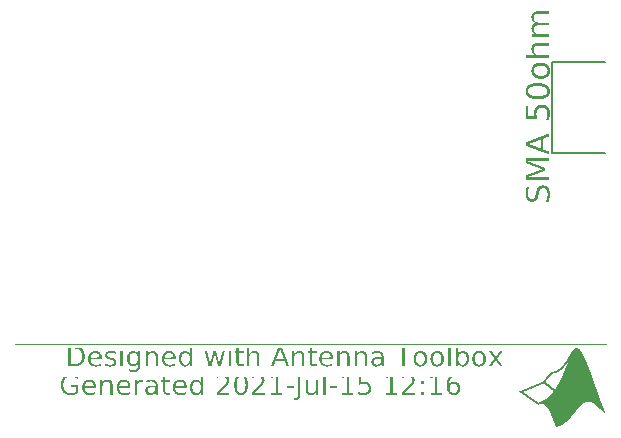
<source format=gto>
G04 Filename: OshPark_2_45GHz_Patch.gto*
G04 FileFunction: Legend,Top*
G04 Part: Single*
G04 ProjectId: OshPark_2_45GHz_Patch,C6A1E24C7C640A67905CB22106AB81A2,1*
G04 GenerationSoftware: MathWorks,MATLAB,9.8.0.1417392 (R2020a) Update 4*
G04 CreationDate: 2021-07-15T12:16:06-0700*
%FSLAX16Y16*%
%MOIN*%
%ADD12C,0.008*%  G04 For silkscreen component boundaries - signal side*
%ADD15C,0.004*%  G04 Design info boundary*
D12*
%LPD*%
G01*
X0980252Y-0151638D02*
X0805055D01*
Y0151638D01*
X0980252D01*
G04 Label the edge connector*
G36*
X0737587Y-0315511D02*
X0737036Y-0314961D01*
X0736486D01*
X0735935D01*
X0735385D01*
X0734834D01*
X0734283D01*
X0733733D01*
X0733182Y-0314410D01*
X0732631D01*
X0732081D01*
X0731530D01*
X0730979Y-0313859D01*
X0730429D01*
X0729878D01*
X0729328Y-0313309D01*
X0728777D01*
X0728226Y-0312758D01*
X0727676D01*
X0727125Y-0312207D01*
X0726574D01*
X0726024Y-0311657D01*
X0725473Y-0311106D01*
X0724923Y-0310556D01*
X0724372D01*
X0723821Y-0310005D01*
X0723271Y-0309454D01*
X0722720Y-0308904D01*
Y-0308353D01*
X0722169Y-0307802D01*
X0721619Y-0307252D01*
X0721068Y-0306701D01*
X0720517Y-0306151D01*
Y-0305600D01*
X0719967Y-0305049D01*
Y-0304499D01*
X0719416Y-0303948D01*
Y-0303397D01*
X0718866Y-0302847D01*
Y-0302296D01*
Y-0301745D01*
Y-0301195D01*
Y-0300644D01*
Y-0300094D01*
Y-0299543D01*
Y-0298992D01*
Y-0298442D01*
Y-0297891D01*
Y-0297340D01*
Y-0296790D01*
Y-0296239D01*
Y-0295689D01*
Y-0295138D01*
Y-0294587D01*
Y-0294037D01*
Y-0293486D01*
Y-0292935D01*
Y-0292385D01*
Y-0291834D01*
Y-0291284D01*
Y-0290733D01*
Y-0290182D01*
Y-0289632D01*
Y-0289081D01*
Y-0288530D01*
Y-0287980D01*
Y-0287429D01*
Y-0286878D01*
Y-0286328D01*
Y-0285777D01*
Y-0285227D01*
Y-0284676D01*
Y-0284125D01*
Y-0283575D01*
Y-0283024D01*
Y-0282473D01*
Y-0281923D01*
Y-0281372D01*
Y-0280822D01*
Y-0280271D01*
Y-0279720D01*
Y-0279170D01*
Y-0278619D01*
Y-0278068D01*
Y-0277518D01*
Y-0276967D01*
Y-0276416D01*
Y-0275866D01*
Y-0275315D01*
Y-0274765D01*
Y-0274214D01*
Y-0273663D01*
Y-0273113D01*
Y-0272562D01*
Y-0272011D01*
Y-0271461D01*
Y-0270910D01*
Y-0270360D01*
Y-0269809D01*
Y-0269258D01*
Y-0268708D01*
Y-0268157D01*
X0719416Y-0267606D01*
Y-0267056D01*
Y-0266505D01*
X0719967Y-0265955D01*
Y-0265404D01*
Y-0264853D01*
X0720517D01*
X0721068D01*
X0721619D01*
X0722169D01*
X0722720D01*
X0723271D01*
X0723821D01*
X0724372D01*
X0724923D01*
X0725473D01*
X0726024D01*
X0726574D01*
X0727125D01*
X0727676D01*
X0728226D01*
X0728777D01*
X0729328D01*
Y-0265404D01*
X0728777Y-0265955D01*
Y-0266505D01*
X0728226Y-0267056D01*
Y-0267606D01*
X0727676Y-0268157D01*
Y-0268708D01*
Y-0269258D01*
X0727125Y-0269809D01*
Y-0270360D01*
Y-0270910D01*
X0726574Y-0271461D01*
Y-0272011D01*
X0726024Y-0272562D01*
Y-0273113D01*
Y-0273663D01*
X0725473Y-0274214D01*
Y-0274765D01*
Y-0275315D01*
Y-0275866D01*
X0724923Y-0276416D01*
Y-0276967D01*
Y-0277518D01*
Y-0278068D01*
X0724372Y-0278619D01*
Y-0279170D01*
Y-0279720D01*
Y-0280271D01*
Y-0280822D01*
X0723821Y-0281372D01*
Y-0281923D01*
Y-0282473D01*
Y-0283024D01*
Y-0283575D01*
Y-0284125D01*
Y-0284676D01*
Y-0285227D01*
Y-0285777D01*
Y-0286328D01*
Y-0286878D01*
Y-0287429D01*
Y-0287980D01*
Y-0288530D01*
Y-0289081D01*
Y-0289632D01*
Y-0290182D01*
Y-0290733D01*
Y-0291284D01*
X0724372Y-0291834D01*
Y-0292385D01*
Y-0292935D01*
Y-0293486D01*
Y-0294037D01*
X0724923Y-0294587D01*
Y-0295138D01*
Y-0295689D01*
Y-0296239D01*
X0725473Y-0296790D01*
Y-0297340D01*
X0726024Y-0297891D01*
Y-0298442D01*
X0726574Y-0298992D01*
Y-0299543D01*
X0727125Y-0300094D01*
X0727676Y-0300644D01*
Y-0301195D01*
X0728226Y-0301745D01*
X0728777Y-0302296D01*
X0729328Y-0302847D01*
X0729878Y-0303397D01*
X0730429D01*
X0730979Y-0303948D01*
X0731530D01*
X0732081Y-0304499D01*
X0732631D01*
X0733182Y-0305049D01*
X0733733D01*
X0734283D01*
X0734834D01*
X0735385Y-0305600D01*
X0735935D01*
X0736486D01*
X0737036D01*
X0737587D01*
X0738138D01*
X0738688D01*
X0739239D01*
X0739790D01*
X0740340Y-0305049D01*
X0740891D01*
X0741441D01*
X0741992D01*
X0742543Y-0304499D01*
X0743093D01*
X0743644Y-0303948D01*
X0744195Y-0303397D01*
X0744745D01*
X0745296Y-0302847D01*
X0745846Y-0302296D01*
Y-0301745D01*
X0746397Y-0301195D01*
X0746948Y-0300644D01*
Y-0300094D01*
X0747498Y-0299543D01*
Y-0298992D01*
X0748049Y-0298442D01*
Y-0297891D01*
Y-0297340D01*
X0748600Y-0296790D01*
Y-0296239D01*
X0749150Y-0295689D01*
Y-0295138D01*
Y-0294587D01*
Y-0294037D01*
X0749701Y-0293486D01*
Y-0292935D01*
Y-0292385D01*
Y-0291834D01*
Y-0291284D01*
X0750252Y-0290733D01*
Y-0290182D01*
Y-0289632D01*
Y-0289081D01*
X0750802Y-0288530D01*
Y-0287980D01*
Y-0287429D01*
Y-0286878D01*
Y-0286328D01*
X0751353Y-0285777D01*
Y-0285227D01*
Y-0284676D01*
Y-0284125D01*
Y-0283575D01*
X0751903Y-0283024D01*
Y-0282473D01*
Y-0281923D01*
Y-0281372D01*
Y-0280822D01*
X0752454Y-0280271D01*
Y-0279720D01*
Y-0279170D01*
Y-0278619D01*
X0753005Y-0278068D01*
Y-0277518D01*
Y-0276967D01*
X0753555Y-0276416D01*
Y-0275866D01*
Y-0275315D01*
X0754106Y-0274765D01*
Y-0274214D01*
X0754657Y-0273663D01*
Y-0273113D01*
X0755207Y-0272562D01*
Y-0272011D01*
X0755758Y-0271461D01*
Y-0270910D01*
X0756308Y-0270360D01*
Y-0269809D01*
X0756859Y-0269258D01*
X0757410Y-0268708D01*
Y-0268157D01*
X0757960Y-0267606D01*
X0758511Y-0267056D01*
X0759062Y-0266505D01*
X0759612Y-0265955D01*
X0760163Y-0265404D01*
X0760714Y-0264853D01*
X0761264Y-0264303D01*
X0761815Y-0263752D01*
X0762365D01*
X0762916Y-0263201D01*
X0763467D01*
X0764017Y-0262651D01*
X0764568D01*
X0765119Y-0262100D01*
X0765669D01*
X0766220Y-0261549D01*
X0766770D01*
X0767321D01*
X0767872Y-0260999D01*
X0768422D01*
X0768973D01*
X0769524D01*
X0770074D01*
X0770625Y-0260448D01*
X0771175D01*
X0771726D01*
X0772277D01*
X0772827D01*
X0773378D01*
X0773929D01*
X0774479D01*
X0775030D01*
X0775581D01*
X0776131D01*
X0776682D01*
X0777232D01*
X0777783D01*
X0778334D01*
X0778884D01*
X0779435Y-0260999D01*
X0779986D01*
X0780536D01*
X0781087D01*
X0781637D01*
X0782188Y-0261549D01*
X0782739D01*
X0783289D01*
X0783840Y-0262100D01*
X0784391D01*
X0784941Y-0262651D01*
X0785492D01*
X0786043Y-0263201D01*
X0786593D01*
X0787144Y-0263752D01*
X0787694Y-0264303D01*
X0788245D01*
X0788796Y-0264853D01*
X0789346Y-0265404D01*
X0789897Y-0265955D01*
X0790448Y-0266505D01*
X0790998Y-0267056D01*
X0791549Y-0267606D01*
X0792099Y-0268157D01*
Y-0268708D01*
X0792650Y-0269258D01*
X0793201Y-0269809D01*
Y-0270360D01*
X0793751Y-0270910D01*
Y-0271461D01*
X0794302Y-0272011D01*
Y-0272562D01*
X0794853Y-0273113D01*
Y-0273663D01*
Y-0274214D01*
X0795403Y-0274765D01*
Y-0275315D01*
Y-0275866D01*
X0795954Y-0276416D01*
Y-0276967D01*
Y-0277518D01*
X0796504Y-0278068D01*
Y-0278619D01*
Y-0279170D01*
Y-0279720D01*
Y-0280271D01*
Y-0280822D01*
X0797055Y-0281372D01*
Y-0281923D01*
Y-0282473D01*
Y-0283024D01*
Y-0283575D01*
Y-0284125D01*
Y-0284676D01*
Y-0285227D01*
X0797606Y-0285777D01*
Y-0286328D01*
Y-0286878D01*
Y-0287429D01*
Y-0287980D01*
Y-0288530D01*
Y-0289081D01*
Y-0289632D01*
Y-0290182D01*
Y-0290733D01*
Y-0291284D01*
Y-0291834D01*
Y-0292385D01*
Y-0292935D01*
Y-0293486D01*
Y-0294037D01*
X0797055Y-0294587D01*
Y-0295138D01*
Y-0295689D01*
Y-0296239D01*
Y-0296790D01*
Y-0297340D01*
Y-0297891D01*
Y-0298442D01*
Y-0298992D01*
X0796504Y-0299543D01*
Y-0300094D01*
Y-0300644D01*
Y-0301195D01*
Y-0301745D01*
X0795954Y-0302296D01*
Y-0302847D01*
Y-0303397D01*
Y-0303948D01*
Y-0304499D01*
X0795403Y-0305049D01*
Y-0305600D01*
Y-0306151D01*
Y-0306701D01*
X0794853Y-0307252D01*
Y-0307802D01*
Y-0308353D01*
X0794302Y-0308904D01*
Y-0309454D01*
Y-0310005D01*
Y-0310556D01*
X0793751Y-0311106D01*
Y-0311657D01*
Y-0312207D01*
X0793201Y-0312758D01*
Y-0313309D01*
Y-0313859D01*
X0792650Y-0314410D01*
Y-0314961D01*
X0792099D01*
X0791549D01*
X0790998D01*
X0790448D01*
X0789897D01*
X0789346D01*
X0788796D01*
X0788245D01*
X0787694D01*
X0787144D01*
X0786593D01*
X0786043D01*
X0785492D01*
X0784941D01*
X0784391D01*
X0783840D01*
X0783289D01*
X0782739D01*
X0783289Y-0314410D01*
Y-0313859D01*
X0783840Y-0313309D01*
Y-0312758D01*
X0784391Y-0312207D01*
Y-0311657D01*
X0784941Y-0311106D01*
Y-0310556D01*
X0785492Y-0310005D01*
Y-0309454D01*
X0786043Y-0308904D01*
Y-0308353D01*
Y-0307802D01*
X0786593Y-0307252D01*
Y-0306701D01*
X0787144Y-0306151D01*
Y-0305600D01*
Y-0305049D01*
X0787694Y-0304499D01*
Y-0303948D01*
Y-0303397D01*
X0788245Y-0302847D01*
Y-0302296D01*
Y-0301745D01*
Y-0301195D01*
X0788796Y-0300644D01*
Y-0300094D01*
Y-0299543D01*
Y-0298992D01*
Y-0298442D01*
X0789346Y-0297891D01*
Y-0297340D01*
Y-0296790D01*
Y-0296239D01*
Y-0295689D01*
Y-0295138D01*
X0789897Y-0294587D01*
Y-0294037D01*
Y-0293486D01*
Y-0292935D01*
Y-0292385D01*
Y-0291834D01*
Y-0291284D01*
Y-0290733D01*
Y-0290182D01*
Y-0289632D01*
Y-0289081D01*
Y-0288530D01*
Y-0287980D01*
Y-0287429D01*
Y-0286878D01*
Y-0286328D01*
Y-0285777D01*
X0789346Y-0285227D01*
Y-0284676D01*
Y-0284125D01*
Y-0283575D01*
Y-0283024D01*
Y-0282473D01*
X0788796Y-0281923D01*
Y-0281372D01*
Y-0280822D01*
X0788245Y-0280271D01*
Y-0279720D01*
Y-0279170D01*
X0787694Y-0278619D01*
Y-0278068D01*
X0787144Y-0277518D01*
Y-0276967D01*
X0786593Y-0276416D01*
X0786043Y-0275866D01*
Y-0275315D01*
X0785492Y-0274765D01*
X0784941Y-0274214D01*
X0784391Y-0273663D01*
X0783840Y-0273113D01*
X0783289Y-0272562D01*
X0782739D01*
X0782188Y-0272011D01*
X0781637D01*
X0781087Y-0271461D01*
X0780536D01*
X0779986Y-0270910D01*
X0779435D01*
X0778884D01*
X0778334D01*
X0777783D01*
X0777232Y-0270360D01*
X0776682D01*
X0776131D01*
X0775581D01*
X0775030D01*
X0774479D01*
X0773929D01*
X0773378D01*
X0772827Y-0270910D01*
X0772277D01*
X0771726D01*
X0771175D01*
X0770625D01*
X0770074Y-0271461D01*
X0769524D01*
X0768973Y-0272011D01*
X0768422D01*
X0767872Y-0272562D01*
X0767321D01*
X0766770Y-0273113D01*
X0766220Y-0273663D01*
X0765669Y-0274214D01*
X0765119Y-0274765D01*
Y-0275315D01*
X0764568Y-0275866D01*
X0764017Y-0276416D01*
Y-0276967D01*
X0763467Y-0277518D01*
Y-0278068D01*
X0762916Y-0278619D01*
Y-0279170D01*
X0762365Y-0279720D01*
Y-0280271D01*
Y-0280822D01*
X0761815Y-0281372D01*
Y-0281923D01*
Y-0282473D01*
X0761264Y-0283024D01*
Y-0283575D01*
Y-0284125D01*
Y-0284676D01*
X0760714Y-0285227D01*
Y-0285777D01*
Y-0286328D01*
Y-0286878D01*
Y-0287429D01*
X0760163Y-0287980D01*
Y-0288530D01*
Y-0289081D01*
Y-0289632D01*
Y-0290182D01*
X0759612Y-0290733D01*
Y-0291284D01*
Y-0291834D01*
Y-0292385D01*
Y-0292935D01*
X0759062Y-0293486D01*
Y-0294037D01*
Y-0294587D01*
Y-0295138D01*
Y-0295689D01*
X0758511Y-0296239D01*
Y-0296790D01*
Y-0297340D01*
Y-0297891D01*
X0757960Y-0298442D01*
Y-0298992D01*
Y-0299543D01*
X0757410Y-0300094D01*
Y-0300644D01*
X0756859Y-0301195D01*
Y-0301745D01*
Y-0302296D01*
X0756308Y-0302847D01*
Y-0303397D01*
Y-0303948D01*
X0755758Y-0304499D01*
X0755207Y-0305049D01*
Y-0305600D01*
X0754657Y-0306151D01*
Y-0306701D01*
X0754106Y-0307252D01*
X0753555Y-0307802D01*
Y-0308353D01*
X0753005Y-0308904D01*
X0752454Y-0309454D01*
X0751903Y-0310005D01*
X0751353Y-0310556D01*
X0750802Y-0311106D01*
X0750252Y-0311657D01*
X0749701Y-0312207D01*
X0749150D01*
X0748600Y-0312758D01*
X0748049D01*
X0747498Y-0313309D01*
X0746948Y-0313859D01*
X0746397D01*
X0745846D01*
X0745296Y-0314410D01*
X0744745D01*
X0744195D01*
X0743644D01*
X0743093Y-0314961D01*
X0742543D01*
X0741992D01*
X0741441D01*
X0740891D01*
X0740340D01*
X0739790D01*
X0739239Y-0315511D01*
X0738688D01*
X0738138D01*
X0737587D01*
G37*
G36*
X0718866Y-0242828D02*
Y-0242277D01*
Y-0241727D01*
Y-0241176D01*
Y-0240626D01*
Y-0240075D01*
Y-0239524D01*
Y-0238974D01*
Y-0238423D01*
Y-0237872D01*
Y-0237322D01*
Y-0236771D01*
Y-0236220D01*
Y-0235670D01*
Y-0235119D01*
Y-0234569D01*
Y-0234018D01*
Y-0233467D01*
Y-0232917D01*
Y-0232366D01*
Y-0231815D01*
Y-0231265D01*
Y-0230714D01*
Y-0230164D01*
Y-0229613D01*
Y-0229062D01*
Y-0228512D01*
Y-0227961D01*
Y-0227410D01*
Y-0226860D01*
X0719416D01*
X0719967Y-0226309D01*
X0720517D01*
X0721068D01*
X0721619Y-0225758D01*
X0722169D01*
X0722720D01*
X0723271Y-0225208D01*
X0723821D01*
X0724372Y-0224657D01*
X0724923D01*
X0725473D01*
X0726024Y-0224107D01*
X0726574D01*
X0727125Y-0223556D01*
X0727676D01*
X0728226D01*
X0728777Y-0223005D01*
X0729328D01*
X0729878D01*
X0730429Y-0222455D01*
X0730979D01*
X0731530D01*
X0732081Y-0221904D01*
X0732631D01*
X0733182Y-0221353D01*
X0733733D01*
X0734283D01*
X0734834Y-0220803D01*
X0735385D01*
X0735935D01*
X0736486Y-0220252D01*
X0737036D01*
X0737587Y-0219702D01*
X0738138D01*
X0738688D01*
X0739239Y-0219151D01*
X0739790D01*
X0740340D01*
X0740891Y-0218600D01*
X0741441D01*
X0741992Y-0218050D01*
X0742543D01*
X0743093D01*
X0743644Y-0217499D01*
X0744195D01*
X0744745D01*
X0745296Y-0216948D01*
X0745846D01*
X0746397Y-0216398D01*
X0746948D01*
X0747498D01*
X0748049Y-0215847D01*
X0748600D01*
X0749150D01*
X0749701Y-0215297D01*
X0750252D01*
X0750802Y-0214746D01*
X0751353D01*
X0751903D01*
X0752454Y-0214195D01*
X0753005D01*
X0753555D01*
X0754106Y-0213645D01*
X0754657D01*
X0755207Y-0213094D01*
X0755758D01*
X0756308D01*
X0756859Y-0212543D01*
X0757410D01*
X0757960D01*
X0758511Y-0211993D01*
X0759062D01*
X0759612Y-0211442D01*
X0760163D01*
X0760714D01*
X0761264Y-0210891D01*
X0761815D01*
X0762365D01*
X0762916Y-0210341D01*
X0763467D01*
X0764017Y-0209790D01*
X0764568D01*
X0765119D01*
X0765669Y-0209240D01*
X0766220D01*
X0766770D01*
X0767321Y-0208689D01*
X0767872D01*
X0768422Y-0208138D01*
X0768973D01*
X0769524D01*
X0770074Y-0207588D01*
X0770625D01*
X0771175D01*
X0771726Y-0207037D01*
Y-0206486D01*
X0771175Y-0205936D01*
X0770625D01*
X0770074D01*
X0769524Y-0205385D01*
X0768973D01*
X0768422Y-0204835D01*
X0767872D01*
X0767321D01*
X0766770Y-0204284D01*
X0766220D01*
X0765669D01*
X0765119Y-0203733D01*
X0764568D01*
X0764017D01*
X0763467Y-0203183D01*
X0762916D01*
X0762365Y-0202632D01*
X0761815D01*
X0761264D01*
X0760714Y-0202081D01*
X0760163D01*
X0759612D01*
X0759062Y-0201531D01*
X0758511D01*
X0757960Y-0200980D01*
X0757410D01*
X0756859D01*
X0756308Y-0200429D01*
X0755758D01*
X0755207Y-0199879D01*
X0754657D01*
X0754106D01*
X0753555Y-0199328D01*
X0753005D01*
X0752454D01*
X0751903Y-0198778D01*
X0751353D01*
X0750802Y-0198227D01*
X0750252D01*
X0749701D01*
X0749150Y-0197676D01*
X0748600D01*
X0748049D01*
X0747498Y-0197126D01*
X0746948D01*
X0746397Y-0196575D01*
X0745846D01*
X0745296D01*
X0744745Y-0196024D01*
X0744195D01*
X0743644Y-0195474D01*
X0743093D01*
X0742543D01*
X0741992Y-0194923D01*
X0741441D01*
X0740891D01*
X0740340Y-0194373D01*
X0739790D01*
X0739239Y-0193822D01*
X0738688D01*
X0738138D01*
X0737587Y-0193271D01*
X0737036D01*
X0736486D01*
X0735935Y-0192721D01*
X0735385D01*
X0734834D01*
X0734283Y-0192170D01*
X0733733D01*
X0733182Y-0191619D01*
X0732631D01*
X0732081D01*
X0731530Y-0191069D01*
X0730979D01*
X0730429D01*
X0729878Y-0190518D01*
X0729328D01*
X0728777Y-0189968D01*
X0728226D01*
X0727676D01*
X0727125Y-0189417D01*
X0726574D01*
X0726024D01*
X0725473Y-0188866D01*
X0724923D01*
X0724372Y-0188316D01*
X0723821D01*
X0723271D01*
X0722720Y-0187765D01*
X0722169D01*
X0721619Y-0187214D01*
X0721068D01*
X0720517D01*
X0719967Y-0186664D01*
X0719416D01*
X0718866D01*
Y-0186113D01*
Y-0185562D01*
Y-0185012D01*
Y-0184461D01*
Y-0183911D01*
Y-0183360D01*
Y-0182809D01*
Y-0182259D01*
Y-0181708D01*
Y-0181157D01*
Y-0180607D01*
Y-0180056D01*
Y-0179506D01*
Y-0178955D01*
Y-0178404D01*
Y-0177854D01*
Y-0177303D01*
Y-0176752D01*
Y-0176202D01*
Y-0175651D01*
Y-0175100D01*
Y-0174550D01*
Y-0173999D01*
Y-0173449D01*
Y-0172898D01*
Y-0172347D01*
Y-0171797D01*
Y-0171246D01*
Y-0170695D01*
X0719416D01*
X0719967D01*
X0720517D01*
X0721068D01*
X0721619D01*
X0722169D01*
X0722720D01*
X0723271D01*
X0723821D01*
X0724372D01*
X0724923D01*
X0725473D01*
X0726024D01*
X0726574D01*
X0727125D01*
X0727676D01*
X0728226D01*
X0728777D01*
X0729328D01*
X0729878D01*
X0730429D01*
X0730979D01*
X0731530D01*
X0732081D01*
X0732631D01*
X0733182D01*
X0733733D01*
X0734283D01*
X0734834D01*
X0735385D01*
X0735935D01*
X0736486D01*
X0737036D01*
X0737587D01*
X0738138D01*
X0738688D01*
X0739239D01*
X0739790D01*
X0740340D01*
X0740891D01*
X0741441D01*
X0741992D01*
X0742543D01*
X0743093D01*
X0743644D01*
X0744195D01*
X0744745D01*
X0745296D01*
X0745846D01*
X0746397D01*
X0746948D01*
X0747498D01*
X0748049D01*
X0748600D01*
X0749150D01*
X0749701D01*
X0750252D01*
X0750802D01*
X0751353D01*
X0751903D01*
X0752454D01*
X0753005D01*
X0753555D01*
X0754106D01*
X0754657D01*
X0755207D01*
X0755758D01*
X0756308D01*
X0756859D01*
X0757410D01*
X0757960D01*
X0758511D01*
X0759062D01*
X0759612D01*
X0760163D01*
X0760714D01*
X0761264D01*
X0761815D01*
X0762365D01*
X0762916D01*
X0763467D01*
X0764017D01*
X0764568D01*
X0765119D01*
X0765669D01*
X0766220D01*
X0766770D01*
X0767321D01*
X0767872D01*
X0768422D01*
X0768973D01*
X0769524D01*
X0770074D01*
X0770625D01*
X0771175D01*
X0771726D01*
X0772277D01*
X0772827D01*
X0773378D01*
X0773929D01*
X0774479D01*
X0775030D01*
X0775581D01*
X0776131D01*
X0776682D01*
X0777232D01*
X0777783D01*
X0778334D01*
X0778884D01*
X0779435D01*
X0779986D01*
X0780536D01*
X0781087D01*
X0781637D01*
X0782188D01*
X0782739D01*
X0783289D01*
X0783840D01*
X0784391D01*
X0784941D01*
X0785492D01*
X0786043D01*
X0786593D01*
X0787144D01*
X0787694D01*
X0788245D01*
X0788796D01*
X0789346D01*
X0789897D01*
X0790448D01*
X0790998D01*
X0791549D01*
X0792099D01*
X0792650D01*
X0793201D01*
X0793751D01*
X0794302D01*
X0794853D01*
X0795403D01*
X0795954D01*
Y-0171246D01*
Y-0171797D01*
Y-0172347D01*
Y-0172898D01*
Y-0173449D01*
Y-0173999D01*
Y-0174550D01*
Y-0175100D01*
Y-0175651D01*
Y-0176202D01*
Y-0176752D01*
Y-0177303D01*
Y-0177854D01*
Y-0178404D01*
Y-0178955D01*
Y-0179506D01*
Y-0180056D01*
X0795403D01*
X0794853D01*
X0794302D01*
X0793751D01*
X0793201D01*
X0792650D01*
X0792099D01*
X0791549D01*
X0790998D01*
X0790448D01*
X0789897D01*
X0789346D01*
X0788796D01*
X0788245D01*
X0787694D01*
X0787144D01*
X0786593D01*
X0786043D01*
X0785492D01*
X0784941D01*
X0784391D01*
X0783840D01*
X0783289D01*
X0782739D01*
X0782188D01*
X0781637D01*
X0781087D01*
X0780536D01*
X0779986D01*
X0779435D01*
X0778884D01*
X0778334D01*
X0777783D01*
X0777232D01*
X0776682D01*
X0776131D01*
X0775581D01*
X0775030D01*
X0774479D01*
X0773929D01*
X0773378D01*
X0772827D01*
X0772277D01*
X0771726D01*
X0771175D01*
X0770625D01*
X0770074D01*
X0769524D01*
X0768973D01*
X0768422D01*
X0767872D01*
X0767321D01*
X0766770D01*
X0766220D01*
X0765669D01*
X0765119D01*
X0764568D01*
X0764017D01*
X0763467D01*
X0762916D01*
X0762365D01*
X0761815D01*
X0761264D01*
X0760714D01*
X0760163D01*
X0759612D01*
X0759062D01*
X0758511D01*
X0757960D01*
X0757410D01*
X0756859D01*
X0756308D01*
X0755758D01*
X0755207D01*
X0754657D01*
X0754106D01*
X0753555D01*
X0753005D01*
X0752454D01*
X0751903D01*
X0751353D01*
X0750802D01*
X0750252D01*
X0749701D01*
X0749150D01*
X0748600D01*
X0748049D01*
X0747498D01*
X0746948D01*
X0746397D01*
X0745846D01*
X0745296D01*
X0744745D01*
X0744195D01*
X0743644D01*
X0743093D01*
X0742543D01*
X0741992D01*
X0741441D01*
X0740891D01*
X0740340D01*
X0739790D01*
X0739239D01*
X0738688D01*
X0738138D01*
X0737587D01*
X0737036D01*
X0736486D01*
X0735935D01*
X0735385D01*
X0734834D01*
X0734283D01*
X0733733D01*
X0733182D01*
X0732631D01*
X0732081D01*
X0731530D01*
X0730979D01*
X0730429D01*
X0729878D01*
X0729328D01*
X0728777D01*
X0728226D01*
X0727676D01*
X0727125D01*
X0726574D01*
X0726024Y-0180607D01*
X0726574Y-0181157D01*
X0727125Y-0181708D01*
X0727676D01*
X0728226D01*
X0728777Y-0182259D01*
X0729328D01*
X0729878Y-0182809D01*
X0730429D01*
X0730979D01*
X0731530Y-0183360D01*
X0732081D01*
X0732631Y-0183911D01*
X0733182D01*
X0733733D01*
X0734283Y-0184461D01*
X0734834D01*
X0735385D01*
X0735935Y-0185012D01*
X0736486D01*
X0737036Y-0185562D01*
X0737587D01*
X0738138D01*
X0738688Y-0186113D01*
X0739239D01*
X0739790D01*
X0740340Y-0186664D01*
X0740891D01*
X0741441Y-0187214D01*
X0741992D01*
X0742543D01*
X0743093Y-0187765D01*
X0743644D01*
X0744195D01*
X0744745Y-0188316D01*
X0745296D01*
X0745846Y-0188866D01*
X0746397D01*
X0746948D01*
X0747498Y-0189417D01*
X0748049D01*
X0748600D01*
X0749150Y-0189968D01*
X0749701D01*
X0750252Y-0190518D01*
X0750802D01*
X0751353D01*
X0751903Y-0191069D01*
X0752454D01*
X0753005D01*
X0753555Y-0191619D01*
X0754106D01*
X0754657Y-0192170D01*
X0755207D01*
X0755758D01*
X0756308Y-0192721D01*
X0756859D01*
X0757410D01*
X0757960Y-0193271D01*
X0758511D01*
X0759062Y-0193822D01*
X0759612D01*
X0760163D01*
X0760714Y-0194373D01*
X0761264D01*
X0761815D01*
X0762365Y-0194923D01*
X0762916D01*
X0763467Y-0195474D01*
X0764017D01*
X0764568D01*
X0765119Y-0196024D01*
X0765669D01*
X0766220Y-0196575D01*
X0766770D01*
X0767321D01*
X0767872Y-0197126D01*
X0768422D01*
X0768973D01*
X0769524Y-0197676D01*
X0770074D01*
X0770625D01*
X0771175Y-0198227D01*
X0771726D01*
X0772277Y-0198778D01*
X0772827D01*
X0773378D01*
X0773929Y-0199328D01*
X0774479D01*
X0775030D01*
X0775581Y-0199879D01*
X0776131D01*
X0776682Y-0200429D01*
X0777232D01*
X0777783D01*
X0778334Y-0200980D01*
X0778884D01*
X0779435D01*
X0779986Y-0201531D01*
X0780536D01*
Y-0202081D01*
Y-0202632D01*
Y-0203183D01*
Y-0203733D01*
Y-0204284D01*
Y-0204835D01*
Y-0205385D01*
Y-0205936D01*
Y-0206486D01*
Y-0207037D01*
Y-0207588D01*
Y-0208138D01*
Y-0208689D01*
Y-0209240D01*
Y-0209790D01*
Y-0210341D01*
Y-0210891D01*
Y-0211442D01*
Y-0211993D01*
X0779986D01*
X0779435D01*
X0778884Y-0212543D01*
X0778334D01*
X0777783D01*
X0777232Y-0213094D01*
X0776682D01*
X0776131Y-0213645D01*
X0775581D01*
X0775030D01*
X0774479Y-0214195D01*
X0773929D01*
X0773378D01*
X0772827Y-0214746D01*
X0772277D01*
X0771726Y-0215297D01*
X0771175D01*
X0770625D01*
X0770074Y-0215847D01*
X0769524D01*
X0768973Y-0216398D01*
X0768422D01*
X0767872D01*
X0767321Y-0216948D01*
X0766770D01*
X0766220D01*
X0765669Y-0217499D01*
X0765119D01*
X0764568Y-0218050D01*
X0764017D01*
X0763467D01*
X0762916Y-0218600D01*
X0762365D01*
X0761815D01*
X0761264Y-0219151D01*
X0760714D01*
X0760163Y-0219702D01*
X0759612D01*
X0759062D01*
X0758511Y-0220252D01*
X0757960D01*
X0757410D01*
X0756859Y-0220803D01*
X0756308D01*
X0755758Y-0221353D01*
X0755207D01*
X0754657D01*
X0754106Y-0221904D01*
X0753555D01*
X0753005D01*
X0752454Y-0222455D01*
X0751903D01*
X0751353Y-0223005D01*
X0750802D01*
X0750252D01*
X0749701Y-0223556D01*
X0749150D01*
X0748600D01*
X0748049Y-0224107D01*
X0747498D01*
X0746948D01*
X0746397Y-0224657D01*
X0745846D01*
X0745296Y-0225208D01*
X0744745D01*
X0744195D01*
X0743644Y-0225758D01*
X0743093D01*
X0742543Y-0226309D01*
X0741992D01*
X0741441D01*
X0740891Y-0226860D01*
X0740340D01*
X0739790D01*
X0739239Y-0227410D01*
X0738688D01*
X0738138D01*
X0737587Y-0227961D01*
X0737036D01*
X0736486Y-0228512D01*
X0735935D01*
X0735385D01*
X0734834Y-0229062D01*
X0734283D01*
X0733733D01*
X0733182Y-0229613D01*
X0732631D01*
X0732081Y-0230164D01*
X0731530D01*
X0730979D01*
X0730429Y-0230714D01*
X0729878D01*
X0729328D01*
X0728777Y-0231265D01*
X0728226D01*
X0727676Y-0231815D01*
X0727125D01*
X0726574D01*
X0726024Y-0232366D01*
X0726574Y-0232917D01*
X0727125D01*
X0727676D01*
X0728226D01*
X0728777D01*
X0729328D01*
X0729878D01*
X0730429D01*
X0730979D01*
X0731530D01*
X0732081D01*
X0732631D01*
X0733182D01*
X0733733D01*
X0734283D01*
X0734834D01*
X0735385D01*
X0735935D01*
X0736486D01*
X0737036D01*
X0737587D01*
X0738138D01*
X0738688D01*
X0739239D01*
X0739790D01*
X0740340D01*
X0740891D01*
X0741441D01*
X0741992D01*
X0742543D01*
X0743093D01*
X0743644D01*
X0744195D01*
X0744745D01*
X0745296D01*
X0745846D01*
X0746397D01*
X0746948D01*
X0747498D01*
X0748049D01*
X0748600D01*
X0749150D01*
X0749701D01*
X0750252D01*
X0750802D01*
X0751353D01*
X0751903D01*
X0752454D01*
X0753005D01*
X0753555D01*
X0754106D01*
X0754657D01*
X0755207D01*
X0755758D01*
X0756308D01*
X0756859D01*
X0757410D01*
X0757960D01*
X0758511D01*
X0759062D01*
X0759612D01*
X0760163D01*
X0760714D01*
X0761264D01*
X0761815D01*
X0762365D01*
X0762916D01*
X0763467D01*
X0764017D01*
X0764568D01*
X0765119D01*
X0765669D01*
X0766220D01*
X0766770D01*
X0767321D01*
X0767872D01*
X0768422D01*
X0768973D01*
X0769524D01*
X0770074D01*
X0770625D01*
X0771175D01*
X0771726D01*
X0772277D01*
X0772827D01*
X0773378D01*
X0773929D01*
X0774479D01*
X0775030D01*
X0775581D01*
X0776131D01*
X0776682D01*
X0777232D01*
X0777783D01*
X0778334D01*
X0778884D01*
X0779435D01*
X0779986D01*
X0780536D01*
X0781087D01*
X0781637D01*
X0782188D01*
X0782739D01*
X0783289D01*
X0783840D01*
X0784391D01*
X0784941D01*
X0785492D01*
X0786043D01*
X0786593D01*
X0787144D01*
X0787694D01*
X0788245D01*
X0788796D01*
X0789346D01*
X0789897D01*
X0790448D01*
X0790998D01*
X0791549D01*
X0792099D01*
X0792650D01*
X0793201D01*
X0793751D01*
X0794302D01*
X0794853D01*
X0795403D01*
X0795954D01*
Y-0233467D01*
Y-0234018D01*
Y-0234569D01*
Y-0235119D01*
Y-0235670D01*
Y-0236220D01*
Y-0236771D01*
Y-0237322D01*
Y-0237872D01*
Y-0238423D01*
Y-0238974D01*
Y-0239524D01*
Y-0240075D01*
Y-0240626D01*
Y-0241176D01*
Y-0241727D01*
Y-0242277D01*
Y-0242828D01*
X0795403D01*
X0794853D01*
X0794302D01*
X0793751D01*
X0793201D01*
X0792650D01*
X0792099D01*
X0791549D01*
X0790998D01*
X0790448D01*
X0789897D01*
X0789346D01*
X0788796D01*
X0788245D01*
X0787694D01*
X0787144D01*
X0786593D01*
X0786043D01*
X0785492D01*
X0784941D01*
X0784391D01*
X0783840D01*
X0783289D01*
X0782739D01*
X0782188D01*
X0781637D01*
X0781087D01*
X0780536D01*
X0779986D01*
X0779435D01*
X0778884D01*
X0778334D01*
X0777783D01*
X0777232D01*
X0776682D01*
X0776131D01*
X0775581D01*
X0775030D01*
X0774479D01*
X0773929D01*
X0773378D01*
X0772827D01*
X0772277D01*
X0771726D01*
X0771175D01*
X0770625D01*
X0770074D01*
X0769524D01*
X0768973D01*
X0768422D01*
X0767872D01*
X0767321D01*
X0766770D01*
X0766220D01*
X0765669D01*
X0765119D01*
X0764568D01*
X0764017D01*
X0763467D01*
X0762916D01*
X0762365D01*
X0761815D01*
X0761264D01*
X0760714D01*
X0760163D01*
X0759612D01*
X0759062D01*
X0758511D01*
X0757960D01*
X0757410D01*
X0756859D01*
X0756308D01*
X0755758D01*
X0755207D01*
X0754657D01*
X0754106D01*
X0753555D01*
X0753005D01*
X0752454D01*
X0751903D01*
X0751353D01*
X0750802D01*
X0750252D01*
X0749701D01*
X0749150D01*
X0748600D01*
X0748049D01*
X0747498D01*
X0746948D01*
X0746397D01*
X0745846D01*
X0745296D01*
X0744745D01*
X0744195D01*
X0743644D01*
X0743093D01*
X0742543D01*
X0741992D01*
X0741441D01*
X0740891D01*
X0740340D01*
X0739790D01*
X0739239D01*
X0738688D01*
X0738138D01*
X0737587D01*
X0737036D01*
X0736486D01*
X0735935D01*
X0735385D01*
X0734834D01*
X0734283D01*
X0733733D01*
X0733182D01*
X0732631D01*
X0732081D01*
X0731530D01*
X0730979D01*
X0730429D01*
X0729878D01*
X0729328D01*
X0728777D01*
X0728226D01*
X0727676D01*
X0727125D01*
X0726574D01*
X0726024D01*
X0725473D01*
X0724923D01*
X0724372D01*
X0723821D01*
X0723271D01*
X0722720D01*
X0722169D01*
X0721619D01*
X0721068D01*
X0720517D01*
X0719967D01*
X0719416D01*
X0718866D01*
G37*
G36*
X0795403Y-0158031D02*
X0794853Y-0157480D01*
X0794302D01*
X0793751D01*
X0793201Y-0156930D01*
X0792650D01*
X0792099Y-0156379D01*
X0791549D01*
X0790998D01*
X0790448Y-0155828D01*
X0789897D01*
X0789346Y-0155278D01*
X0788796D01*
X0788245D01*
X0787694Y-0154727D01*
X0787144D01*
X0786593Y-0154177D01*
X0786043D01*
X0785492D01*
X0784941Y-0153626D01*
X0784391D01*
X0783840D01*
X0783289Y-0153075D01*
X0782739D01*
X0782188D01*
X0781637Y-0152525D01*
X0781087D01*
X0780536Y-0151974D01*
X0779986D01*
X0779435D01*
X0778884Y-0151423D01*
X0778334D01*
X0777783Y-0150873D01*
X0777232D01*
X0776682D01*
X0776131Y-0150322D01*
X0775581D01*
X0775030D01*
X0774479Y-0149771D01*
X0773929D01*
X0773378Y-0149221D01*
X0772827D01*
X0772277D01*
X0771726Y-0148670D01*
X0771175D01*
X0770625Y-0148120D01*
X0770074D01*
X0769524D01*
X0768973Y-0147569D01*
X0768422D01*
X0767872D01*
X0767321Y-0147018D01*
X0766770D01*
X0766220Y-0146468D01*
X0765669D01*
X0765119D01*
X0764568Y-0145917D01*
X0764017D01*
X0763467D01*
X0762916Y-0145366D01*
X0762365D01*
X0761815Y-0144816D01*
X0761264D01*
X0760714D01*
X0760163Y-0144265D01*
X0759612D01*
X0759062Y-0143715D01*
X0758511D01*
X0757960D01*
X0757410Y-0143164D01*
X0756859D01*
X0756308D01*
X0755758Y-0142613D01*
X0755207D01*
X0754657Y-0142063D01*
X0754106D01*
X0753555D01*
X0753005Y-0141512D01*
X0752454D01*
X0751903Y-0140961D01*
X0751353D01*
X0750802D01*
X0750252Y-0140411D01*
X0749701D01*
X0749150D01*
X0748600Y-0139860D01*
X0748049D01*
X0747498Y-0139310D01*
X0746948D01*
X0746397D01*
X0745846Y-0138759D01*
X0745296D01*
X0744745Y-0138208D01*
X0744195D01*
X0743644D01*
X0743093Y-0137658D01*
X0742543D01*
X0741992D01*
X0741441Y-0137107D01*
X0740891D01*
X0740340Y-0136556D01*
X0739790D01*
X0739239D01*
X0738688Y-0136006D01*
X0738138D01*
X0737587D01*
X0737036Y-0135455D01*
X0736486D01*
X0735935Y-0134904D01*
X0735385D01*
X0734834D01*
X0734283Y-0134354D01*
X0733733D01*
X0733182D01*
X0732631Y-0133803D01*
X0732081D01*
X0731530Y-0133253D01*
X0730979D01*
X0730429D01*
X0729878Y-0132702D01*
X0729328D01*
X0728777Y-0132151D01*
X0728226D01*
X0727676D01*
X0727125Y-0131601D01*
X0726574D01*
X0726024D01*
X0725473Y-0131050D01*
X0724923D01*
X0724372Y-0130499D01*
X0723821D01*
X0723271D01*
X0722720Y-0129949D01*
X0722169D01*
X0721619D01*
X0721068Y-0129398D01*
X0720517D01*
X0719967Y-0128848D01*
X0719416D01*
X0718866D01*
Y-0128297D01*
Y-0127746D01*
Y-0127196D01*
Y-0126645D01*
Y-0126094D01*
Y-0125544D01*
Y-0124993D01*
Y-0124442D01*
Y-0123892D01*
Y-0123341D01*
Y-0122791D01*
Y-0122240D01*
Y-0121689D01*
Y-0121139D01*
Y-0120588D01*
Y-0120037D01*
Y-0119487D01*
Y-0118936D01*
Y-0118386D01*
Y-0117835D01*
Y-0117284D01*
Y-0116734D01*
Y-0116183D01*
X0719416D01*
X0719967Y-0115632D01*
X0720517D01*
X0721068D01*
X0721619Y-0115082D01*
X0722169D01*
X0722720Y-0114531D01*
X0723271D01*
X0723821D01*
X0724372Y-0113981D01*
X0724923D01*
X0725473D01*
X0726024Y-0113430D01*
X0726574D01*
X0727125Y-0112879D01*
X0727676D01*
X0728226D01*
X0728777Y-0112329D01*
X0729328D01*
X0729878D01*
X0730429Y-0111778D01*
X0730979D01*
X0731530Y-0111227D01*
X0732081D01*
X0732631D01*
X0733182Y-0110677D01*
X0733733D01*
X0734283Y-0110126D01*
X0734834D01*
X0735385D01*
X0735935Y-0109575D01*
X0736486D01*
X0737036D01*
X0737587Y-0109025D01*
X0738138D01*
X0738688Y-0108474D01*
X0739239D01*
X0739790D01*
X0740340Y-0107924D01*
X0740891D01*
X0741441Y-0107373D01*
X0741992D01*
X0742543D01*
X0743093Y-0106822D01*
X0743644D01*
X0744195D01*
X0744745Y-0106272D01*
X0745296D01*
X0745846Y-0105721D01*
X0746397D01*
X0746948D01*
X0747498Y-0105170D01*
X0748049D01*
X0748600D01*
X0749150Y-0104620D01*
X0749701D01*
X0750252Y-0104069D01*
X0750802D01*
X0751353D01*
X0751903Y-0103519D01*
X0752454D01*
X0753005D01*
X0753555Y-0102968D01*
X0754106D01*
X0754657Y-0102417D01*
X0755207D01*
X0755758D01*
X0756308Y-0101867D01*
X0756859D01*
X0757410D01*
X0757960Y-0101316D01*
X0758511D01*
X0759062Y-0100765D01*
X0759612D01*
X0760163D01*
X0760714Y-0100215D01*
X0761264D01*
X0761815Y-0099664D01*
X0762365D01*
X0762916D01*
X0763467Y-0099113D01*
X0764017D01*
X0764568D01*
X0765119Y-0098563D01*
X0765669D01*
X0766220Y-0098012D01*
X0766770D01*
X0767321D01*
X0767872Y-0097462D01*
X0768422D01*
X0768973D01*
X0769524Y-0096911D01*
X0770074D01*
X0770625Y-0096360D01*
X0771175D01*
X0771726D01*
X0772277Y-0095810D01*
X0772827D01*
X0773378Y-0095259D01*
X0773929D01*
X0774479D01*
X0775030Y-0094708D01*
X0775581D01*
X0776131D01*
X0776682Y-0094158D01*
X0777232D01*
X0777783Y-0093607D01*
X0778334D01*
X0778884D01*
X0779435Y-0093057D01*
X0779986D01*
X0780536Y-0092506D01*
X0781087D01*
X0781637D01*
X0782188Y-0091955D01*
X0782739D01*
X0783289D01*
X0783840Y-0091405D01*
X0784391D01*
X0784941Y-0090854D01*
X0785492D01*
X0786043D01*
X0786593Y-0090303D01*
X0787144D01*
X0787694D01*
X0788245Y-0089753D01*
X0788796D01*
X0789346Y-0089202D01*
X0789897D01*
X0790448D01*
X0790998Y-0088652D01*
X0791549D01*
X0792099Y-0088101D01*
X0792650D01*
X0793201D01*
X0793751Y-0087550D01*
X0794302D01*
X0794853D01*
X0795403Y-0087000D01*
X0795954D01*
Y-0087550D01*
Y-0088101D01*
Y-0088652D01*
Y-0089202D01*
Y-0089753D01*
Y-0090303D01*
Y-0090854D01*
Y-0091405D01*
Y-0091955D01*
Y-0092506D01*
Y-0093057D01*
Y-0093607D01*
Y-0094158D01*
Y-0094708D01*
Y-0095259D01*
Y-0095810D01*
Y-0096360D01*
Y-0096911D01*
X0795403D01*
X0794853Y-0097462D01*
X0794302D01*
X0793751D01*
X0793201Y-0098012D01*
X0792650D01*
X0792099D01*
X0791549Y-0098563D01*
X0790998D01*
X0790448D01*
X0789897Y-0099113D01*
X0789346D01*
X0788796D01*
X0788245Y-0099664D01*
X0787694D01*
X0787144Y-0100215D01*
X0786593D01*
X0786043D01*
X0785492Y-0100765D01*
X0784941D01*
X0784391D01*
X0783840Y-0101316D01*
X0783289D01*
X0782739D01*
X0782188Y-0101867D01*
X0781637D01*
X0781087D01*
X0780536Y-0102417D01*
X0779986D01*
X0779435D01*
X0778884Y-0102968D01*
X0778334D01*
X0777783Y-0103519D01*
X0777232D01*
X0776682D01*
X0776131Y-0104069D01*
X0775581Y-0104620D01*
Y-0105170D01*
Y-0105721D01*
Y-0106272D01*
Y-0106822D01*
Y-0107373D01*
Y-0107924D01*
Y-0108474D01*
Y-0109025D01*
Y-0109575D01*
Y-0110126D01*
Y-0110677D01*
Y-0111227D01*
Y-0111778D01*
Y-0112329D01*
Y-0112879D01*
Y-0113430D01*
Y-0113981D01*
Y-0114531D01*
Y-0115082D01*
Y-0115632D01*
Y-0116183D01*
Y-0116734D01*
Y-0117284D01*
Y-0117835D01*
Y-0118386D01*
Y-0118936D01*
Y-0119487D01*
Y-0120037D01*
Y-0120588D01*
Y-0121139D01*
Y-0121689D01*
Y-0122240D01*
Y-0122791D01*
Y-0123341D01*
Y-0123892D01*
Y-0124442D01*
Y-0124993D01*
Y-0125544D01*
Y-0126094D01*
Y-0126645D01*
Y-0127196D01*
Y-0127746D01*
Y-0128297D01*
Y-0128848D01*
Y-0129398D01*
Y-0129949D01*
Y-0130499D01*
Y-0131050D01*
Y-0131601D01*
Y-0132151D01*
Y-0132702D01*
Y-0133253D01*
Y-0133803D01*
Y-0134354D01*
Y-0134904D01*
Y-0135455D01*
Y-0136006D01*
Y-0136556D01*
Y-0137107D01*
Y-0137658D01*
Y-0138208D01*
Y-0138759D01*
Y-0139310D01*
Y-0139860D01*
Y-0140411D01*
X0776131Y-0140961D01*
X0776682D01*
X0777232Y-0141512D01*
X0777783D01*
X0778334D01*
X0778884Y-0142063D01*
X0779435D01*
X0779986D01*
X0780536Y-0142613D01*
X0781087D01*
X0781637D01*
X0782188Y-0143164D01*
X0782739D01*
X0783289Y-0143715D01*
X0783840D01*
X0784391D01*
X0784941Y-0144265D01*
X0785492D01*
X0786043D01*
X0786593Y-0144816D01*
X0787144D01*
X0787694D01*
X0788245Y-0145366D01*
X0788796D01*
X0789346D01*
X0789897Y-0145917D01*
X0790448D01*
X0790998Y-0146468D01*
X0791549D01*
X0792099D01*
X0792650Y-0147018D01*
X0793201D01*
X0793751D01*
X0794302Y-0147569D01*
X0794853D01*
X0795403D01*
X0795954Y-0148120D01*
Y-0148670D01*
Y-0149221D01*
Y-0149771D01*
Y-0150322D01*
Y-0150873D01*
Y-0151423D01*
Y-0151974D01*
Y-0152525D01*
Y-0153075D01*
Y-0153626D01*
Y-0154177D01*
Y-0154727D01*
Y-0155278D01*
Y-0155828D01*
Y-0156379D01*
Y-0156930D01*
Y-0157480D01*
Y-0158031D01*
X0795403D01*
G37*
G36*
X0784391Y-0041848D02*
X0784941Y-0041297D01*
Y-0040747D01*
X0785492Y-0040196D01*
Y-0039645D01*
X0786043Y-0039095D01*
Y-0038544D01*
X0786593Y-0037994D01*
Y-0037443D01*
Y-0036892D01*
X0787144Y-0036342D01*
Y-0035791D01*
X0787694Y-0035240D01*
Y-0034690D01*
Y-0034139D01*
Y-0033588D01*
X0788245Y-0033038D01*
Y-0032487D01*
Y-0031937D01*
Y-0031386D01*
X0788796Y-0030835D01*
Y-0030285D01*
Y-0029734D01*
Y-0029183D01*
Y-0028633D01*
Y-0028082D01*
X0789346Y-0027532D01*
Y-0026981D01*
Y-0026430D01*
Y-0025880D01*
Y-0025329D01*
Y-0024778D01*
Y-0024228D01*
Y-0023677D01*
Y-0023126D01*
Y-0022576D01*
Y-0022025D01*
Y-0021475D01*
Y-0020924D01*
Y-0020373D01*
Y-0019823D01*
Y-0019272D01*
Y-0018721D01*
Y-0018171D01*
Y-0017620D01*
Y-0017070D01*
Y-0016519D01*
Y-0015968D01*
X0788796Y-0015418D01*
Y-0014867D01*
Y-0014316D01*
Y-0013766D01*
X0788245Y-0013215D01*
Y-0012665D01*
Y-0012114D01*
X0787694Y-0011563D01*
Y-0011013D01*
X0787144Y-0010462D01*
Y-0009911D01*
X0786593Y-0009361D01*
Y-0008810D01*
X0786043Y-0008259D01*
X0785492Y-0007709D01*
X0784941Y-0007158D01*
Y-0006608D01*
X0784391Y-0006057D01*
X0783840Y-0005506D01*
X0783289Y-0004956D01*
X0782739D01*
X0782188Y-0004405D01*
X0781637Y-0003854D01*
X0781087Y-0003304D01*
X0780536D01*
X0779986Y-0002753D01*
X0779435D01*
X0778884Y-0002203D01*
X0778334D01*
X0777783D01*
X0777232Y-0001652D01*
X0776682D01*
X0776131D01*
X0775581Y-0001101D01*
X0775030D01*
X0774479D01*
X0773929D01*
X0773378D01*
X0772827D01*
X0772277D01*
X0771726D01*
X0771175D01*
X0770625D01*
X0770074D01*
X0769524D01*
X0768973D01*
X0768422D01*
X0767872D01*
X0767321D01*
X0766770D01*
X0766220Y-0001652D01*
X0765669D01*
X0765119D01*
X0764568D01*
X0764017Y-0002203D01*
X0763467D01*
X0762916D01*
X0762365Y-0002753D01*
X0761815D01*
X0761264Y-0003304D01*
X0760714Y-0003854D01*
X0760163D01*
X0759612Y-0004405D01*
X0759062Y-0004956D01*
X0758511Y-0005506D01*
X0757960Y-0006057D01*
X0757410Y-0006608D01*
X0756859Y-0007158D01*
X0756308Y-0007709D01*
Y-0008259D01*
X0755758Y-0008810D01*
X0755207Y-0009361D01*
Y-0009911D01*
X0754657Y-0010462D01*
Y-0011013D01*
X0754106Y-0011563D01*
Y-0012114D01*
X0753555Y-0012665D01*
Y-0013215D01*
Y-0013766D01*
Y-0014316D01*
X0753005Y-0014867D01*
Y-0015418D01*
Y-0015968D01*
Y-0016519D01*
Y-0017070D01*
X0752454Y-0017620D01*
Y-0018171D01*
Y-0018721D01*
Y-0019272D01*
Y-0019823D01*
Y-0020373D01*
Y-0020924D01*
Y-0021475D01*
Y-0022025D01*
Y-0022576D01*
Y-0023126D01*
Y-0023677D01*
Y-0024228D01*
Y-0024778D01*
Y-0025329D01*
X0753005Y-0025880D01*
Y-0026430D01*
Y-0026981D01*
Y-0027532D01*
Y-0028082D01*
Y-0028633D01*
Y-0029183D01*
X0753555Y-0029734D01*
Y-0030285D01*
Y-0030835D01*
Y-0031386D01*
X0754106Y-0031937D01*
Y-0032487D01*
Y-0033038D01*
Y-0033588D01*
X0754657Y-0034139D01*
Y-0034690D01*
Y-0035240D01*
X0755207Y-0035791D01*
Y-0036342D01*
X0755758Y-0036892D01*
Y-0037443D01*
Y-0037994D01*
X0756308Y-0038544D01*
X0755758D01*
X0755207D01*
X0754657D01*
X0754106D01*
X0753555D01*
X0753005D01*
X0752454D01*
X0751903D01*
X0751353D01*
X0750802D01*
X0750252D01*
X0749701D01*
X0749150D01*
X0748600D01*
X0748049D01*
X0747498D01*
X0746948D01*
X0746397D01*
X0745846D01*
X0745296D01*
X0744745D01*
X0744195D01*
X0743644D01*
X0743093D01*
X0742543D01*
X0741992D01*
X0741441D01*
X0740891D01*
X0740340D01*
X0739790D01*
X0739239D01*
X0738688D01*
X0738138D01*
X0737587D01*
X0737036D01*
X0736486D01*
X0735935D01*
X0735385D01*
X0734834D01*
X0734283D01*
X0733733D01*
X0733182D01*
X0732631D01*
X0732081D01*
X0731530D01*
X0730979D01*
X0730429D01*
X0729878D01*
X0729328D01*
X0728777D01*
X0728226D01*
X0727676D01*
X0727125D01*
X0726574D01*
X0726024D01*
X0725473D01*
X0724923D01*
X0724372D01*
X0723821D01*
X0723271D01*
X0722720D01*
X0722169D01*
X0721619D01*
X0721068D01*
X0720517D01*
X0719967D01*
X0719416D01*
X0718866D01*
Y-0037994D01*
Y-0037443D01*
Y-0036892D01*
Y-0036342D01*
Y-0035791D01*
Y-0035240D01*
Y-0034690D01*
Y-0034139D01*
Y-0033588D01*
Y-0033038D01*
Y-0032487D01*
Y-0031937D01*
Y-0031386D01*
Y-0030835D01*
Y-0030285D01*
Y-0029734D01*
Y-0029183D01*
Y-0028633D01*
Y-0028082D01*
Y-0027532D01*
Y-0026981D01*
Y-0026430D01*
Y-0025880D01*
Y-0025329D01*
Y-0024778D01*
Y-0024228D01*
Y-0023677D01*
Y-0023126D01*
Y-0022576D01*
Y-0022025D01*
Y-0021475D01*
Y-0020924D01*
Y-0020373D01*
Y-0019823D01*
Y-0019272D01*
Y-0018721D01*
Y-0018171D01*
Y-0017620D01*
Y-0017070D01*
Y-0016519D01*
Y-0015968D01*
Y-0015418D01*
Y-0014867D01*
Y-0014316D01*
Y-0013766D01*
Y-0013215D01*
Y-0012665D01*
Y-0012114D01*
Y-0011563D01*
Y-0011013D01*
Y-0010462D01*
Y-0009911D01*
Y-0009361D01*
Y-0008810D01*
Y-0008259D01*
Y-0007709D01*
Y-0007158D01*
Y-0006608D01*
Y-0006057D01*
Y-0005506D01*
Y-0004956D01*
Y-0004405D01*
Y-0003854D01*
Y-0003304D01*
Y-0002753D01*
Y-0002203D01*
Y-0001652D01*
Y-0001101D01*
Y-0000551D01*
Y0000000D01*
Y0000551D01*
Y0001101D01*
Y0001652D01*
Y0002203D01*
Y0002753D01*
X0719416D01*
X0719967D01*
X0720517D01*
X0721068D01*
X0721619D01*
X0722169D01*
X0722720D01*
X0723271D01*
X0723821D01*
X0724372D01*
X0724923D01*
X0725473D01*
Y0002203D01*
Y0001652D01*
Y0001101D01*
Y0000551D01*
Y0000000D01*
Y-0000551D01*
Y-0001101D01*
Y-0001652D01*
Y-0002203D01*
Y-0002753D01*
Y-0003304D01*
Y-0003854D01*
Y-0004405D01*
Y-0004956D01*
Y-0005506D01*
Y-0006057D01*
Y-0006608D01*
Y-0007158D01*
Y-0007709D01*
Y-0008259D01*
Y-0008810D01*
Y-0009361D01*
Y-0009911D01*
Y-0010462D01*
Y-0011013D01*
Y-0011563D01*
Y-0012114D01*
Y-0012665D01*
Y-0013215D01*
Y-0013766D01*
Y-0014316D01*
Y-0014867D01*
Y-0015418D01*
Y-0015968D01*
Y-0016519D01*
Y-0017070D01*
Y-0017620D01*
Y-0018171D01*
Y-0018721D01*
Y-0019272D01*
Y-0019823D01*
Y-0020373D01*
Y-0020924D01*
Y-0021475D01*
Y-0022025D01*
Y-0022576D01*
Y-0023126D01*
Y-0023677D01*
Y-0024228D01*
Y-0024778D01*
Y-0025329D01*
Y-0025880D01*
Y-0026430D01*
Y-0026981D01*
Y-0027532D01*
Y-0028082D01*
Y-0028633D01*
Y-0029183D01*
X0726024Y-0029734D01*
X0726574D01*
X0727125D01*
X0727676D01*
X0728226D01*
X0728777D01*
X0729328D01*
X0729878D01*
X0730429D01*
X0730979D01*
X0731530D01*
X0732081D01*
X0732631D01*
X0733182D01*
X0733733D01*
X0734283D01*
X0734834D01*
X0735385D01*
X0735935D01*
X0736486D01*
X0737036D01*
X0737587D01*
X0738138D01*
X0738688D01*
X0739239D01*
X0739790D01*
X0740340D01*
X0740891D01*
X0741441D01*
X0741992D01*
X0742543D01*
X0743093D01*
X0743644D01*
X0744195D01*
X0744745D01*
X0745296D01*
X0745846Y-0029183D01*
Y-0028633D01*
Y-0028082D01*
Y-0027532D01*
Y-0026981D01*
X0745296Y-0026430D01*
Y-0025880D01*
Y-0025329D01*
X0744745Y-0024778D01*
Y-0024228D01*
Y-0023677D01*
Y-0023126D01*
Y-0022576D01*
Y-0022025D01*
Y-0021475D01*
Y-0020924D01*
Y-0020373D01*
Y-0019823D01*
Y-0019272D01*
Y-0018721D01*
Y-0018171D01*
Y-0017620D01*
Y-0017070D01*
Y-0016519D01*
Y-0015968D01*
Y-0015418D01*
Y-0014867D01*
Y-0014316D01*
Y-0013766D01*
Y-0013215D01*
X0745296Y-0012665D01*
Y-0012114D01*
Y-0011563D01*
Y-0011013D01*
Y-0010462D01*
X0745846Y-0009911D01*
Y-0009361D01*
Y-0008810D01*
X0746397Y-0008259D01*
Y-0007709D01*
Y-0007158D01*
X0746948Y-0006608D01*
Y-0006057D01*
X0747498Y-0005506D01*
Y-0004956D01*
Y-0004405D01*
X0748049Y-0003854D01*
X0748600Y-0003304D01*
Y-0002753D01*
X0749150Y-0002203D01*
Y-0001652D01*
X0749701Y-0001101D01*
X0750252Y-0000551D01*
X0750802Y0000000D01*
X0751353Y0000551D01*
X0751903Y0001101D01*
Y0001652D01*
X0752454Y0002203D01*
X0753005D01*
X0753555Y0002753D01*
X0754106Y0003304D01*
X0754657Y0003854D01*
X0755207Y0004405D01*
X0755758D01*
X0756308Y0004956D01*
X0756859Y0005506D01*
X0757410D01*
X0757960Y0006057D01*
X0758511D01*
X0759062Y0006608D01*
X0759612D01*
X0760163D01*
X0760714Y0007158D01*
X0761264D01*
X0761815Y0007709D01*
X0762365D01*
X0762916D01*
X0763467D01*
X0764017Y0008259D01*
X0764568D01*
X0765119D01*
X0765669D01*
X0766220D01*
X0766770D01*
X0767321Y0008810D01*
X0767872D01*
X0768422D01*
X0768973D01*
X0769524D01*
X0770074D01*
X0770625D01*
X0771175D01*
X0771726D01*
X0772277D01*
X0772827D01*
X0773378D01*
X0773929D01*
X0774479D01*
X0775030D01*
X0775581Y0008259D01*
X0776131D01*
X0776682D01*
X0777232D01*
X0777783D01*
X0778334D01*
X0778884Y0007709D01*
X0779435D01*
X0779986D01*
X0780536Y0007158D01*
X0781087D01*
X0781637D01*
X0782188Y0006608D01*
X0782739D01*
X0783289Y0006057D01*
X0783840D01*
X0784391Y0005506D01*
X0784941D01*
X0785492Y0004956D01*
X0786043D01*
X0786593Y0004405D01*
X0787144Y0003854D01*
X0787694Y0003304D01*
X0788245D01*
X0788796Y0002753D01*
X0789346Y0002203D01*
X0789897Y0001652D01*
X0790448Y0001101D01*
X0790998Y0000551D01*
X0791549Y0000000D01*
Y-0000551D01*
X0792099Y-0001101D01*
X0792650Y-0001652D01*
Y-0002203D01*
X0793201Y-0002753D01*
X0793751Y-0003304D01*
Y-0003854D01*
X0794302Y-0004405D01*
Y-0004956D01*
X0794853Y-0005506D01*
Y-0006057D01*
Y-0006608D01*
X0795403Y-0007158D01*
Y-0007709D01*
Y-0008259D01*
X0795954Y-0008810D01*
Y-0009361D01*
Y-0009911D01*
X0796504Y-0010462D01*
Y-0011013D01*
Y-0011563D01*
Y-0012114D01*
Y-0012665D01*
X0797055Y-0013215D01*
Y-0013766D01*
Y-0014316D01*
Y-0014867D01*
Y-0015418D01*
Y-0015968D01*
Y-0016519D01*
X0797606Y-0017070D01*
Y-0017620D01*
Y-0018171D01*
Y-0018721D01*
Y-0019272D01*
Y-0019823D01*
Y-0020373D01*
Y-0020924D01*
Y-0021475D01*
Y-0022025D01*
Y-0022576D01*
Y-0023126D01*
Y-0023677D01*
Y-0024228D01*
Y-0024778D01*
Y-0025329D01*
X0797055Y-0025880D01*
Y-0026430D01*
Y-0026981D01*
Y-0027532D01*
Y-0028082D01*
Y-0028633D01*
Y-0029183D01*
Y-0029734D01*
Y-0030285D01*
X0796504Y-0030835D01*
Y-0031386D01*
Y-0031937D01*
Y-0032487D01*
Y-0033038D01*
X0795954Y-0033588D01*
Y-0034139D01*
Y-0034690D01*
Y-0035240D01*
Y-0035791D01*
X0795403Y-0036342D01*
Y-0036892D01*
Y-0037443D01*
Y-0037994D01*
X0794853Y-0038544D01*
Y-0039095D01*
Y-0039645D01*
Y-0040196D01*
X0794302Y-0040747D01*
Y-0041297D01*
Y-0041848D01*
X0793751D01*
X0793201D01*
X0792650D01*
X0792099D01*
X0791549D01*
X0790998D01*
X0790448D01*
X0789897D01*
X0789346D01*
X0788796D01*
X0788245D01*
X0787694D01*
X0787144D01*
X0786593D01*
X0786043D01*
X0785492D01*
X0784941D01*
X0784391D01*
G37*
G36*
X0750252Y0026430D02*
X0749701Y0026981D01*
X0749150D01*
X0748600D01*
X0748049D01*
X0747498D01*
X0746948D01*
X0746397D01*
X0745846D01*
X0745296D01*
X0744745Y0027532D01*
X0744195D01*
X0743644D01*
X0743093D01*
X0742543D01*
X0741992D01*
X0741441Y0028082D01*
X0740891D01*
X0740340D01*
X0739790D01*
X0739239D01*
X0738688Y0028633D01*
X0738138D01*
X0737587D01*
X0737036D01*
X0736486Y0029183D01*
X0735935D01*
X0735385D01*
X0734834Y0029734D01*
X0734283D01*
X0733733D01*
X0733182Y0030285D01*
X0732631D01*
X0732081D01*
X0731530Y0030835D01*
X0730979D01*
X0730429Y0031386D01*
X0729878D01*
X0729328Y0031937D01*
X0728777D01*
X0728226Y0032487D01*
X0727676Y0033038D01*
X0727125D01*
X0726574Y0033588D01*
X0726024D01*
X0725473Y0034139D01*
X0724923Y0034690D01*
X0724372Y0035240D01*
X0723821Y0035791D01*
X0723271D01*
X0722720Y0036342D01*
X0722169Y0036892D01*
X0721619Y0037443D01*
Y0037994D01*
X0721068Y0038544D01*
X0720517Y0039095D01*
X0719967Y0039645D01*
Y0040196D01*
X0719416Y0040747D01*
X0718866Y0041297D01*
Y0041848D01*
Y0042399D01*
Y0042949D01*
Y0043500D01*
Y0044050D01*
Y0044601D01*
Y0045152D01*
Y0045702D01*
Y0046253D01*
Y0046804D01*
Y0047354D01*
Y0047905D01*
Y0048455D01*
Y0049006D01*
Y0049557D01*
Y0050107D01*
Y0050658D01*
Y0051209D01*
Y0051759D01*
Y0052310D01*
Y0052861D01*
Y0053411D01*
Y0053962D01*
Y0054512D01*
Y0055063D01*
Y0055614D01*
Y0056164D01*
Y0056715D01*
Y0057266D01*
Y0057816D01*
Y0058367D01*
Y0058917D01*
Y0059468D01*
Y0060019D01*
Y0060569D01*
Y0061120D01*
Y0061671D01*
Y0062221D01*
Y0062772D01*
Y0063323D01*
Y0063873D01*
Y0064424D01*
Y0064974D01*
Y0065525D01*
X0719416Y0066076D01*
X0719967Y0066626D01*
Y0067177D01*
X0720517Y0067728D01*
X0721068Y0068278D01*
Y0068829D01*
X0721619Y0069379D01*
X0722169Y0069930D01*
X0722720Y0070481D01*
X0723271Y0071031D01*
X0723821Y0071582D01*
X0724372D01*
X0724923Y0072133D01*
X0725473Y0072683D01*
X0726024Y0073234D01*
X0726574D01*
X0727125Y0073784D01*
X0727676Y0074335D01*
X0728226D01*
X0728777Y0074886D01*
X0729328D01*
X0729878Y0075436D01*
X0730429D01*
X0730979Y0075987D01*
X0731530D01*
X0732081Y0076538D01*
X0732631D01*
X0733182Y0077088D01*
X0733733D01*
X0734283D01*
X0734834D01*
X0735385Y0077639D01*
X0735935D01*
X0736486D01*
X0737036Y0078190D01*
X0737587D01*
X0738138D01*
X0738688Y0078740D01*
X0739239D01*
X0739790D01*
X0740340D01*
X0740891D01*
X0741441Y0079291D01*
X0741992D01*
X0742543D01*
X0743093D01*
X0743644D01*
X0744195D01*
X0744745Y0079841D01*
X0745296D01*
X0745846D01*
X0746397D01*
X0746948D01*
X0747498D01*
X0748049D01*
X0748600D01*
X0749150D01*
X0749701D01*
X0750252Y0080392D01*
X0750802D01*
X0751353D01*
X0751903D01*
X0752454D01*
X0753005D01*
X0753555D01*
X0754106D01*
X0754657D01*
X0755207D01*
X0755758D01*
X0756308D01*
X0756859D01*
X0757410D01*
X0757960D01*
X0758511D01*
X0759062D01*
X0759612D01*
X0760163D01*
X0760714D01*
X0761264D01*
X0761815D01*
X0762365D01*
X0762916D01*
X0763467D01*
X0764017Y0079841D01*
X0764568D01*
X0765119D01*
X0765669D01*
X0766220D01*
X0766770D01*
X0767321D01*
X0767872D01*
X0768422D01*
X0768973D01*
X0769524Y0079291D01*
X0770074D01*
X0770625D01*
X0771175D01*
X0771726D01*
X0772277D01*
X0772827Y0078740D01*
X0773378D01*
X0773929D01*
X0774479D01*
X0775030Y0078190D01*
X0775581D01*
X0776131D01*
X0776682D01*
X0777232Y0077639D01*
X0777783D01*
X0778334D01*
X0778884Y0077088D01*
X0779435D01*
X0779986D01*
X0780536Y0076538D01*
X0781087D01*
X0781637D01*
X0782188Y0075987D01*
X0782739D01*
X0783289Y0075436D01*
X0783840D01*
X0784391Y0074886D01*
X0784941D01*
X0785492Y0074335D01*
X0786043D01*
X0786593Y0073784D01*
X0787144Y0073234D01*
X0787694D01*
X0788245Y0072683D01*
X0788796Y0072133D01*
X0789346Y0071582D01*
X0789897D01*
X0790448Y0071031D01*
X0790998Y0070481D01*
X0791549Y0069930D01*
X0792099Y0069379D01*
X0792650Y0068829D01*
Y0068278D01*
X0793201Y0067728D01*
X0793751Y0067177D01*
Y0066626D01*
X0794302Y0066076D01*
X0794853Y0065525D01*
Y0064974D01*
X0795403Y0064424D01*
Y0063873D01*
Y0063323D01*
X0795954Y0062772D01*
Y0062221D01*
X0796504Y0061671D01*
Y0061120D01*
Y0060569D01*
Y0060019D01*
X0797055Y0059468D01*
Y0058917D01*
Y0058367D01*
Y0057816D01*
Y0057266D01*
Y0056715D01*
X0797606Y0056164D01*
Y0055614D01*
Y0055063D01*
Y0054512D01*
Y0053962D01*
Y0053411D01*
Y0052861D01*
Y0052310D01*
Y0051759D01*
Y0051209D01*
Y0050658D01*
X0797055Y0050107D01*
Y0049557D01*
Y0049006D01*
Y0048455D01*
Y0047905D01*
Y0047354D01*
X0796504Y0046804D01*
Y0046253D01*
Y0045702D01*
Y0045152D01*
X0795954Y0044601D01*
Y0044050D01*
X0795403Y0043500D01*
Y0042949D01*
X0794853Y0042399D01*
Y0041848D01*
X0794302Y0041297D01*
Y0040747D01*
X0793751Y0040196D01*
Y0039645D01*
X0793201Y0039095D01*
X0792650Y0038544D01*
X0792099Y0037994D01*
X0791549Y0037443D01*
X0790998Y0036892D01*
Y0036342D01*
X0790448D01*
X0789897Y0035791D01*
X0789346Y0035240D01*
X0788796Y0034690D01*
X0788245Y0034139D01*
X0787694Y0033588D01*
X0787144D01*
X0786593Y0033038D01*
X0786043Y0032487D01*
X0785492D01*
X0784941Y0031937D01*
X0784391D01*
X0783840Y0031386D01*
X0783289D01*
X0782739Y0030835D01*
X0782188D01*
X0781637D01*
X0781087Y0030285D01*
X0780536D01*
X0779986Y0029734D01*
X0779435D01*
X0778884D01*
X0778334Y0029183D01*
X0777783D01*
X0777232D01*
X0776682Y0028633D01*
X0776131D01*
X0775581D01*
X0775030D01*
X0774479Y0028082D01*
X0773929D01*
X0773378D01*
X0772827D01*
X0772277D01*
X0771726Y0027532D01*
X0771175D01*
X0770625D01*
X0770074D01*
X0769524D01*
X0768973D01*
X0768422Y0026981D01*
X0767872D01*
X0767321D01*
X0766770D01*
X0766220D01*
X0765669D01*
X0765119D01*
X0764568D01*
X0764017D01*
X0763467Y0026430D01*
X0762916D01*
X0762365D01*
X0761815D01*
X0761264D01*
X0760714D01*
X0760163D01*
X0759612D01*
X0759062D01*
X0758511D01*
X0757960D01*
X0757410D01*
X0756859D01*
X0756308D01*
X0755758D01*
X0755207D01*
X0754657D01*
X0754106D01*
X0753555D01*
X0753005D01*
X0752454D01*
X0751903D01*
X0751353D01*
X0750802D01*
X0750252D01*
G37*
G36*
X0761264Y0094708D02*
X0760714Y0095259D01*
X0760163D01*
X0759612D01*
X0759062D01*
X0758511D01*
X0757960D01*
X0757410Y0095810D01*
X0756859D01*
X0756308D01*
X0755758D01*
X0755207Y0096360D01*
X0754657D01*
X0754106D01*
X0753555D01*
X0753005Y0096911D01*
X0752454D01*
X0751903Y0097462D01*
X0751353D01*
X0750802D01*
X0750252Y0098012D01*
X0749701D01*
X0749150Y0098563D01*
X0748600D01*
X0748049Y0099113D01*
X0747498Y0099664D01*
X0746948D01*
X0746397Y0100215D01*
X0745846D01*
X0745296Y0100765D01*
X0744745Y0101316D01*
X0744195Y0101867D01*
X0743644Y0102417D01*
X0743093Y0102968D01*
X0742543Y0103519D01*
X0741992Y0104069D01*
X0741441Y0104620D01*
X0740891Y0105170D01*
Y0105721D01*
X0740340Y0106272D01*
X0739790Y0106822D01*
Y0107373D01*
X0739239Y0107924D01*
X0738688Y0108474D01*
Y0109025D01*
X0738138Y0109575D01*
Y0110126D01*
Y0110677D01*
X0737587Y0111227D01*
Y0111778D01*
Y0112329D01*
X0737036Y0112879D01*
Y0113430D01*
Y0113981D01*
Y0114531D01*
X0736486Y0115082D01*
Y0115632D01*
Y0116183D01*
Y0116734D01*
Y0117284D01*
Y0117835D01*
X0735935Y0118386D01*
Y0118936D01*
Y0119487D01*
Y0120037D01*
Y0120588D01*
Y0121139D01*
Y0121689D01*
Y0122240D01*
Y0122791D01*
Y0123341D01*
Y0123892D01*
Y0124442D01*
Y0124993D01*
Y0125544D01*
X0736486Y0126094D01*
Y0126645D01*
Y0127196D01*
Y0127746D01*
Y0128297D01*
X0737036Y0128848D01*
Y0129398D01*
Y0129949D01*
Y0130499D01*
X0737587Y0131050D01*
Y0131601D01*
Y0132151D01*
X0738138Y0132702D01*
Y0133253D01*
X0738688Y0133803D01*
Y0134354D01*
X0739239Y0134904D01*
Y0135455D01*
X0739790Y0136006D01*
Y0136556D01*
X0740340Y0137107D01*
X0740891Y0137658D01*
X0741441Y0138208D01*
X0741992Y0138759D01*
Y0139310D01*
X0742543Y0139860D01*
X0743093Y0140411D01*
X0743644Y0140961D01*
X0744195D01*
X0744745Y0141512D01*
X0745296Y0142063D01*
X0745846Y0142613D01*
X0746397D01*
X0746948Y0143164D01*
X0747498Y0143715D01*
X0748049D01*
X0748600Y0144265D01*
X0749150Y0144816D01*
X0749701D01*
X0750252Y0145366D01*
X0750802D01*
X0751353D01*
X0751903Y0145917D01*
X0752454D01*
X0753005Y0146468D01*
X0753555D01*
X0754106D01*
X0754657D01*
X0755207Y0147018D01*
X0755758D01*
X0756308D01*
X0756859Y0147569D01*
X0757410D01*
X0757960D01*
X0758511D01*
X0759062D01*
X0759612D01*
X0760163Y0148120D01*
X0760714D01*
X0761264D01*
X0761815D01*
X0762365D01*
X0762916D01*
X0763467D01*
X0764017D01*
X0764568D01*
X0765119D01*
X0765669D01*
X0766220D01*
X0766770D01*
X0767321D01*
X0767872D01*
X0768422D01*
X0768973D01*
X0769524D01*
X0770074D01*
X0770625D01*
X0771175D01*
X0771726D01*
X0772277D01*
X0772827D01*
X0773378D01*
X0773929Y0147569D01*
X0774479D01*
X0775030D01*
X0775581D01*
X0776131D01*
X0776682Y0147018D01*
X0777232D01*
X0777783D01*
X0778334D01*
X0778884Y0146468D01*
X0779435D01*
X0779986D01*
X0780536D01*
X0781087Y0145917D01*
X0781637D01*
X0782188Y0145366D01*
X0782739D01*
X0783289Y0144816D01*
X0783840D01*
X0784391Y0144265D01*
X0784941D01*
X0785492Y0143715D01*
X0786043D01*
X0786593Y0143164D01*
X0787144Y0142613D01*
X0787694D01*
X0788245Y0142063D01*
X0788796Y0141512D01*
X0789346Y0140961D01*
X0789897D01*
X0790448Y0140411D01*
X0790998Y0139860D01*
X0791549Y0139310D01*
Y0138759D01*
X0792099Y0138208D01*
X0792650Y0137658D01*
X0793201Y0137107D01*
Y0136556D01*
X0793751Y0136006D01*
X0794302Y0135455D01*
Y0134904D01*
X0794853Y0134354D01*
Y0133803D01*
X0795403Y0133253D01*
Y0132702D01*
Y0132151D01*
X0795954Y0131601D01*
Y0131050D01*
X0796504Y0130499D01*
Y0129949D01*
Y0129398D01*
Y0128848D01*
X0797055Y0128297D01*
Y0127746D01*
Y0127196D01*
Y0126645D01*
Y0126094D01*
Y0125544D01*
Y0124993D01*
X0797606Y0124442D01*
Y0123892D01*
Y0123341D01*
Y0122791D01*
Y0122240D01*
Y0121689D01*
Y0121139D01*
Y0120588D01*
Y0120037D01*
Y0119487D01*
Y0118936D01*
Y0118386D01*
X0797055Y0117835D01*
Y0117284D01*
Y0116734D01*
Y0116183D01*
Y0115632D01*
Y0115082D01*
X0796504Y0114531D01*
Y0113981D01*
Y0113430D01*
Y0112879D01*
X0795954Y0112329D01*
Y0111778D01*
Y0111227D01*
X0795403Y0110677D01*
Y0110126D01*
X0794853Y0109575D01*
Y0109025D01*
Y0108474D01*
X0794302Y0107924D01*
X0793751Y0107373D01*
Y0106822D01*
X0793201Y0106272D01*
X0792650Y0105721D01*
Y0105170D01*
X0792099Y0104620D01*
X0791549Y0104069D01*
X0790998Y0103519D01*
X0790448Y0102968D01*
X0789897Y0102417D01*
X0789346Y0101867D01*
X0788796Y0101316D01*
X0788245Y0100765D01*
X0787694Y0100215D01*
X0787144D01*
X0786593Y0099664D01*
X0786043D01*
X0785492Y0099113D01*
X0784941Y0098563D01*
X0784391D01*
X0783840Y0098012D01*
X0783289D01*
X0782739Y0097462D01*
X0782188D01*
X0781637D01*
X0781087Y0096911D01*
X0780536D01*
X0779986D01*
X0779435Y0096360D01*
X0778884D01*
X0778334D01*
X0777783Y0095810D01*
X0777232D01*
X0776682D01*
X0776131D01*
X0775581Y0095259D01*
X0775030D01*
X0774479D01*
X0773929D01*
X0773378D01*
X0772827D01*
X0772277Y0094708D01*
X0771726D01*
X0771175D01*
X0770625D01*
X0770074D01*
X0769524D01*
X0768973D01*
X0768422D01*
X0767872D01*
X0767321D01*
X0766770D01*
X0766220D01*
X0765669D01*
X0765119D01*
X0764568D01*
X0764017D01*
X0763467D01*
X0762916D01*
X0762365D01*
X0761815D01*
X0761264D01*
G37*
G36*
X0718866Y0165189D02*
Y0165740D01*
Y0166290D01*
Y0166841D01*
Y0167392D01*
Y0167942D01*
Y0168493D01*
Y0169044D01*
Y0169594D01*
Y0170145D01*
Y0170695D01*
Y0171246D01*
Y0171797D01*
Y0172347D01*
Y0172898D01*
Y0173449D01*
Y0173999D01*
X0719416D01*
X0719967D01*
X0720517D01*
X0721068D01*
X0721619D01*
X0722169D01*
X0722720D01*
X0723271D01*
X0723821D01*
X0724372D01*
X0724923D01*
X0725473D01*
X0726024D01*
X0726574D01*
X0727125D01*
X0727676D01*
X0728226D01*
X0728777D01*
X0729328D01*
X0729878D01*
X0730429D01*
X0730979D01*
X0731530D01*
X0732081D01*
X0732631D01*
X0733182D01*
X0733733D01*
X0734283D01*
X0734834D01*
X0735385D01*
X0735935D01*
X0736486D01*
X0737036D01*
X0737587D01*
X0738138D01*
X0738688D01*
X0739239D01*
X0739790D01*
X0740340D01*
X0740891D01*
X0741441D01*
X0741992D01*
X0742543D01*
X0743093D01*
X0743644D01*
X0744195D01*
X0744745D01*
X0745296D01*
X0745846D01*
X0746397Y0174550D01*
Y0175100D01*
X0745846Y0175651D01*
X0745296D01*
X0744745Y0176202D01*
X0744195Y0176752D01*
X0743644Y0177303D01*
X0743093D01*
X0742543Y0177854D01*
X0741992Y0178404D01*
X0741441Y0178955D01*
X0740891Y0179506D01*
Y0180056D01*
X0740340Y0180607D01*
X0739790Y0181157D01*
Y0181708D01*
X0739239Y0182259D01*
X0738688Y0182809D01*
Y0183360D01*
X0738138Y0183911D01*
Y0184461D01*
X0737587Y0185012D01*
Y0185562D01*
X0737036Y0186113D01*
Y0186664D01*
Y0187214D01*
Y0187765D01*
X0736486Y0188316D01*
Y0188866D01*
Y0189417D01*
Y0189968D01*
Y0190518D01*
X0735935Y0191069D01*
Y0191619D01*
Y0192170D01*
Y0192721D01*
Y0193271D01*
Y0193822D01*
Y0194373D01*
Y0194923D01*
Y0195474D01*
Y0196024D01*
Y0196575D01*
Y0197126D01*
X0736486Y0197676D01*
Y0198227D01*
Y0198778D01*
Y0199328D01*
Y0199879D01*
X0737036Y0200429D01*
Y0200980D01*
Y0201531D01*
X0737587Y0202081D01*
Y0202632D01*
Y0203183D01*
X0738138Y0203733D01*
Y0204284D01*
X0738688Y0204835D01*
X0739239Y0205385D01*
Y0205936D01*
X0739790Y0206486D01*
X0740340Y0207037D01*
X0740891Y0207588D01*
X0741441Y0208138D01*
X0741992Y0208689D01*
X0742543Y0209240D01*
X0743093Y0209790D01*
X0743644D01*
X0744195Y0210341D01*
X0744745Y0210891D01*
X0745296D01*
X0745846Y0211442D01*
X0746397D01*
X0746948Y0211993D01*
X0747498D01*
X0748049D01*
X0748600Y0212543D01*
X0749150D01*
X0749701D01*
X0750252Y0213094D01*
X0750802D01*
X0751353D01*
X0751903D01*
X0752454Y0213645D01*
X0753005D01*
X0753555D01*
X0754106D01*
X0754657D01*
X0755207D01*
X0755758D01*
X0756308D01*
X0756859Y0214195D01*
X0757410D01*
X0757960D01*
X0758511D01*
X0759062D01*
X0759612D01*
X0760163D01*
X0760714D01*
X0761264D01*
X0761815D01*
X0762365D01*
X0762916D01*
X0763467D01*
X0764017D01*
X0764568D01*
X0765119D01*
X0765669D01*
X0766220D01*
X0766770D01*
X0767321D01*
X0767872D01*
X0768422D01*
X0768973D01*
X0769524D01*
X0770074D01*
X0770625D01*
X0771175D01*
X0771726D01*
X0772277D01*
X0772827D01*
X0773378D01*
X0773929D01*
X0774479D01*
X0775030D01*
X0775581D01*
X0776131D01*
X0776682D01*
X0777232D01*
X0777783D01*
X0778334D01*
X0778884D01*
X0779435D01*
X0779986D01*
X0780536D01*
X0781087D01*
X0781637D01*
X0782188D01*
X0782739D01*
X0783289D01*
X0783840D01*
X0784391D01*
X0784941D01*
X0785492D01*
X0786043D01*
X0786593D01*
X0787144D01*
X0787694D01*
X0788245D01*
X0788796D01*
X0789346D01*
X0789897D01*
X0790448D01*
X0790998D01*
X0791549D01*
X0792099D01*
X0792650D01*
X0793201D01*
X0793751D01*
X0794302D01*
X0794853D01*
X0795403D01*
X0795954D01*
Y0213645D01*
Y0213094D01*
Y0212543D01*
Y0211993D01*
Y0211442D01*
Y0210891D01*
Y0210341D01*
Y0209790D01*
Y0209240D01*
Y0208689D01*
Y0208138D01*
Y0207588D01*
Y0207037D01*
Y0206486D01*
Y0205936D01*
Y0205385D01*
X0795403D01*
X0794853D01*
X0794302D01*
X0793751D01*
X0793201D01*
X0792650D01*
X0792099D01*
X0791549D01*
X0790998D01*
X0790448D01*
X0789897D01*
X0789346D01*
X0788796D01*
X0788245D01*
X0787694D01*
X0787144D01*
X0786593D01*
X0786043D01*
X0785492D01*
X0784941D01*
X0784391D01*
X0783840D01*
X0783289D01*
X0782739D01*
X0782188D01*
X0781637D01*
X0781087D01*
X0780536D01*
X0779986D01*
X0779435D01*
X0778884D01*
X0778334D01*
X0777783D01*
X0777232D01*
X0776682D01*
X0776131D01*
X0775581D01*
X0775030D01*
X0774479D01*
X0773929D01*
X0773378D01*
X0772827D01*
X0772277D01*
X0771726D01*
X0771175D01*
X0770625D01*
X0770074D01*
X0769524D01*
X0768973D01*
X0768422D01*
X0767872D01*
X0767321D01*
X0766770D01*
X0766220D01*
X0765669D01*
X0765119D01*
X0764568D01*
X0764017D01*
X0763467D01*
X0762916D01*
X0762365D01*
X0761815D01*
X0761264D01*
X0760714D01*
X0760163D01*
X0759612D01*
X0759062D01*
X0758511D01*
X0757960D01*
X0757410D01*
X0756859D01*
X0756308D01*
X0755758Y0204835D01*
X0755207D01*
X0754657D01*
X0754106D01*
X0753555D01*
X0753005Y0204284D01*
X0752454D01*
X0751903D01*
X0751353Y0203733D01*
X0750802D01*
X0750252D01*
X0749701Y0203183D01*
X0749150Y0202632D01*
X0748600D01*
X0748049Y0202081D01*
X0747498Y0201531D01*
X0746948Y0200980D01*
X0746397Y0200429D01*
X0745846Y0199879D01*
X0745296Y0199328D01*
Y0198778D01*
X0744745Y0198227D01*
Y0197676D01*
X0744195Y0197126D01*
Y0196575D01*
Y0196024D01*
X0743644Y0195474D01*
Y0194923D01*
Y0194373D01*
Y0193822D01*
Y0193271D01*
Y0192721D01*
Y0192170D01*
Y0191619D01*
Y0191069D01*
Y0190518D01*
Y0189968D01*
Y0189417D01*
Y0188866D01*
Y0188316D01*
Y0187765D01*
Y0187214D01*
X0744195Y0186664D01*
Y0186113D01*
Y0185562D01*
X0744745Y0185012D01*
Y0184461D01*
Y0183911D01*
X0745296Y0183360D01*
Y0182809D01*
X0745846Y0182259D01*
Y0181708D01*
X0746397Y0181157D01*
X0746948Y0180607D01*
X0747498Y0180056D01*
X0748049Y0179506D01*
X0748600Y0178955D01*
X0749150Y0178404D01*
X0749701Y0177854D01*
X0750252Y0177303D01*
X0750802D01*
X0751353Y0176752D01*
X0751903Y0176202D01*
X0752454D01*
X0753005Y0175651D01*
X0753555D01*
X0754106D01*
X0754657Y0175100D01*
X0755207D01*
X0755758D01*
X0756308Y0174550D01*
X0756859D01*
X0757410D01*
X0757960D01*
X0758511D01*
X0759062Y0173999D01*
X0759612D01*
X0760163D01*
X0760714D01*
X0761264D01*
X0761815D01*
X0762365D01*
X0762916D01*
X0763467D01*
X0764017D01*
X0764568D01*
X0765119D01*
X0765669D01*
X0766220D01*
X0766770D01*
X0767321D01*
X0767872D01*
X0768422D01*
X0768973D01*
X0769524D01*
X0770074D01*
X0770625D01*
X0771175D01*
X0771726D01*
X0772277D01*
X0772827D01*
X0773378D01*
X0773929D01*
X0774479D01*
X0775030D01*
X0775581D01*
X0776131D01*
X0776682D01*
X0777232D01*
X0777783D01*
X0778334D01*
X0778884D01*
X0779435D01*
X0779986D01*
X0780536D01*
X0781087D01*
X0781637D01*
X0782188D01*
X0782739D01*
X0783289D01*
X0783840D01*
X0784391D01*
X0784941D01*
X0785492D01*
X0786043D01*
X0786593D01*
X0787144D01*
X0787694D01*
X0788245D01*
X0788796D01*
X0789346D01*
X0789897D01*
X0790448D01*
X0790998D01*
X0791549D01*
X0792099D01*
X0792650D01*
X0793201D01*
X0793751D01*
X0794302D01*
X0794853D01*
X0795403D01*
X0795954D01*
Y0173449D01*
Y0172898D01*
Y0172347D01*
Y0171797D01*
Y0171246D01*
Y0170695D01*
Y0170145D01*
Y0169594D01*
Y0169044D01*
Y0168493D01*
Y0167942D01*
Y0167392D01*
Y0166841D01*
Y0166290D01*
Y0165740D01*
Y0165189D01*
X0795403D01*
X0794853D01*
X0794302D01*
X0793751D01*
X0793201D01*
X0792650D01*
X0792099D01*
X0791549D01*
X0790998D01*
X0790448D01*
X0789897D01*
X0789346D01*
X0788796D01*
X0788245D01*
X0787694D01*
X0787144D01*
X0786593D01*
X0786043D01*
X0785492D01*
X0784941D01*
X0784391D01*
X0783840D01*
X0783289D01*
X0782739D01*
X0782188D01*
X0781637D01*
X0781087D01*
X0780536D01*
X0779986D01*
X0779435D01*
X0778884D01*
X0778334D01*
X0777783D01*
X0777232D01*
X0776682D01*
X0776131D01*
X0775581D01*
X0775030D01*
X0774479D01*
X0773929D01*
X0773378D01*
X0772827D01*
X0772277D01*
X0771726D01*
X0771175D01*
X0770625D01*
X0770074D01*
X0769524D01*
X0768973D01*
X0768422D01*
X0767872D01*
X0767321D01*
X0766770D01*
X0766220D01*
X0765669D01*
X0765119D01*
X0764568D01*
X0764017D01*
X0763467D01*
X0762916D01*
X0762365D01*
X0761815D01*
X0761264D01*
X0760714D01*
X0760163D01*
X0759612D01*
X0759062D01*
X0758511D01*
X0757960D01*
X0757410D01*
X0756859D01*
X0756308D01*
X0755758D01*
X0755207D01*
X0754657D01*
X0754106D01*
X0753555D01*
X0753005D01*
X0752454D01*
X0751903D01*
X0751353D01*
X0750802D01*
X0750252D01*
X0749701D01*
X0749150D01*
X0748600D01*
X0748049D01*
X0747498D01*
X0746948D01*
X0746397D01*
X0745846D01*
X0745296D01*
X0744745D01*
X0744195D01*
X0743644D01*
X0743093D01*
X0742543D01*
X0741992D01*
X0741441D01*
X0740891D01*
X0740340D01*
X0739790D01*
X0739239D01*
X0738688D01*
X0738138D01*
X0737587D01*
X0737036D01*
X0736486D01*
X0735935D01*
X0735385D01*
X0734834D01*
X0734283D01*
X0733733D01*
X0733182D01*
X0732631D01*
X0732081D01*
X0731530D01*
X0730979D01*
X0730429D01*
X0729878D01*
X0729328D01*
X0728777D01*
X0728226D01*
X0727676D01*
X0727125D01*
X0726574D01*
X0726024D01*
X0725473D01*
X0724923D01*
X0724372D01*
X0723821D01*
X0723271D01*
X0722720D01*
X0722169D01*
X0721619D01*
X0721068D01*
X0720517D01*
X0719967D01*
X0719416D01*
X0718866D01*
G37*
G36*
X0737587Y0234018D02*
Y0234569D01*
Y0235119D01*
Y0235670D01*
Y0236220D01*
Y0236771D01*
Y0237322D01*
Y0237872D01*
Y0238423D01*
Y0238974D01*
Y0239524D01*
Y0240075D01*
Y0240626D01*
Y0241176D01*
Y0241727D01*
Y0242277D01*
Y0242828D01*
X0738138D01*
X0738688D01*
X0739239D01*
X0739790D01*
X0740340D01*
X0740891D01*
X0741441D01*
X0741992D01*
X0742543D01*
X0743093D01*
X0743644D01*
X0744195D01*
X0744745D01*
X0745296D01*
X0745846D01*
X0746397Y0243379D01*
Y0243929D01*
X0745846Y0244480D01*
X0745296Y0245031D01*
X0744745D01*
X0744195Y0245581D01*
X0743644Y0246132D01*
X0743093Y0246682D01*
X0742543Y0247233D01*
X0741992Y0247784D01*
X0741441D01*
X0740891Y0248334D01*
Y0248885D01*
X0740340Y0249436D01*
X0739790Y0249986D01*
X0739239Y0250537D01*
Y0251087D01*
X0738688Y0251638D01*
Y0252189D01*
X0738138Y0252739D01*
Y0253290D01*
X0737587Y0253841D01*
Y0254391D01*
X0737036Y0254942D01*
Y0255493D01*
Y0256043D01*
Y0256594D01*
X0736486Y0257144D01*
Y0257695D01*
Y0258246D01*
Y0258796D01*
Y0259347D01*
X0735935Y0259898D01*
Y0260448D01*
Y0260999D01*
Y0261549D01*
Y0262100D01*
Y0262651D01*
Y0263201D01*
Y0263752D01*
Y0264303D01*
Y0264853D01*
Y0265404D01*
X0736486Y0265955D01*
Y0266505D01*
Y0267056D01*
Y0267606D01*
Y0268157D01*
X0737036Y0268708D01*
Y0269258D01*
Y0269809D01*
X0737587Y0270360D01*
Y0270910D01*
X0738138Y0271461D01*
Y0272011D01*
X0738688Y0272562D01*
Y0273113D01*
X0739239Y0273663D01*
X0739790Y0274214D01*
X0740340Y0274765D01*
X0740891Y0275315D01*
X0741441Y0275866D01*
X0741992Y0276416D01*
X0742543Y0276967D01*
X0743093Y0277518D01*
X0743644D01*
X0744195Y0278068D01*
X0744745D01*
X0745296Y0278619D01*
X0745846Y0279170D01*
X0746397D01*
X0746948D01*
X0747498Y0279720D01*
X0748049D01*
X0748600Y0280271D01*
Y0280822D01*
X0748049Y0281372D01*
X0747498Y0281923D01*
X0746948D01*
X0746397Y0282473D01*
X0745846D01*
X0745296Y0283024D01*
X0744745Y0283575D01*
X0744195Y0284125D01*
X0743644Y0284676D01*
X0743093D01*
X0742543Y0285227D01*
X0741992Y0285777D01*
X0741441Y0286328D01*
X0740891Y0286878D01*
Y0287429D01*
X0740340Y0287980D01*
X0739790Y0288530D01*
X0739239Y0289081D01*
Y0289632D01*
X0738688Y0290182D01*
Y0290733D01*
X0738138Y0291284D01*
Y0291834D01*
X0737587Y0292385D01*
Y0292935D01*
Y0293486D01*
X0737036Y0294037D01*
Y0294587D01*
X0736486Y0295138D01*
Y0295689D01*
Y0296239D01*
Y0296790D01*
Y0297340D01*
X0735935Y0297891D01*
Y0298442D01*
Y0298992D01*
Y0299543D01*
Y0300094D01*
Y0300644D01*
Y0301195D01*
Y0301745D01*
Y0302296D01*
Y0302847D01*
Y0303397D01*
Y0303948D01*
Y0304499D01*
X0736486Y0305049D01*
Y0305600D01*
Y0306151D01*
Y0306701D01*
X0737036Y0307252D01*
Y0307802D01*
Y0308353D01*
X0737587Y0308904D01*
Y0309454D01*
X0738138Y0310005D01*
Y0310556D01*
X0738688Y0311106D01*
Y0311657D01*
X0739239Y0312207D01*
X0739790Y0312758D01*
X0740340Y0313309D01*
X0740891Y0313859D01*
X0741441Y0314410D01*
X0741992Y0314961D01*
X0742543Y0315511D01*
X0743093Y0316062D01*
X0743644D01*
X0744195Y0316613D01*
X0744745D01*
X0745296Y0317163D01*
X0745846D01*
X0746397Y0317714D01*
X0746948D01*
X0747498Y0318264D01*
X0748049D01*
X0748600Y0318815D01*
X0749150D01*
X0749701D01*
X0750252D01*
X0750802Y0319366D01*
X0751353D01*
X0751903D01*
X0752454D01*
X0753005D01*
X0753555Y0319916D01*
X0754106D01*
X0754657D01*
X0755207D01*
X0755758D01*
X0756308D01*
X0756859D01*
X0757410D01*
X0757960D01*
X0758511D01*
X0759062Y0320467D01*
X0759612D01*
X0760163D01*
X0760714D01*
X0761264D01*
X0761815D01*
X0762365D01*
X0762916D01*
X0763467D01*
X0764017D01*
X0764568D01*
X0765119D01*
X0765669D01*
X0766220D01*
X0766770D01*
X0767321D01*
X0767872D01*
X0768422D01*
X0768973D01*
X0769524D01*
X0770074D01*
X0770625D01*
X0771175D01*
X0771726D01*
X0772277D01*
X0772827D01*
X0773378D01*
X0773929D01*
X0774479D01*
X0775030D01*
X0775581D01*
X0776131D01*
X0776682D01*
X0777232D01*
X0777783D01*
X0778334D01*
X0778884D01*
X0779435D01*
X0779986D01*
X0780536D01*
X0781087D01*
X0781637D01*
X0782188D01*
X0782739D01*
X0783289D01*
X0783840D01*
X0784391D01*
X0784941D01*
X0785492D01*
X0786043D01*
X0786593D01*
X0787144D01*
X0787694D01*
X0788245D01*
X0788796D01*
X0789346D01*
X0789897D01*
X0790448D01*
X0790998D01*
X0791549D01*
X0792099D01*
X0792650D01*
X0793201D01*
X0793751D01*
X0794302D01*
X0794853D01*
X0795403D01*
X0795954D01*
Y0319916D01*
Y0319366D01*
Y0318815D01*
Y0318264D01*
Y0317714D01*
Y0317163D01*
Y0316613D01*
Y0316062D01*
Y0315511D01*
Y0314961D01*
Y0314410D01*
Y0313859D01*
Y0313309D01*
Y0312758D01*
Y0312207D01*
Y0311657D01*
X0795403D01*
X0794853D01*
X0794302D01*
X0793751D01*
X0793201D01*
X0792650D01*
X0792099D01*
X0791549D01*
X0790998D01*
X0790448D01*
X0789897D01*
X0789346D01*
X0788796D01*
X0788245D01*
X0787694D01*
X0787144D01*
X0786593D01*
X0786043D01*
X0785492D01*
X0784941D01*
X0784391D01*
X0783840D01*
X0783289D01*
X0782739D01*
X0782188D01*
X0781637D01*
X0781087D01*
X0780536D01*
X0779986D01*
X0779435D01*
X0778884D01*
X0778334D01*
X0777783D01*
X0777232D01*
X0776682D01*
X0776131D01*
X0775581D01*
X0775030D01*
X0774479D01*
X0773929D01*
X0773378D01*
X0772827D01*
X0772277D01*
X0771726D01*
X0771175D01*
X0770625D01*
X0770074D01*
X0769524D01*
X0768973D01*
X0768422D01*
X0767872D01*
X0767321D01*
X0766770D01*
X0766220D01*
X0765669D01*
X0765119D01*
X0764568D01*
X0764017D01*
X0763467D01*
X0762916D01*
X0762365D01*
X0761815D01*
X0761264D01*
X0760714D01*
X0760163D01*
X0759612D01*
X0759062D01*
X0758511Y0311106D01*
X0757960D01*
X0757410D01*
X0756859D01*
X0756308D01*
X0755758D01*
X0755207D01*
X0754657D01*
X0754106D01*
X0753555Y0310556D01*
X0753005D01*
X0752454D01*
X0751903D01*
X0751353Y0310005D01*
X0750802D01*
X0750252D01*
X0749701Y0309454D01*
X0749150D01*
X0748600Y0308904D01*
X0748049Y0308353D01*
X0747498D01*
X0746948Y0307802D01*
X0746397Y0307252D01*
X0745846Y0306701D01*
X0745296Y0306151D01*
Y0305600D01*
X0744745Y0305049D01*
Y0304499D01*
X0744195Y0303948D01*
Y0303397D01*
Y0302847D01*
X0743644Y0302296D01*
Y0301745D01*
Y0301195D01*
Y0300644D01*
Y0300094D01*
Y0299543D01*
Y0298992D01*
Y0298442D01*
Y0297891D01*
Y0297340D01*
Y0296790D01*
Y0296239D01*
Y0295689D01*
Y0295138D01*
Y0294587D01*
X0744195Y0294037D01*
Y0293486D01*
Y0292935D01*
Y0292385D01*
X0744745Y0291834D01*
Y0291284D01*
X0745296Y0290733D01*
Y0290182D01*
X0745846Y0289632D01*
X0746397Y0289081D01*
Y0288530D01*
X0746948Y0287980D01*
X0747498Y0287429D01*
X0748049Y0286878D01*
X0748600Y0286328D01*
X0749150Y0285777D01*
X0749701Y0285227D01*
X0750252D01*
X0750802Y0284676D01*
X0751353Y0284125D01*
X0751903D01*
X0752454Y0283575D01*
X0753005D01*
X0753555Y0283024D01*
X0754106D01*
X0754657D01*
X0755207Y0282473D01*
X0755758D01*
X0756308D01*
X0756859D01*
X0757410Y0281923D01*
X0757960D01*
X0758511D01*
X0759062D01*
X0759612D01*
X0760163D01*
X0760714D01*
X0761264D01*
X0761815D01*
X0762365D01*
X0762916D01*
X0763467D01*
X0764017D01*
X0764568D01*
X0765119D01*
X0765669D01*
X0766220D01*
X0766770D01*
X0767321D01*
X0767872D01*
X0768422D01*
X0768973D01*
X0769524D01*
X0770074D01*
X0770625D01*
X0771175D01*
X0771726D01*
X0772277D01*
X0772827D01*
X0773378D01*
X0773929D01*
X0774479D01*
X0775030D01*
X0775581D01*
X0776131D01*
X0776682D01*
X0777232D01*
X0777783D01*
X0778334D01*
X0778884D01*
X0779435D01*
X0779986D01*
X0780536D01*
X0781087D01*
X0781637D01*
X0782188D01*
X0782739D01*
X0783289D01*
X0783840D01*
X0784391D01*
X0784941D01*
X0785492D01*
X0786043D01*
X0786593D01*
X0787144D01*
X0787694D01*
X0788245D01*
X0788796D01*
X0789346D01*
X0789897D01*
X0790448D01*
X0790998D01*
X0791549D01*
X0792099D01*
X0792650D01*
X0793201D01*
X0793751D01*
X0794302D01*
X0794853D01*
X0795403D01*
X0795954D01*
Y0281372D01*
Y0280822D01*
Y0280271D01*
Y0279720D01*
Y0279170D01*
Y0278619D01*
Y0278068D01*
Y0277518D01*
Y0276967D01*
Y0276416D01*
Y0275866D01*
Y0275315D01*
Y0274765D01*
Y0274214D01*
Y0273663D01*
Y0273113D01*
X0795403D01*
X0794853D01*
X0794302D01*
X0793751D01*
X0793201D01*
X0792650D01*
X0792099D01*
X0791549D01*
X0790998D01*
X0790448D01*
X0789897D01*
X0789346D01*
X0788796D01*
X0788245D01*
X0787694D01*
X0787144D01*
X0786593D01*
X0786043D01*
X0785492D01*
X0784941D01*
X0784391D01*
X0783840D01*
X0783289D01*
X0782739D01*
X0782188D01*
X0781637D01*
X0781087D01*
X0780536D01*
X0779986D01*
X0779435D01*
X0778884D01*
X0778334D01*
X0777783D01*
X0777232D01*
X0776682D01*
X0776131D01*
X0775581D01*
X0775030D01*
X0774479D01*
X0773929D01*
X0773378D01*
X0772827D01*
X0772277D01*
X0771726D01*
X0771175D01*
X0770625D01*
X0770074D01*
X0769524D01*
X0768973D01*
X0768422D01*
X0767872D01*
X0767321D01*
X0766770D01*
X0766220D01*
X0765669D01*
X0765119D01*
X0764568D01*
X0764017D01*
X0763467D01*
X0762916D01*
X0762365D01*
X0761815D01*
X0761264D01*
X0760714D01*
X0760163D01*
X0759612D01*
X0759062D01*
X0758511Y0272562D01*
X0757960D01*
X0757410D01*
X0756859D01*
X0756308D01*
X0755758D01*
X0755207D01*
X0754657D01*
X0754106D01*
X0753555Y0272011D01*
X0753005D01*
X0752454D01*
X0751903D01*
X0751353Y0271461D01*
X0750802D01*
X0750252D01*
X0749701Y0270910D01*
X0749150D01*
X0748600Y0270360D01*
X0748049Y0269809D01*
X0747498D01*
X0746948Y0269258D01*
X0746397Y0268708D01*
X0745846Y0268157D01*
Y0267606D01*
X0745296Y0267056D01*
X0744745Y0266505D01*
Y0265955D01*
X0744195Y0265404D01*
Y0264853D01*
Y0264303D01*
X0743644Y0263752D01*
Y0263201D01*
Y0262651D01*
Y0262100D01*
Y0261549D01*
Y0260999D01*
Y0260448D01*
Y0259898D01*
Y0259347D01*
Y0258796D01*
Y0258246D01*
Y0257695D01*
Y0257144D01*
Y0256594D01*
Y0256043D01*
X0744195Y0255493D01*
Y0254942D01*
Y0254391D01*
Y0253841D01*
X0744745Y0253290D01*
Y0252739D01*
X0745296Y0252189D01*
Y0251638D01*
X0745846Y0251087D01*
Y0250537D01*
X0746397Y0249986D01*
X0746948Y0249436D01*
X0747498Y0248885D01*
X0748049Y0248334D01*
X0748600Y0247784D01*
X0749150Y0247233D01*
X0749701Y0246682D01*
X0750252Y0246132D01*
X0750802D01*
X0751353Y0245581D01*
X0751903D01*
X0752454Y0245031D01*
X0753005D01*
X0753555Y0244480D01*
X0754106D01*
X0754657D01*
X0755207Y0243929D01*
X0755758D01*
X0756308D01*
X0756859Y0243379D01*
X0757410D01*
X0757960D01*
X0758511D01*
X0759062D01*
X0759612D01*
X0760163D01*
X0760714D01*
X0761264Y0242828D01*
X0761815D01*
X0762365D01*
X0762916D01*
X0763467D01*
X0764017D01*
X0764568D01*
X0765119D01*
X0765669D01*
X0766220D01*
X0766770D01*
X0767321D01*
X0767872D01*
X0768422D01*
X0768973D01*
X0769524D01*
X0770074D01*
X0770625D01*
X0771175D01*
X0771726D01*
X0772277D01*
X0772827D01*
X0773378D01*
X0773929D01*
X0774479D01*
X0775030D01*
X0775581D01*
X0776131D01*
X0776682D01*
X0777232D01*
X0777783D01*
X0778334D01*
X0778884D01*
X0779435D01*
X0779986D01*
X0780536D01*
X0781087D01*
X0781637D01*
X0782188D01*
X0782739D01*
X0783289D01*
X0783840D01*
X0784391D01*
X0784941D01*
X0785492D01*
X0786043D01*
X0786593D01*
X0787144D01*
X0787694D01*
X0788245D01*
X0788796D01*
X0789346D01*
X0789897D01*
X0790448D01*
X0790998D01*
X0791549D01*
X0792099D01*
X0792650D01*
X0793201D01*
X0793751D01*
X0794302D01*
X0794853D01*
X0795403D01*
X0795954D01*
Y0242277D01*
Y0241727D01*
Y0241176D01*
Y0240626D01*
Y0240075D01*
Y0239524D01*
Y0238974D01*
Y0238423D01*
Y0237872D01*
Y0237322D01*
Y0236771D01*
Y0236220D01*
Y0235670D01*
Y0235119D01*
Y0234569D01*
Y0234018D01*
X0795403D01*
X0794853D01*
X0794302D01*
X0793751D01*
X0793201D01*
X0792650D01*
X0792099D01*
X0791549D01*
X0790998D01*
X0790448D01*
X0789897D01*
X0789346D01*
X0788796D01*
X0788245D01*
X0787694D01*
X0787144D01*
X0786593D01*
X0786043D01*
X0785492D01*
X0784941D01*
X0784391D01*
X0783840D01*
X0783289D01*
X0782739D01*
X0782188D01*
X0781637D01*
X0781087D01*
X0780536D01*
X0779986D01*
X0779435D01*
X0778884D01*
X0778334D01*
X0777783D01*
X0777232D01*
X0776682D01*
X0776131D01*
X0775581D01*
X0775030D01*
X0774479D01*
X0773929D01*
X0773378D01*
X0772827D01*
X0772277D01*
X0771726D01*
X0771175D01*
X0770625D01*
X0770074D01*
X0769524D01*
X0768973D01*
X0768422D01*
X0767872D01*
X0767321D01*
X0766770D01*
X0766220D01*
X0765669D01*
X0765119D01*
X0764568D01*
X0764017D01*
X0763467D01*
X0762916D01*
X0762365D01*
X0761815D01*
X0761264D01*
X0760714D01*
X0760163D01*
X0759612D01*
X0759062D01*
X0758511D01*
X0757960D01*
X0757410D01*
X0756859D01*
X0756308D01*
X0755758D01*
X0755207D01*
X0754657D01*
X0754106D01*
X0753555D01*
X0753005D01*
X0752454D01*
X0751903D01*
X0751353D01*
X0750802D01*
X0750252D01*
X0749701D01*
X0749150D01*
X0748600D01*
X0748049D01*
X0747498D01*
X0746948D01*
X0746397D01*
X0745846D01*
X0745296D01*
X0744745D01*
X0744195D01*
X0743644D01*
X0743093D01*
X0742543D01*
X0741992D01*
X0741441D01*
X0740891D01*
X0740340D01*
X0739790D01*
X0739239D01*
X0738688D01*
X0738138D01*
X0737587D01*
G37*
%LPC*%
G36*
X0766770Y-0137107D02*
Y-0136556D01*
X0766220D01*
X0765669D01*
X0765119D01*
Y-0136006D01*
X0764568D01*
X0764017D01*
X0763467D01*
Y-0135455D01*
X0762916D01*
X0762365D01*
Y-0134904D01*
X0761815D01*
X0761264D01*
X0760714D01*
Y-0134354D01*
X0760163D01*
X0759612D01*
X0759062D01*
Y-0133803D01*
X0758511D01*
X0757960D01*
Y-0133253D01*
X0757410D01*
X0756859D01*
X0756308D01*
Y-0132702D01*
X0755758D01*
X0755207D01*
X0754657D01*
Y-0132151D01*
X0754106D01*
X0753555D01*
X0753005D01*
Y-0131601D01*
X0752454D01*
X0751903D01*
Y-0131050D01*
X0751353D01*
X0750802D01*
X0750252D01*
Y-0130499D01*
X0749701D01*
X0749150D01*
X0748600D01*
Y-0129949D01*
X0748049D01*
X0747498D01*
Y-0129398D01*
X0746948D01*
X0746397D01*
X0745846D01*
Y-0128848D01*
X0745296D01*
X0744745D01*
X0744195D01*
Y-0128297D01*
X0743644D01*
X0743093D01*
X0742543D01*
Y-0127746D01*
X0741992D01*
X0741441D01*
Y-0127196D01*
X0740891D01*
X0740340D01*
X0739790D01*
Y-0126645D01*
X0739239D01*
X0738688D01*
X0738138D01*
Y-0126094D01*
X0737587D01*
X0737036D01*
Y-0125544D01*
X0736486D01*
X0735935D01*
X0735385D01*
Y-0124993D01*
X0734834D01*
X0734283D01*
X0733733D01*
Y-0124442D01*
X0733182D01*
X0732631D01*
X0732081D01*
Y-0123892D01*
X0731530D01*
X0730979D01*
Y-0123341D01*
X0730429D01*
X0729878D01*
X0729328D01*
Y-0122791D01*
X0728777D01*
X0728226D01*
X0727676D01*
Y-0122240D01*
X0728226D01*
X0728777D01*
X0729328D01*
Y-0121689D01*
X0729878D01*
X0730429D01*
Y-0121139D01*
X0730979D01*
X0731530D01*
X0732081D01*
Y-0120588D01*
X0732631D01*
X0733182D01*
X0733733D01*
Y-0120037D01*
X0734283D01*
X0734834D01*
Y-0119487D01*
X0735385D01*
X0735935D01*
X0736486D01*
Y-0118936D01*
X0737036D01*
X0737587D01*
X0738138D01*
Y-0118386D01*
X0738688D01*
X0739239D01*
Y-0117835D01*
X0739790D01*
X0740340D01*
X0740891D01*
Y-0117284D01*
X0741441D01*
X0741992D01*
X0742543D01*
Y-0116734D01*
X0743093D01*
X0743644D01*
X0744195D01*
Y-0116183D01*
X0744745D01*
X0745296D01*
Y-0115632D01*
X0745846D01*
X0746397D01*
X0746948D01*
Y-0115082D01*
X0747498D01*
X0748049D01*
X0748600D01*
Y-0114531D01*
X0749150D01*
X0749701D01*
Y-0113981D01*
X0750252D01*
X0750802D01*
X0751353D01*
Y-0113430D01*
X0751903D01*
X0752454D01*
X0753005D01*
Y-0112879D01*
X0753555D01*
X0754106D01*
X0754657D01*
Y-0112329D01*
X0755207D01*
X0755758D01*
Y-0111778D01*
X0756308D01*
X0756859D01*
X0757410D01*
Y-0111227D01*
X0757960D01*
X0758511D01*
X0759062D01*
Y-0110677D01*
X0759612D01*
X0760163D01*
Y-0110126D01*
X0760714D01*
X0761264D01*
X0761815D01*
Y-0109575D01*
X0762365D01*
X0762916D01*
X0763467D01*
Y-0109025D01*
X0764017D01*
X0764568D01*
X0765119D01*
Y-0108474D01*
X0765669D01*
X0766220D01*
Y-0107924D01*
X0766770D01*
X0767321D01*
Y-0108474D01*
Y-0109025D01*
Y-0109575D01*
Y-0110126D01*
Y-0110677D01*
Y-0111227D01*
Y-0111778D01*
Y-0112329D01*
Y-0112879D01*
Y-0113430D01*
Y-0113981D01*
Y-0114531D01*
Y-0115082D01*
Y-0115632D01*
Y-0116183D01*
Y-0116734D01*
Y-0117284D01*
Y-0117835D01*
Y-0118386D01*
Y-0118936D01*
Y-0119487D01*
Y-0120037D01*
Y-0120588D01*
Y-0121139D01*
Y-0121689D01*
Y-0122240D01*
Y-0122791D01*
Y-0123341D01*
Y-0123892D01*
Y-0124442D01*
Y-0124993D01*
Y-0125544D01*
Y-0126094D01*
Y-0126645D01*
Y-0127196D01*
Y-0127746D01*
Y-0128297D01*
Y-0128848D01*
Y-0129398D01*
Y-0129949D01*
Y-0130499D01*
Y-0131050D01*
Y-0131601D01*
Y-0132151D01*
Y-0132702D01*
Y-0133253D01*
Y-0133803D01*
Y-0134354D01*
Y-0134904D01*
Y-0135455D01*
Y-0136006D01*
Y-0136556D01*
Y-0137107D01*
X0766770D01*
G37*
G36*
X0748049Y0036892D02*
Y0037443D01*
X0747498D01*
X0746948D01*
X0746397D01*
X0745846D01*
X0745296D01*
X0744745D01*
X0744195D01*
X0743644D01*
X0743093D01*
Y0037994D01*
X0742543D01*
X0741992D01*
X0741441D01*
X0740891D01*
X0740340D01*
Y0038544D01*
X0739790D01*
X0739239D01*
X0738688D01*
X0738138D01*
Y0039095D01*
X0737587D01*
X0737036D01*
X0736486D01*
X0735935D01*
Y0039645D01*
X0735385D01*
X0734834D01*
Y0040196D01*
X0734283D01*
X0733733D01*
X0733182D01*
Y0040747D01*
X0732631D01*
X0732081D01*
Y0041297D01*
X0731530D01*
Y0041848D01*
X0730979D01*
X0730429D01*
Y0042399D01*
X0729878D01*
Y0042949D01*
X0729328D01*
X0728777D01*
Y0043500D01*
X0728226D01*
Y0044050D01*
X0727676D01*
Y0044601D01*
X0727125D01*
Y0045152D01*
X0726574D01*
Y0045702D01*
Y0046253D01*
X0726024D01*
Y0046804D01*
X0725473D01*
Y0047354D01*
Y0047905D01*
X0724923D01*
Y0048455D01*
Y0049006D01*
Y0049557D01*
X0724372D01*
Y0050107D01*
Y0050658D01*
Y0051209D01*
Y0051759D01*
Y0052310D01*
Y0052861D01*
Y0053411D01*
Y0053962D01*
Y0054512D01*
Y0055063D01*
Y0055614D01*
Y0056164D01*
Y0056715D01*
Y0057266D01*
X0724923D01*
Y0057816D01*
Y0058367D01*
Y0058917D01*
X0725473D01*
Y0059468D01*
Y0060019D01*
X0726024D01*
Y0060569D01*
X0726574D01*
Y0061120D01*
Y0061671D01*
X0727125D01*
Y0062221D01*
X0727676D01*
Y0062772D01*
X0728226D01*
Y0063323D01*
X0728777D01*
Y0063873D01*
X0729328D01*
Y0064424D01*
X0729878D01*
X0730429D01*
Y0064974D01*
X0730979D01*
Y0065525D01*
X0731530D01*
X0732081D01*
Y0066076D01*
X0732631D01*
X0733182D01*
Y0066626D01*
X0733733D01*
X0734283D01*
Y0067177D01*
X0734834D01*
X0735385D01*
X0735935D01*
Y0067728D01*
X0736486D01*
X0737036D01*
X0737587D01*
Y0068278D01*
X0738138D01*
X0738688D01*
X0739239D01*
X0739790D01*
Y0068829D01*
X0740340D01*
X0740891D01*
X0741441D01*
X0741992D01*
X0742543D01*
Y0069379D01*
X0743093D01*
X0743644D01*
X0744195D01*
X0744745D01*
X0745296D01*
X0745846D01*
X0746397D01*
X0746948D01*
Y0069930D01*
X0747498D01*
X0748049D01*
X0748600D01*
X0749150D01*
X0749701D01*
X0750252D01*
X0750802D01*
X0751353D01*
X0751903D01*
X0752454D01*
X0753005D01*
X0753555D01*
X0754106D01*
X0754657D01*
X0755207D01*
X0755758D01*
X0756308D01*
X0756859D01*
X0757410D01*
X0757960D01*
X0758511D01*
X0759062D01*
X0759612D01*
X0760163D01*
X0760714D01*
X0761264D01*
X0761815D01*
X0762365D01*
X0762916D01*
X0763467D01*
X0764017D01*
X0764568D01*
X0765119D01*
X0765669D01*
X0766220D01*
X0766770D01*
Y0069379D01*
X0767321D01*
X0767872D01*
X0768422D01*
X0768973D01*
X0769524D01*
X0770074D01*
X0770625D01*
X0771175D01*
Y0068829D01*
X0771726D01*
X0772277D01*
X0772827D01*
X0773378D01*
X0773929D01*
Y0068278D01*
X0774479D01*
X0775030D01*
X0775581D01*
X0776131D01*
Y0067728D01*
X0776682D01*
X0777232D01*
X0777783D01*
Y0067177D01*
X0778334D01*
X0778884D01*
X0779435D01*
Y0066626D01*
X0779986D01*
X0780536D01*
Y0066076D01*
X0781087D01*
X0781637D01*
Y0065525D01*
X0782188D01*
X0782739D01*
Y0064974D01*
X0783289D01*
Y0064424D01*
X0783840D01*
X0784391D01*
Y0063873D01*
X0784941D01*
Y0063323D01*
X0785492D01*
Y0062772D01*
X0786043D01*
Y0062221D01*
X0786593D01*
Y0061671D01*
X0787144D01*
Y0061120D01*
Y0060569D01*
X0787694D01*
Y0060019D01*
X0788245D01*
Y0059468D01*
Y0058917D01*
X0788796D01*
Y0058367D01*
Y0057816D01*
Y0057266D01*
X0789346D01*
Y0056715D01*
Y0056164D01*
Y0055614D01*
Y0055063D01*
Y0054512D01*
Y0053962D01*
Y0053411D01*
Y0052861D01*
Y0052310D01*
Y0051759D01*
Y0051209D01*
Y0050658D01*
Y0050107D01*
X0788796D01*
Y0049557D01*
Y0049006D01*
Y0048455D01*
Y0047905D01*
X0788245D01*
Y0047354D01*
Y0046804D01*
X0787694D01*
Y0046253D01*
X0787144D01*
Y0045702D01*
X0786593D01*
Y0045152D01*
Y0044601D01*
X0786043D01*
Y0044050D01*
X0785492D01*
Y0043500D01*
X0784941D01*
Y0042949D01*
X0784391D01*
X0783840D01*
Y0042399D01*
X0783289D01*
Y0041848D01*
X0782739D01*
X0782188D01*
Y0041297D01*
X0781637D01*
Y0040747D01*
X0781087D01*
X0780536D01*
X0779986D01*
Y0040196D01*
X0779435D01*
X0778884D01*
Y0039645D01*
X0778334D01*
X0777783D01*
Y0039095D01*
X0777232D01*
X0776682D01*
X0776131D01*
X0775581D01*
Y0038544D01*
X0775030D01*
X0774479D01*
X0773929D01*
X0773378D01*
Y0037994D01*
X0772827D01*
X0772277D01*
X0771726D01*
X0771175D01*
X0770625D01*
Y0037443D01*
X0770074D01*
X0769524D01*
X0768973D01*
X0768422D01*
X0767872D01*
X0767321D01*
X0766770D01*
X0766220D01*
X0765669D01*
Y0036892D01*
X0765119D01*
X0764568D01*
X0764017D01*
X0763467D01*
X0762916D01*
X0762365D01*
X0761815D01*
X0761264D01*
X0760714D01*
X0760163D01*
X0759612D01*
X0759062D01*
X0758511D01*
X0757960D01*
X0757410D01*
X0756859D01*
X0756308D01*
X0755758D01*
X0755207D01*
X0754657D01*
X0754106D01*
X0753555D01*
X0753005D01*
X0752454D01*
X0751903D01*
X0751353D01*
X0750802D01*
X0750252D01*
X0749701D01*
X0749150D01*
X0748600D01*
X0748049D01*
G37*
G36*
X0760714Y0104620D02*
Y0105170D01*
X0760163D01*
X0759612D01*
X0759062D01*
X0758511D01*
X0757960D01*
Y0105721D01*
X0757410D01*
X0756859D01*
X0756308D01*
Y0106272D01*
X0755758D01*
X0755207D01*
X0754657D01*
Y0106822D01*
X0754106D01*
X0753555D01*
X0753005D01*
Y0107373D01*
X0752454D01*
X0751903D01*
Y0107924D01*
X0751353D01*
Y0108474D01*
X0750802D01*
X0750252D01*
Y0109025D01*
X0749701D01*
Y0109575D01*
X0749150D01*
Y0110126D01*
X0748600D01*
Y0110677D01*
X0748049D01*
Y0111227D01*
X0747498D01*
Y0111778D01*
X0746948D01*
Y0112329D01*
X0746397D01*
Y0112879D01*
X0745846D01*
Y0113430D01*
Y0113981D01*
X0745296D01*
Y0114531D01*
Y0115082D01*
X0744745D01*
Y0115632D01*
Y0116183D01*
Y0116734D01*
X0744195D01*
Y0117284D01*
Y0117835D01*
Y0118386D01*
Y0118936D01*
Y0119487D01*
X0743644D01*
Y0120037D01*
Y0120588D01*
Y0121139D01*
Y0121689D01*
Y0122240D01*
Y0122791D01*
Y0123341D01*
X0744195D01*
Y0123892D01*
Y0124442D01*
Y0124993D01*
Y0125544D01*
Y0126094D01*
Y0126645D01*
X0744745D01*
Y0127196D01*
Y0127746D01*
X0745296D01*
Y0128297D01*
Y0128848D01*
X0745846D01*
Y0129398D01*
Y0129949D01*
X0746397D01*
Y0130499D01*
X0746948D01*
Y0131050D01*
X0747498D01*
Y0131601D01*
Y0132151D01*
X0748049D01*
Y0132702D01*
X0748600D01*
X0749150D01*
Y0133253D01*
X0749701D01*
Y0133803D01*
X0750252D01*
Y0134354D01*
X0750802D01*
Y0134904D01*
X0751353D01*
X0751903D01*
Y0135455D01*
X0752454D01*
X0753005D01*
Y0136006D01*
X0753555D01*
X0754106D01*
Y0136556D01*
X0754657D01*
X0755207D01*
X0755758D01*
Y0137107D01*
X0756308D01*
X0756859D01*
X0757410D01*
Y0137658D01*
X0757960D01*
X0758511D01*
X0759062D01*
X0759612D01*
X0760163D01*
Y0138208D01*
X0760714D01*
X0761264D01*
X0761815D01*
X0762365D01*
X0762916D01*
X0763467D01*
X0764017D01*
X0764568D01*
X0765119D01*
X0765669D01*
X0766220D01*
X0766770D01*
X0767321D01*
X0767872D01*
X0768422D01*
X0768973D01*
X0769524D01*
X0770074D01*
X0770625D01*
X0771175D01*
X0771726D01*
X0772277D01*
X0772827D01*
X0773378D01*
Y0137658D01*
X0773929D01*
X0774479D01*
X0775030D01*
X0775581D01*
X0776131D01*
Y0137107D01*
X0776682D01*
X0777232D01*
X0777783D01*
Y0136556D01*
X0778334D01*
X0778884D01*
X0779435D01*
Y0136006D01*
X0779986D01*
X0780536D01*
Y0135455D01*
X0781087D01*
X0781637D01*
Y0134904D01*
X0782188D01*
X0782739D01*
Y0134354D01*
X0783289D01*
Y0133803D01*
X0783840D01*
Y0133253D01*
X0784391D01*
Y0132702D01*
X0784941D01*
X0785492D01*
Y0132151D01*
X0786043D01*
Y0131601D01*
Y0131050D01*
X0786593D01*
Y0130499D01*
X0787144D01*
Y0129949D01*
X0787694D01*
Y0129398D01*
Y0128848D01*
X0788245D01*
Y0128297D01*
Y0127746D01*
X0788796D01*
Y0127196D01*
Y0126645D01*
Y0126094D01*
X0789346D01*
Y0125544D01*
Y0124993D01*
Y0124442D01*
Y0123892D01*
Y0123341D01*
X0789897D01*
Y0122791D01*
Y0122240D01*
Y0121689D01*
Y0121139D01*
Y0120588D01*
Y0120037D01*
Y0119487D01*
X0789346D01*
Y0118936D01*
Y0118386D01*
Y0117835D01*
Y0117284D01*
Y0116734D01*
X0788796D01*
Y0116183D01*
Y0115632D01*
Y0115082D01*
X0788245D01*
Y0114531D01*
Y0113981D01*
X0787694D01*
Y0113430D01*
Y0112879D01*
X0787144D01*
Y0112329D01*
X0786593D01*
Y0111778D01*
X0786043D01*
Y0111227D01*
X0785492D01*
Y0110677D01*
X0784941D01*
Y0110126D01*
X0784391D01*
Y0109575D01*
X0783840D01*
Y0109025D01*
X0783289D01*
Y0108474D01*
X0782739D01*
X0782188D01*
Y0107924D01*
X0781637D01*
X0781087D01*
Y0107373D01*
X0780536D01*
Y0106822D01*
X0779986D01*
X0779435D01*
X0778884D01*
Y0106272D01*
X0778334D01*
X0777783D01*
Y0105721D01*
X0777232D01*
X0776682D01*
X0776131D01*
X0775581D01*
Y0105170D01*
X0775030D01*
X0774479D01*
X0773929D01*
X0773378D01*
X0772827D01*
Y0104620D01*
X0772277D01*
X0771726D01*
X0771175D01*
X0770625D01*
X0770074D01*
X0769524D01*
X0768973D01*
X0768422D01*
X0767872D01*
X0767321D01*
X0766770D01*
X0766220D01*
X0765669D01*
X0765119D01*
X0764568D01*
X0764017D01*
X0763467D01*
X0762916D01*
X0762365D01*
X0761815D01*
X0761264D01*
X0760714D01*
G37*
D15*
%LPD*%
X-0984252Y-0789402D02*
X0984252D01*
G36*
X0694471Y-0948010D02*
X0695043D01*
X0695615Y-0947438D01*
X0696186D01*
X0696758D01*
X0697329Y-0946867D01*
X0697901D01*
X0698472Y-0946295D01*
X0699044D01*
X0699615Y-0945723D01*
X0700187D01*
X0700759D01*
X0701330Y-0945152D01*
X0701902D01*
X0702473Y-0944580D01*
X0703045D01*
X0703616D01*
X0704188Y-0944009D01*
X0704760D01*
X0705331Y-0943437D01*
X0705903D01*
X0706474D01*
X0707046Y-0942866D01*
X0707617D01*
X0708189Y-0942294D01*
X0708760D01*
X0709332Y-0941723D01*
X0709904D01*
X0710475D01*
X0711047Y-0941151D01*
X0711618D01*
X0712190Y-0940579D01*
X0712761D01*
X0713333D01*
X0713904Y-0940008D01*
X0714476D01*
X0715048Y-0939436D01*
X0715619D01*
X0716191Y-0938865D01*
X0716762D01*
X0717334D01*
X0717905Y-0938293D01*
X0718477D01*
X0719048Y-0937722D01*
X0719620D01*
X0720192D01*
X0720763Y-0937150D01*
X0721335D01*
X0721906Y-0936579D01*
X0722478D01*
X0723049D01*
X0723621Y-0936007D01*
X0724193D01*
X0724764Y-0935435D01*
X0725336D01*
X0725907D01*
X0726479Y-0934864D01*
X0727050D01*
X0727622Y-0934292D01*
X0728193D01*
X0728765Y-0933721D01*
X0729337D01*
X0729908D01*
X0730480Y-0933149D01*
X0731051D01*
X0731623Y-0932578D01*
X0732194D01*
X0732766D01*
X0733337Y-0932006D01*
X0733909D01*
X0734481Y-0931434D01*
X0735052D01*
X0735624Y-0930863D01*
X0736195D01*
X0736767D01*
X0737338Y-0930291D01*
X0737910D01*
X0738482D01*
X0739053Y-0929720D01*
X0739625D01*
X0740196Y-0929148D01*
X0740768D01*
X0741339Y-0928577D01*
X0741911D01*
X0742482Y-0928005D01*
X0743054D01*
X0743626D01*
X0744197Y-0927434D01*
X0744769D01*
X0745340Y-0926862D01*
X0745912D01*
X0746483D01*
X0747055Y-0926290D01*
X0747626D01*
X0748198Y-0925719D01*
X0748770D01*
X0749341Y-0925147D01*
X0749913D01*
X0750484D01*
X0751056Y-0924576D01*
X0751627D01*
X0752199Y-0924004D01*
X0752770D01*
X0753342D01*
X0753914Y-0923433D01*
X0754485D01*
X0755057Y-0922861D01*
X0755628D01*
X0756200D01*
X0756771Y-0922290D01*
X0757343D01*
X0757915Y-0921718D01*
X0758486D01*
X0759058D01*
X0759629Y-0921146D01*
X0760201D01*
X0760772Y-0920575D01*
X0761344D01*
X0761915Y-0920003D01*
X0762487D01*
X0763059Y-0919432D01*
X0763630D01*
X0764202D01*
X0764773Y-0918860D01*
X0765345D01*
X0765916D01*
X0766488Y-0918289D01*
X0767059D01*
X0767631Y-0917717D01*
X0768203D01*
X0768774Y-0917146D01*
X0769346D01*
X0769917D01*
X0770489Y-0916574D01*
X0771060D01*
X0771632Y-0916002D01*
X0772204D01*
X0772775D01*
X0773347Y-0915431D01*
X0773918D01*
X0774490Y-0914859D01*
Y-0914288D01*
X0775061Y-0913716D01*
X0775633Y-0913145D01*
X0776204Y-0912573D01*
X0776776Y-0912001D01*
Y-0911430D01*
X0777348Y-0910858D01*
X0777919Y-0910287D01*
X0778491Y-0909715D01*
Y-0909144D01*
X0779062Y-0908572D01*
X0779634Y-0908001D01*
X0780205Y-0907429D01*
X0780777Y-0906857D01*
Y-0906286D01*
X0781348Y-0905714D01*
X0781920Y-0905143D01*
X0782492Y-0904571D01*
X0783063Y-0904000D01*
Y-0903428D01*
X0783635Y-0902857D01*
X0784206Y-0902285D01*
X0784778Y-0901713D01*
X0785349Y-0901142D01*
X0785921Y-0900570D01*
Y-0899999D01*
X0786492Y-0899427D01*
X0787064Y-0898856D01*
X0787636Y-0898284D01*
X0788207Y-0897713D01*
X0788779Y-0897141D01*
X0789350Y-0896569D01*
X0789922Y-0895998D01*
X0790493Y-0895426D01*
Y-0894855D01*
X0791065Y-0894283D01*
X0791637Y-0893712D01*
X0792208Y-0893140D01*
X0792780Y-0892568D01*
X0793351Y-0891997D01*
X0793923Y-0891425D01*
X0794494Y-0890854D01*
X0795066Y-0890282D01*
X0795637Y-0889711D01*
X0796209Y-0889139D01*
X0796781Y-0888568D01*
X0797352Y-0887996D01*
X0797924D01*
X0798495Y-0887424D01*
X0799067Y-0886853D01*
X0799638Y-0886281D01*
X0800210Y-0885710D01*
X0800781D01*
X0801353Y-0885138D01*
X0801925Y-0884567D01*
X0802496Y-0883995D01*
X0803068D01*
X0803639Y-0883424D01*
X0804211D01*
X0804782Y-0882852D01*
X0805354D01*
X0805925Y-0882280D01*
X0806497D01*
X0807069Y-0881709D01*
X0807640D01*
X0808212Y-0881137D01*
X0808783D01*
X0809355D01*
X0809926D01*
X0810498Y-0880566D01*
X0811070D01*
X0811641D01*
X0812213Y-0879994D01*
X0812784D01*
X0813356D01*
X0813927Y-0879423D01*
X0814499D01*
X0815070D01*
X0815642Y-0878851D01*
X0816214D01*
X0816785Y-0878279D01*
X0817357D01*
X0817928D01*
X0818500Y-0877708D01*
X0819071D01*
X0819643Y-0877136D01*
X0820214D01*
X0820786Y-0876565D01*
X0821358D01*
X0821929Y-0875993D01*
X0822501D01*
X0823072Y-0875422D01*
X0823644Y-0874850D01*
X0824215D01*
X0824787Y-0874279D01*
X0825359D01*
X0825930Y-0873707D01*
X0826502Y-0873135D01*
X0827073D01*
X0827645Y-0872564D01*
X0828216Y-0871992D01*
X0828788Y-0871421D01*
X0829359D01*
X0829931Y-0870849D01*
X0830503Y-0870278D01*
X0831074Y-0869706D01*
X0831646Y-0869135D01*
X0832217Y-0868563D01*
X0832789D01*
X0833360Y-0867991D01*
X0833932Y-0867420D01*
X0834503Y-0866848D01*
X0835075Y-0866277D01*
X0835647Y-0865705D01*
X0836218Y-0865134D01*
X0836790Y-0864562D01*
X0837361Y-0863991D01*
X0837933Y-0863419D01*
X0838504Y-0862847D01*
X0839076Y-0862276D01*
X0839647Y-0861704D01*
X0840219Y-0861133D01*
X0840791Y-0860561D01*
Y-0859990D01*
X0841362Y-0859418D01*
X0841934Y-0858846D01*
X0842505Y-0858275D01*
X0843077Y-0857703D01*
X0843648Y-0857132D01*
X0844220Y-0856560D01*
Y-0855989D01*
X0844792Y-0855417D01*
X0845363Y-0854846D01*
X0845935Y-0854274D01*
Y-0853702D01*
X0846506Y-0853131D01*
X0847078Y-0852559D01*
X0847649Y-0851988D01*
Y-0851416D01*
X0848221Y-0850845D01*
X0848792Y-0850273D01*
Y-0849702D01*
X0849364Y-0849130D01*
X0849936Y-0848558D01*
Y-0847987D01*
X0850507Y-0847415D01*
X0851079Y-0846844D01*
X0851650Y-0846272D01*
Y-0845701D01*
X0852222Y-0845129D01*
X0852793Y-0844557D01*
Y-0843986D01*
X0853365Y-0843414D01*
X0853936Y-0842843D01*
Y-0842271D01*
X0854508Y-0841700D01*
Y-0841128D01*
X0855080Y-0840557D01*
X0855651Y-0839985D01*
Y-0839413D01*
X0856223Y-0838842D01*
Y-0838270D01*
X0856794Y-0837699D01*
X0857366Y-0837127D01*
Y-0836556D01*
X0857937Y-0835984D01*
X0858509Y-0835413D01*
Y-0834841D01*
X0859081Y-0834269D01*
Y-0833698D01*
X0859652Y-0833126D01*
X0860224Y-0832555D01*
Y-0831983D01*
X0860795Y-0831412D01*
Y-0830840D01*
X0861367Y-0830269D01*
X0861938Y-0829697D01*
Y-0829125D01*
X0862510Y-0828554D01*
Y-0827982D01*
X0863081Y-0827411D01*
X0863653Y-0826839D01*
Y-0826268D01*
X0864225Y-0825696D01*
Y-0825124D01*
X0864796Y-0824553D01*
X0865368Y-0823981D01*
Y-0823410D01*
X0865939Y-0822838D01*
Y-0822267D01*
X0866511Y-0821695D01*
X0867082Y-0821124D01*
Y-0820552D01*
X0867654Y-0819980D01*
X0868225Y-0819409D01*
Y-0818837D01*
X0868797Y-0818266D01*
X0869369Y-0817694D01*
Y-0817123D01*
X0869940Y-0816551D01*
X0870512Y-0815980D01*
Y-0815408D01*
X0871083Y-0814836D01*
X0871655Y-0814265D01*
X0872226Y-0813693D01*
Y-0813122D01*
X0872798Y-0812550D01*
X0873369Y-0811979D01*
X0873941Y-0811407D01*
X0874513Y-0810836D01*
Y-0810264D01*
X0875084Y-0809692D01*
X0875656Y-0809121D01*
X0876227Y-0808549D01*
X0876799Y-0807978D01*
X0877370Y-0807406D01*
X0877942Y-0806835D01*
X0878514Y-0806263D01*
X0879085D01*
X0879657Y-0805691D01*
X0880228Y-0805120D01*
X0880800D01*
X0881371Y-0804548D01*
X0881943Y-0803977D01*
X0882514D01*
X0883086Y-0803405D01*
X0883658D01*
X0884229Y-0802834D01*
X0884801D01*
X0885372D01*
X0885944Y-0802262D01*
X0886515D01*
X0887087D01*
X0887658D01*
X0888230D01*
X0888802D01*
X0889373Y-0802834D01*
X0889945D01*
X0890516Y-0803405D01*
X0891088D01*
X0891659Y-0803977D01*
X0892231D01*
X0892802Y-0804548D01*
X0893374D01*
X0893946Y-0805120D01*
X0894517Y-0805691D01*
X0895089Y-0806263D01*
X0895660Y-0806835D01*
X0896232Y-0807406D01*
X0896803Y-0807978D01*
X0897375Y-0808549D01*
X0897947Y-0809121D01*
X0898518Y-0809692D01*
Y-0810264D01*
X0899090Y-0810836D01*
X0899661Y-0811407D01*
X0900233Y-0811979D01*
Y-0812550D01*
X0900804Y-0813122D01*
X0901376Y-0813693D01*
Y-0814265D01*
X0901947Y-0814836D01*
X0902519Y-0815408D01*
Y-0815980D01*
X0903091Y-0816551D01*
X0903662Y-0817123D01*
Y-0817694D01*
X0904234Y-0818266D01*
Y-0818837D01*
X0904805Y-0819409D01*
X0905377Y-0819980D01*
Y-0820552D01*
X0905948Y-0821124D01*
Y-0821695D01*
X0906520Y-0822267D01*
Y-0822838D01*
X0907091Y-0823410D01*
X0907663Y-0823981D01*
Y-0824553D01*
X0908235Y-0825124D01*
Y-0825696D01*
X0908806Y-0826268D01*
Y-0826839D01*
X0909378Y-0827411D01*
Y-0827982D01*
X0909949Y-0828554D01*
Y-0829125D01*
X0910521Y-0829697D01*
Y-0830269D01*
X0911092Y-0830840D01*
Y-0831412D01*
X0911664Y-0831983D01*
Y-0832555D01*
X0912236Y-0833126D01*
Y-0833698D01*
X0912807Y-0834269D01*
Y-0834841D01*
Y-0835413D01*
X0913379Y-0835984D01*
Y-0836556D01*
X0913950Y-0837127D01*
Y-0837699D01*
X0914522Y-0838270D01*
Y-0838842D01*
X0915093Y-0839413D01*
Y-0839985D01*
X0915665Y-0840557D01*
Y-0841128D01*
Y-0841700D01*
X0916236Y-0842271D01*
Y-0842843D01*
X0916808Y-0843414D01*
Y-0843986D01*
X0917380Y-0844557D01*
Y-0845129D01*
X0917951Y-0845701D01*
Y-0846272D01*
Y-0846844D01*
X0918523Y-0847415D01*
Y-0847987D01*
X0919094Y-0848558D01*
Y-0849130D01*
Y-0849702D01*
X0919666Y-0850273D01*
Y-0850845D01*
X0920237Y-0851416D01*
Y-0851988D01*
X0920809Y-0852559D01*
Y-0853131D01*
Y-0853702D01*
X0921380Y-0854274D01*
Y-0854846D01*
X0921952Y-0855417D01*
Y-0855989D01*
Y-0856560D01*
X0922524Y-0857132D01*
Y-0857703D01*
X0923095Y-0858275D01*
Y-0858846D01*
Y-0859418D01*
X0923667Y-0859990D01*
Y-0860561D01*
Y-0861133D01*
X0924238Y-0861704D01*
Y-0862276D01*
X0924810Y-0862847D01*
Y-0863419D01*
Y-0863991D01*
X0925381Y-0864562D01*
Y-0865134D01*
X0925953Y-0865705D01*
Y-0866277D01*
Y-0866848D01*
X0926524Y-0867420D01*
Y-0867991D01*
X0927096Y-0868563D01*
Y-0869135D01*
Y-0869706D01*
X0927668Y-0870278D01*
Y-0870849D01*
Y-0871421D01*
X0928239Y-0871992D01*
Y-0872564D01*
X0928811Y-0873135D01*
Y-0873707D01*
Y-0874279D01*
X0929382Y-0874850D01*
Y-0875422D01*
Y-0875993D01*
X0929954Y-0876565D01*
Y-0877136D01*
X0930525Y-0877708D01*
Y-0878279D01*
Y-0878851D01*
X0931097Y-0879423D01*
Y-0879994D01*
Y-0880566D01*
X0931669Y-0881137D01*
Y-0881709D01*
X0932240Y-0882280D01*
Y-0882852D01*
Y-0883424D01*
X0932812Y-0883995D01*
Y-0884567D01*
Y-0885138D01*
X0933383Y-0885710D01*
Y-0886281D01*
X0933955Y-0886853D01*
Y-0887424D01*
Y-0887996D01*
X0934526Y-0888568D01*
Y-0889139D01*
Y-0889711D01*
X0935098Y-0890282D01*
Y-0890854D01*
Y-0891425D01*
X0935669Y-0891997D01*
Y-0892568D01*
Y-0893140D01*
X0936241Y-0893712D01*
Y-0894283D01*
X0936813Y-0894855D01*
Y-0895426D01*
Y-0895998D01*
X0937384Y-0896569D01*
Y-0897141D01*
Y-0897713D01*
X0937956Y-0898284D01*
Y-0898856D01*
Y-0899427D01*
X0938527Y-0899999D01*
Y-0900570D01*
X0939099Y-0901142D01*
Y-0901713D01*
Y-0902285D01*
X0939670Y-0902857D01*
Y-0903428D01*
Y-0904000D01*
X0940242Y-0904571D01*
Y-0905143D01*
Y-0905714D01*
X0940813Y-0906286D01*
Y-0906857D01*
Y-0907429D01*
X0941385Y-0908001D01*
Y-0908572D01*
X0941957Y-0909144D01*
Y-0909715D01*
Y-0910287D01*
X0942528Y-0910858D01*
Y-0911430D01*
Y-0912001D01*
X0943100Y-0912573D01*
Y-0913145D01*
Y-0913716D01*
X0943671Y-0914288D01*
Y-0914859D01*
Y-0915431D01*
X0944243Y-0916002D01*
Y-0916574D01*
Y-0917146D01*
X0944814Y-0917717D01*
Y-0918289D01*
X0945386Y-0918860D01*
Y-0919432D01*
Y-0920003D01*
X0945958Y-0920575D01*
Y-0921146D01*
Y-0921718D01*
X0946529Y-0922290D01*
Y-0922861D01*
Y-0923433D01*
X0947101Y-0924004D01*
Y-0924576D01*
Y-0925147D01*
X0947672Y-0925719D01*
Y-0926290D01*
Y-0926862D01*
X0948244Y-0927434D01*
Y-0928005D01*
X0948815Y-0928577D01*
Y-0929148D01*
Y-0929720D01*
X0949387Y-0930291D01*
Y-0930863D01*
Y-0931434D01*
X0949958Y-0932006D01*
Y-0932578D01*
Y-0933149D01*
X0950530Y-0933721D01*
Y-0934292D01*
Y-0934864D01*
X0951102Y-0935435D01*
Y-0936007D01*
Y-0936579D01*
X0951673Y-0937150D01*
Y-0937722D01*
X0952245Y-0938293D01*
Y-0938865D01*
Y-0939436D01*
X0952816Y-0940008D01*
Y-0940579D01*
Y-0941151D01*
X0953388Y-0941723D01*
Y-0942294D01*
Y-0942866D01*
X0953959Y-0943437D01*
Y-0944009D01*
Y-0944580D01*
X0954531Y-0945152D01*
Y-0945723D01*
Y-0946295D01*
X0955102Y-0946867D01*
Y-0947438D01*
X0955674Y-0948010D01*
Y-0948581D01*
Y-0949153D01*
X0956246Y-0949724D01*
Y-0950296D01*
Y-0950868D01*
X0956817Y-0951439D01*
Y-0952011D01*
Y-0952582D01*
X0957389Y-0953154D01*
Y-0953725D01*
Y-0954297D01*
X0957960Y-0954868D01*
Y-0955440D01*
X0958532Y-0956012D01*
Y-0956583D01*
Y-0957155D01*
X0959103Y-0957726D01*
Y-0958298D01*
Y-0958869D01*
X0959675Y-0959441D01*
Y-0960012D01*
Y-0960584D01*
X0960246Y-0961156D01*
Y-0961727D01*
X0960818Y-0962299D01*
Y-0962870D01*
Y-0963442D01*
X0961390Y-0964013D01*
Y-0964585D01*
Y-0965156D01*
X0961961Y-0965728D01*
Y-0966300D01*
Y-0966871D01*
X0962533Y-0967443D01*
Y-0968014D01*
X0963104Y-0968586D01*
Y-0969157D01*
Y-0969729D01*
X0963676Y-0970301D01*
Y-0970872D01*
Y-0971444D01*
X0964247Y-0972015D01*
Y-0972587D01*
Y-0973158D01*
X0964819Y-0973730D01*
Y-0974301D01*
X0965391Y-0974873D01*
Y-0975445D01*
Y-0976016D01*
X0965962Y-0976588D01*
Y-0977159D01*
Y-0977731D01*
X0966534Y-0978302D01*
Y-0978874D01*
X0967105Y-0979445D01*
Y-0980017D01*
Y-0980589D01*
X0967677Y-0981160D01*
Y-0981732D01*
Y-0982303D01*
X0968248Y-0982875D01*
Y-0983446D01*
X0968820Y-0984018D01*
Y-0984590D01*
Y-0985161D01*
X0969391Y-0985733D01*
Y-0986304D01*
X0969963Y-0986876D01*
Y-0987447D01*
Y-0988019D01*
X0970535Y-0988590D01*
Y-0989162D01*
Y-0989734D01*
X0971106Y-0990305D01*
Y-0990877D01*
X0971678Y-0991448D01*
Y-0992020D01*
Y-0992591D01*
X0972249Y-0993163D01*
Y-0993734D01*
X0972821Y-0994306D01*
Y-0994878D01*
Y-0995449D01*
X0973392Y-0996021D01*
Y-0996592D01*
X0973964Y-0997164D01*
Y-0997735D01*
Y-0998307D01*
X0974535Y-0998878D01*
Y-0999450D01*
X0975107Y-1000022D01*
Y-1000593D01*
Y-1001165D01*
X0975679Y-1001736D01*
Y-1002308D01*
X0976250Y-1002879D01*
Y-1003451D01*
Y-1004023D01*
X0976822Y-1004594D01*
Y-1005166D01*
X0977393Y-1005737D01*
Y-1006309D01*
Y-1006880D01*
X0977965Y-1007452D01*
Y-1008023D01*
X0978536Y-1008595D01*
Y-1009167D01*
X0979108Y-1009738D01*
Y-1010310D01*
Y-1010881D01*
X0979679Y-1011453D01*
Y-1012024D01*
X0980251Y-1012596D01*
Y-1013167D01*
X0980823Y-1013739D01*
Y-1014311D01*
Y-1014882D01*
X0981394Y-1015454D01*
Y-1016025D01*
X0981966Y-1016597D01*
Y-1017168D01*
X0982537Y-1017740D01*
Y-1018311D01*
Y-1018883D01*
X0983109Y-1019455D01*
Y-1020026D01*
X0983680Y-1020598D01*
Y-1021169D01*
X0984252Y-1021741D01*
X0983680Y-1021169D01*
X0983109Y-1020598D01*
X0982537D01*
X0981966Y-1020026D01*
X0981394Y-1019455D01*
X0980823Y-1018883D01*
X0980251D01*
X0979679Y-1018311D01*
X0979108Y-1017740D01*
X0978536D01*
X0977965Y-1017168D01*
X0977393Y-1016597D01*
X0976822Y-1016025D01*
X0976250D01*
X0975679Y-1015454D01*
X0975107Y-1014882D01*
X0974535Y-1014311D01*
X0973964D01*
X0973392Y-1013739D01*
X0972821Y-1013167D01*
X0972249Y-1012596D01*
X0971678Y-1012024D01*
X0971106Y-1011453D01*
X0970535D01*
X0969963Y-1010881D01*
X0969391Y-1010310D01*
X0968820Y-1009738D01*
X0968248Y-1009167D01*
X0967677Y-1008595D01*
X0967105Y-1008023D01*
X0966534Y-1007452D01*
X0965962D01*
Y-1006880D01*
X0965391Y-1006309D01*
X0964819D01*
X0964247Y-1005737D01*
X0963676Y-1005166D01*
X0963104Y-1004594D01*
X0962533Y-1004023D01*
X0961961Y-1003451D01*
X0961390Y-1002879D01*
X0960818Y-1002308D01*
X0960246Y-1001736D01*
X0959675Y-1001165D01*
X0959103Y-1000593D01*
X0958532Y-1000022D01*
X0957960Y-0999450D01*
X0957389Y-0998878D01*
X0956817Y-0998307D01*
X0956246Y-0997735D01*
X0955674Y-0997164D01*
X0955102Y-0996592D01*
X0954531Y-0996021D01*
X0953959Y-0995449D01*
X0953388Y-0994878D01*
X0952816Y-0994306D01*
X0952245Y-0993734D01*
X0951673Y-0993163D01*
X0951102D01*
X0950530Y-0992591D01*
X0949958Y-0992020D01*
X0949387Y-0991448D01*
X0948815Y-0990877D01*
X0948244Y-0990305D01*
X0947672Y-0989734D01*
X0947101D01*
X0946529Y-0989162D01*
X0945958Y-0988590D01*
X0945386D01*
X0944814Y-0988019D01*
X0944243Y-0987447D01*
X0943671D01*
X0943100Y-0986876D01*
X0942528Y-0986304D01*
X0941957D01*
X0941385Y-0985733D01*
X0940813D01*
X0940242Y-0985161D01*
X0939670D01*
X0939099Y-0984590D01*
X0938527D01*
X0937956D01*
X0937384Y-0984018D01*
X0936813D01*
X0936241D01*
X0935669Y-0983446D01*
X0935098D01*
X0934526D01*
X0933955D01*
X0933383Y-0982875D01*
X0932812D01*
X0932240D01*
X0931669D01*
X0931097D01*
X0930525D01*
X0929954D01*
X0929382D01*
X0928811D01*
X0928239Y-0982303D01*
X0927668D01*
X0927096D01*
X0926524D01*
X0925953D01*
X0925381D01*
X0924810Y-0982875D01*
X0924238D01*
X0923667D01*
X0923095D01*
X0922524D01*
X0921952D01*
X0921380D01*
X0920809D01*
X0920237D01*
X0919666D01*
X0919094Y-0983446D01*
X0918523D01*
X0917951D01*
X0917380D01*
X0916808D01*
X0916236Y-0984018D01*
X0915665D01*
X0915093D01*
X0914522Y-0984590D01*
X0913950D01*
X0913379Y-0985161D01*
X0912807D01*
X0912236D01*
X0911664Y-0985733D01*
X0911092Y-0986304D01*
X0910521D01*
X0909949Y-0986876D01*
X0909378D01*
X0908806Y-0987447D01*
X0908235Y-0988019D01*
X0907663Y-0988590D01*
X0907091D01*
X0906520Y-0989162D01*
X0905948Y-0989734D01*
X0905377Y-0990305D01*
X0904805D01*
X0904234Y-0990877D01*
X0903662Y-0991448D01*
X0903091Y-0992020D01*
X0902519Y-0992591D01*
X0901947Y-0993163D01*
X0901376Y-0993734D01*
X0900804Y-0994306D01*
X0900233Y-0994878D01*
X0899661Y-0995449D01*
X0899090Y-0996021D01*
X0898518Y-0996592D01*
X0897947Y-0997164D01*
X0897375Y-0997735D01*
X0896803Y-0998307D01*
X0896232Y-0998878D01*
X0895660Y-0999450D01*
X0895089Y-1000022D01*
X0894517Y-1000593D01*
Y-1001165D01*
X0893946Y-1001736D01*
X0893374Y-1002308D01*
X0892802Y-1002879D01*
X0892231Y-1003451D01*
X0891659Y-1004023D01*
X0891088Y-1004594D01*
X0890516Y-1005166D01*
Y-1005737D01*
X0889945Y-1006309D01*
X0889373Y-1006880D01*
X0888802Y-1007452D01*
X0888230Y-1008023D01*
X0887658Y-1008595D01*
X0887087Y-1009167D01*
Y-1009738D01*
X0886515Y-1010310D01*
X0885944Y-1010881D01*
X0885372Y-1011453D01*
X0884801Y-1012024D01*
X0884229Y-1012596D01*
Y-1013167D01*
X0883658Y-1013739D01*
X0883086Y-1014311D01*
X0882514Y-1014882D01*
X0881943Y-1015454D01*
X0881371Y-1016025D01*
Y-1016597D01*
X0880800Y-1017168D01*
X0880228Y-1017740D01*
X0879657Y-1018311D01*
X0879085Y-1018883D01*
X0878514Y-1019455D01*
Y-1020026D01*
X0877942Y-1020598D01*
X0877370Y-1021169D01*
X0876799Y-1021741D01*
X0876227Y-1022312D01*
X0875656Y-1022884D01*
Y-1023456D01*
X0875084Y-1024027D01*
X0874513Y-1024599D01*
X0873941Y-1025170D01*
X0873369Y-1025742D01*
X0872798Y-1026313D01*
Y-1026885D01*
X0872226Y-1027456D01*
X0871655Y-1028028D01*
X0871083Y-1028600D01*
X0870512Y-1029171D01*
X0869940Y-1029743D01*
X0869369Y-1030314D01*
X0868797Y-1030886D01*
Y-1031457D01*
X0868225Y-1032029D01*
X0867654Y-1032600D01*
X0867082Y-1033172D01*
X0866511Y-1033744D01*
X0865939Y-1034315D01*
X0865368Y-1034887D01*
X0864796Y-1035458D01*
X0864225Y-1036030D01*
X0863653Y-1036601D01*
X0863081Y-1037173D01*
X0862510Y-1037745D01*
Y-1038316D01*
X0861938Y-1038888D01*
X0861367Y-1039459D01*
X0860795Y-1040031D01*
X0860224Y-1040602D01*
X0859652Y-1041174D01*
X0859081Y-1041745D01*
X0858509Y-1042317D01*
X0857937Y-1042889D01*
X0857366Y-1043460D01*
X0856794Y-1044032D01*
X0856223D01*
X0855651Y-1044603D01*
X0855080Y-1045175D01*
X0854508Y-1045746D01*
X0853936Y-1046318D01*
X0853365Y-1046889D01*
X0852793Y-1047461D01*
X0852222Y-1048033D01*
X0851650Y-1048604D01*
X0851079Y-1049176D01*
X0850507D01*
X0849936Y-1049747D01*
X0849364Y-1050319D01*
X0848792Y-1050890D01*
X0848221Y-1051462D01*
X0847649D01*
X0847078Y-1052033D01*
X0846506Y-1052605D01*
X0845935Y-1053177D01*
X0845363D01*
X0844792Y-1053748D01*
X0844220Y-1054320D01*
X0843648Y-1054891D01*
X0843077D01*
X0842505Y-1055463D01*
X0841934Y-1056034D01*
X0841362D01*
X0840791Y-1056606D01*
X0840219Y-1057178D01*
X0839647D01*
X0839076Y-1057749D01*
X0838504Y-1058321D01*
X0837933D01*
X0837361Y-1058892D01*
X0836790D01*
X0836218Y-1059464D01*
X0835647D01*
X0835075Y-1060035D01*
X0834503D01*
X0833932Y-1060607D01*
X0833360D01*
X0832789Y-1061178D01*
X0832217D01*
X0831646Y-1061750D01*
X0831074D01*
X0830503Y-1062322D01*
X0829931D01*
X0829359Y-1062893D01*
X0828788D01*
X0828216D01*
X0827645Y-1063465D01*
X0827073D01*
X0826502D01*
X0825930Y-1064036D01*
X0825359D01*
X0824787D01*
X0824215Y-1064608D01*
X0823644D01*
X0823072D01*
X0822501D01*
X0821929Y-1065179D01*
X0821358D01*
X0820786D01*
X0820214D01*
X0819643Y-1065751D01*
X0819071D01*
X0818500D01*
X0817928D01*
X0817357D01*
X0816785D01*
Y-1065179D01*
Y-1064608D01*
X0816214Y-1064036D01*
Y-1063465D01*
X0815642Y-1062893D01*
Y-1062322D01*
Y-1061750D01*
X0815070Y-1061178D01*
Y-1060607D01*
Y-1060035D01*
X0814499Y-1059464D01*
Y-1058892D01*
Y-1058321D01*
X0813927Y-1057749D01*
Y-1057178D01*
X0813356Y-1056606D01*
Y-1056034D01*
Y-1055463D01*
X0812784Y-1054891D01*
Y-1054320D01*
Y-1053748D01*
X0812213Y-1053177D01*
Y-1052605D01*
X0811641Y-1052033D01*
Y-1051462D01*
Y-1050890D01*
X0811070Y-1050319D01*
Y-1049747D01*
Y-1049176D01*
X0810498Y-1048604D01*
Y-1048033D01*
Y-1047461D01*
X0809926Y-1046889D01*
Y-1046318D01*
X0809355Y-1045746D01*
Y-1045175D01*
Y-1044603D01*
X0808783Y-1044032D01*
Y-1043460D01*
Y-1042889D01*
X0808212Y-1042317D01*
Y-1041745D01*
X0807640Y-1041174D01*
Y-1040602D01*
Y-1040031D01*
X0807069Y-1039459D01*
Y-1038888D01*
Y-1038316D01*
X0806497Y-1037745D01*
Y-1037173D01*
X0805925Y-1036601D01*
Y-1036030D01*
Y-1035458D01*
X0805354Y-1034887D01*
Y-1034315D01*
X0804782Y-1033744D01*
Y-1033172D01*
Y-1032600D01*
X0804211Y-1032029D01*
Y-1031457D01*
X0803639Y-1030886D01*
Y-1030314D01*
Y-1029743D01*
X0803068Y-1029171D01*
Y-1028600D01*
X0802496Y-1028028D01*
Y-1027456D01*
Y-1026885D01*
X0801925Y-1026313D01*
Y-1025742D01*
X0801353Y-1025170D01*
Y-1024599D01*
Y-1024027D01*
X0800781Y-1023456D01*
Y-1022884D01*
X0800210Y-1022312D01*
Y-1021741D01*
X0799638Y-1021169D01*
Y-1020598D01*
X0799067Y-1020026D01*
Y-1019455D01*
Y-1018883D01*
X0798495Y-1018311D01*
Y-1017740D01*
X0797924Y-1017168D01*
Y-1016597D01*
X0797352Y-1016025D01*
Y-1015454D01*
X0796781Y-1014882D01*
Y-1014311D01*
Y-1013739D01*
X0796209Y-1013167D01*
X0795637Y-1012596D01*
Y-1012024D01*
Y-1011453D01*
X0795066Y-1010881D01*
X0794494Y-1010310D01*
Y-1009738D01*
X0793923Y-1009167D01*
Y-1008595D01*
X0793351Y-1008023D01*
Y-1007452D01*
X0792780Y-1006880D01*
Y-1006309D01*
X0792208Y-1005737D01*
X0791637Y-1005166D01*
Y-1004594D01*
X0791065Y-1004023D01*
Y-1003451D01*
X0790493Y-1002879D01*
X0789922Y-1002308D01*
Y-1001736D01*
X0789350Y-1001165D01*
X0788779Y-1000593D01*
X0788207Y-1000022D01*
Y-0999450D01*
X0787636Y-0998878D01*
X0787064Y-0998307D01*
X0786492Y-0997735D01*
X0785921Y-0997164D01*
X0785349Y-0996592D01*
X0784778Y-0996021D01*
X0784206Y-0995449D01*
X0783635Y-0994878D01*
X0783063Y-0994306D01*
X0782492Y-0993734D01*
X0781920Y-0993163D01*
X0781348Y-0992591D01*
X0780777D01*
X0780205Y-0992020D01*
X0779634D01*
X0779062Y-0991448D01*
X0778491Y-0990877D01*
X0777919D01*
X0777348Y-0990305D01*
X0776776D01*
X0776204D01*
X0775633D01*
X0775061Y-0989734D01*
X0774490D01*
X0773918D01*
X0773347D01*
X0772775D01*
X0772204D01*
X0771632D01*
X0771060D01*
X0770489D01*
X0769917D01*
X0769346D01*
X0768774D01*
X0768203D01*
X0767631D01*
X0767059D01*
X0766488D01*
X0765916Y-0990305D01*
X0765345D01*
X0764773D01*
X0764202D01*
X0763630D01*
X0763059Y-0990877D01*
X0762487D01*
X0761915Y-0991448D01*
X0761344D01*
X0760772D01*
X0760201Y-0992020D01*
X0759629D01*
X0759058Y-0992591D01*
X0758486D01*
X0757915D01*
X0757343Y-0992020D01*
X0756771Y-0991448D01*
X0756200Y-0990877D01*
X0755628D01*
X0755057Y-0990305D01*
X0754485Y-0989734D01*
X0753914D01*
X0753342Y-0989162D01*
X0752770Y-0988590D01*
X0752199D01*
X0751627Y-0988019D01*
X0751056Y-0987447D01*
X0750484Y-0986876D01*
X0749913D01*
X0749341Y-0986304D01*
X0748770Y-0985733D01*
X0748198D01*
X0747626Y-0985161D01*
X0747055Y-0984590D01*
X0746483Y-0984018D01*
X0745912D01*
X0745340Y-0983446D01*
X0744769Y-0982875D01*
X0744197D01*
X0743626Y-0982303D01*
X0743054Y-0981732D01*
X0742482D01*
X0741911Y-0981160D01*
X0741339Y-0980589D01*
X0740768Y-0980017D01*
X0740196D01*
X0739625Y-0979445D01*
X0739053Y-0978874D01*
X0738482D01*
X0737910Y-0978302D01*
X0737338Y-0977731D01*
X0736767D01*
X0736195Y-0977159D01*
X0735624Y-0976588D01*
X0735052Y-0976016D01*
X0734481D01*
X0733909Y-0975445D01*
X0733337Y-0974873D01*
X0732766D01*
X0732194Y-0974301D01*
X0731623Y-0973730D01*
X0731051D01*
X0730480Y-0973158D01*
X0729908Y-0972587D01*
X0729337Y-0972015D01*
X0728765D01*
X0728193Y-0971444D01*
X0727622Y-0970872D01*
X0727050D01*
X0726479Y-0970301D01*
X0725907Y-0969729D01*
X0725336Y-0969157D01*
X0724764D01*
X0724193Y-0968586D01*
X0723621Y-0968014D01*
X0723049D01*
X0722478Y-0967443D01*
X0721906Y-0966871D01*
X0721335D01*
X0720763Y-0966300D01*
X0720192Y-0965728D01*
X0719620Y-0965156D01*
X0719048D01*
X0718477Y-0964585D01*
X0717905Y-0964013D01*
X0717334D01*
X0716762Y-0963442D01*
X0716191Y-0962870D01*
X0715619Y-0962299D01*
X0715048D01*
X0714476Y-0961727D01*
X0713904Y-0961156D01*
X0713333D01*
X0712761Y-0960584D01*
X0712190Y-0960012D01*
X0711618D01*
X0711047Y-0959441D01*
X0710475Y-0958869D01*
X0709904Y-0958298D01*
X0709332D01*
X0708760Y-0957726D01*
X0708189Y-0957155D01*
X0707617D01*
X0707046Y-0956583D01*
X0706474Y-0956012D01*
X0705903D01*
X0705331Y-0955440D01*
X0704760Y-0954868D01*
X0704188Y-0954297D01*
X0703616D01*
X0703045Y-0953725D01*
X0702473Y-0953154D01*
X0701902D01*
X0701330Y-0952582D01*
X0700759Y-0952011D01*
X0700187Y-0951439D01*
X0699615D01*
X0699044Y-0950868D01*
X0698472Y-0950296D01*
X0697901D01*
X0697329Y-0949724D01*
X0696758Y-0949153D01*
X0696186D01*
X0695615Y-0948581D01*
X0695043Y-0948010D01*
X0694471D01*
G37*
%LPC*%
G36*
X0708189Y-0949153D02*
X0708760D01*
X0709332D01*
X0709904D01*
Y-0948581D01*
X0710475D01*
X0711047D01*
Y-0948010D01*
X0711618D01*
X0712190D01*
Y-0947438D01*
X0712761D01*
X0713333D01*
X0713904D01*
Y-0946867D01*
X0714476D01*
X0715048D01*
Y-0946295D01*
X0715619D01*
X0716191D01*
Y-0945723D01*
X0716762D01*
X0717334D01*
X0717905D01*
Y-0945152D01*
X0718477D01*
X0719048D01*
Y-0944580D01*
X0719620D01*
X0720192D01*
X0720763D01*
Y-0944009D01*
X0721335D01*
X0721906D01*
Y-0943437D01*
X0722478D01*
X0723049D01*
X0723621D01*
Y-0942866D01*
X0724193D01*
X0724764D01*
Y-0942294D01*
X0725336D01*
X0725907D01*
Y-0941723D01*
X0726479D01*
X0727050D01*
X0727622D01*
Y-0941151D01*
X0728193D01*
X0728765D01*
Y-0940579D01*
X0729337D01*
X0729908D01*
Y-0940008D01*
X0730480D01*
X0731051D01*
X0731623D01*
Y-0939436D01*
X0732194D01*
X0732766D01*
Y-0938865D01*
X0733337D01*
X0733909D01*
X0734481D01*
Y-0938293D01*
X0735052D01*
X0735624D01*
Y-0937722D01*
X0736195D01*
X0736767D01*
X0737338D01*
Y-0937150D01*
X0737910D01*
X0738482D01*
Y-0936579D01*
X0739053D01*
X0739625D01*
Y-0936007D01*
X0740196D01*
X0740768D01*
X0741339D01*
Y-0935435D01*
X0741911D01*
X0742482D01*
Y-0934864D01*
X0743054D01*
X0743626D01*
X0744197D01*
Y-0934292D01*
X0744769D01*
X0745340D01*
Y-0933721D01*
X0745912D01*
X0746483D01*
X0747055D01*
Y-0933149D01*
X0747626D01*
X0748198D01*
Y-0932578D01*
X0748770D01*
X0749341D01*
Y-0932006D01*
X0749913D01*
X0750484D01*
X0751056D01*
Y-0931434D01*
X0751627D01*
X0752199D01*
Y-0930863D01*
X0752770D01*
X0753342D01*
X0753914D01*
Y-0930291D01*
X0754485D01*
X0755057D01*
Y-0929720D01*
X0755628D01*
X0756200D01*
X0756771D01*
Y-0929148D01*
X0757343D01*
X0757915D01*
Y-0928577D01*
X0758486D01*
X0759058D01*
Y-0928005D01*
X0759629D01*
X0760201D01*
X0760772D01*
Y-0927434D01*
X0761344D01*
X0761915D01*
Y-0926862D01*
X0762487D01*
X0763059D01*
X0763630D01*
Y-0926290D01*
X0764202D01*
X0764773D01*
Y-0925719D01*
X0765345D01*
X0765916D01*
Y-0925147D01*
X0766488D01*
X0767059D01*
X0767631D01*
Y-0924576D01*
X0768203D01*
X0768774D01*
Y-0924004D01*
X0769346D01*
X0769917D01*
X0770489D01*
Y-0923433D01*
X0771060D01*
X0771632D01*
Y-0922861D01*
X0772204D01*
X0772775D01*
X0773347D01*
Y-0922290D01*
X0773918D01*
X0774490D01*
Y-0921718D01*
X0775061D01*
X0775633D01*
Y-0921146D01*
X0776204D01*
X0776776D01*
Y-0921718D01*
X0777348D01*
Y-0922290D01*
X0777919D01*
X0778491D01*
Y-0922861D01*
X0779062D01*
Y-0923433D01*
X0779634D01*
X0780205D01*
Y-0924004D01*
X0780777D01*
Y-0924576D01*
X0781348D01*
Y-0925147D01*
X0781920D01*
X0782492D01*
Y-0925719D01*
X0783063D01*
Y-0926290D01*
X0783635D01*
Y-0926862D01*
X0784206D01*
X0784778D01*
Y-0927434D01*
X0785349D01*
Y-0928005D01*
X0785921D01*
Y-0928577D01*
X0786492D01*
X0787064D01*
Y-0929148D01*
X0787636D01*
Y-0929720D01*
X0788207D01*
Y-0930291D01*
X0788779D01*
X0789350D01*
Y-0930863D01*
X0789922D01*
Y-0931434D01*
X0790493D01*
Y-0932006D01*
X0791065D01*
X0791637D01*
Y-0932578D01*
X0792208D01*
Y-0933149D01*
X0792780D01*
Y-0933721D01*
X0793351D01*
X0793923D01*
Y-0934292D01*
X0794494D01*
Y-0934864D01*
X0795066D01*
Y-0935435D01*
X0795637D01*
X0796209D01*
Y-0936007D01*
X0796781D01*
Y-0936579D01*
X0797352D01*
Y-0937150D01*
X0797924D01*
X0798495D01*
Y-0937722D01*
X0799067D01*
Y-0938293D01*
X0799638D01*
Y-0938865D01*
X0800210D01*
X0800781D01*
Y-0939436D01*
X0801353D01*
Y-0940008D01*
X0801925D01*
Y-0940579D01*
X0802496D01*
Y-0941151D01*
X0803068D01*
X0803639D01*
Y-0941723D01*
X0804211D01*
Y-0942294D01*
X0804782D01*
Y-0942866D01*
X0805354D01*
X0805925D01*
Y-0943437D01*
X0806497D01*
Y-0944009D01*
X0807069D01*
Y-0944580D01*
X0807640D01*
X0808212D01*
Y-0945152D01*
X0808783D01*
Y-0945723D01*
X0809355D01*
Y-0946295D01*
X0809926D01*
Y-0946867D01*
X0809355D01*
Y-0947438D01*
Y-0948010D01*
X0808783D01*
Y-0948581D01*
X0808212D01*
Y-0949153D01*
X0807640D01*
Y-0949724D01*
Y-0950296D01*
X0807069D01*
Y-0950868D01*
X0806497D01*
Y-0951439D01*
X0805925D01*
Y-0952011D01*
Y-0952582D01*
X0805354D01*
Y-0953154D01*
X0804782D01*
Y-0953725D01*
X0804211D01*
Y-0954297D01*
X0803639D01*
Y-0954868D01*
Y-0955440D01*
X0803068D01*
Y-0956012D01*
X0802496D01*
Y-0956583D01*
X0801925D01*
Y-0957155D01*
X0801353D01*
Y-0957726D01*
Y-0958298D01*
X0800781D01*
Y-0958869D01*
X0800210D01*
Y-0959441D01*
X0799638D01*
Y-0960012D01*
X0799067D01*
Y-0960584D01*
X0798495D01*
Y-0961156D01*
X0797924D01*
Y-0961727D01*
X0797352D01*
Y-0962299D01*
Y-0962870D01*
X0796781D01*
Y-0963442D01*
X0796209D01*
Y-0964013D01*
X0795637D01*
Y-0964585D01*
X0795066D01*
Y-0965156D01*
X0794494D01*
Y-0965728D01*
X0793923D01*
Y-0966300D01*
X0793351D01*
Y-0966871D01*
X0792780D01*
Y-0967443D01*
X0792208D01*
Y-0968014D01*
X0791637D01*
Y-0968586D01*
X0791065D01*
Y-0969157D01*
X0790493D01*
X0789922D01*
Y-0969729D01*
X0789350D01*
X0788779D01*
Y-0970301D01*
X0788207D01*
X0787636D01*
Y-0970872D01*
X0787064D01*
X0786492D01*
Y-0971444D01*
X0785921D01*
X0785349D01*
Y-0972015D01*
X0784778D01*
X0784206D01*
Y-0972587D01*
X0783635D01*
X0783063D01*
Y-0973158D01*
X0782492D01*
X0781920D01*
Y-0973730D01*
X0781348D01*
X0780777D01*
Y-0974301D01*
X0780205D01*
X0779634D01*
Y-0974873D01*
X0779062D01*
X0778491D01*
Y-0975445D01*
X0777919D01*
X0777348D01*
Y-0976016D01*
X0776776D01*
X0776204D01*
Y-0976588D01*
X0775633D01*
X0775061D01*
Y-0977159D01*
X0774490D01*
X0773918D01*
Y-0977731D01*
X0773347D01*
X0772775D01*
Y-0978302D01*
X0772204D01*
Y-0978874D01*
X0771632D01*
X0771060D01*
Y-0979445D01*
X0770489D01*
X0769917D01*
X0769346D01*
Y-0980017D01*
X0768774D01*
X0768203D01*
Y-0980589D01*
X0767631D01*
Y-0981160D01*
X0767059D01*
X0766488D01*
Y-0981732D01*
X0765916D01*
X0765345D01*
Y-0982303D01*
X0764773D01*
X0764202D01*
Y-0982875D01*
X0763630D01*
X0763059D01*
Y-0983446D01*
X0762487D01*
X0761915D01*
Y-0984018D01*
X0761344D01*
X0760772D01*
Y-0984590D01*
X0760201D01*
X0759629D01*
Y-0985161D01*
X0759058D01*
X0758486D01*
Y-0984590D01*
X0757915D01*
Y-0984018D01*
X0757343D01*
X0756771D01*
Y-0983446D01*
X0756200D01*
Y-0982875D01*
X0755628D01*
Y-0982303D01*
X0755057D01*
X0754485D01*
Y-0981732D01*
X0753914D01*
Y-0981160D01*
X0753342D01*
X0752770D01*
Y-0980589D01*
X0752199D01*
Y-0980017D01*
X0751627D01*
X0751056D01*
Y-0979445D01*
X0750484D01*
Y-0978874D01*
X0749913D01*
Y-0978302D01*
X0749341D01*
X0748770D01*
Y-0977731D01*
X0748198D01*
Y-0977159D01*
X0747626D01*
X0747055D01*
Y-0976588D01*
X0746483D01*
Y-0976016D01*
X0745912D01*
X0745340D01*
Y-0975445D01*
X0744769D01*
Y-0974873D01*
X0744197D01*
Y-0974301D01*
X0743626D01*
X0743054D01*
Y-0973730D01*
X0742482D01*
Y-0973158D01*
X0741911D01*
X0741339D01*
Y-0972587D01*
X0740768D01*
Y-0972015D01*
X0740196D01*
Y-0971444D01*
X0739625D01*
X0739053D01*
Y-0970872D01*
X0738482D01*
Y-0970301D01*
X0737910D01*
X0737338D01*
Y-0969729D01*
X0736767D01*
Y-0969157D01*
X0736195D01*
X0735624D01*
Y-0968586D01*
X0735052D01*
Y-0968014D01*
X0734481D01*
Y-0967443D01*
X0733909D01*
X0733337D01*
Y-0966871D01*
X0732766D01*
Y-0966300D01*
X0732194D01*
X0731623D01*
Y-0965728D01*
X0731051D01*
Y-0965156D01*
X0730480D01*
X0729908D01*
Y-0964585D01*
X0729337D01*
Y-0964013D01*
X0728765D01*
Y-0963442D01*
X0728193D01*
X0727622D01*
Y-0962870D01*
X0727050D01*
Y-0962299D01*
X0726479D01*
X0725907D01*
Y-0961727D01*
X0725336D01*
Y-0961156D01*
X0724764D01*
Y-0960584D01*
X0724193D01*
X0723621D01*
Y-0960012D01*
X0723049D01*
Y-0959441D01*
X0722478D01*
X0721906D01*
Y-0958869D01*
X0721335D01*
Y-0958298D01*
X0720763D01*
Y-0957726D01*
X0720192D01*
X0719620D01*
Y-0957155D01*
X0719048D01*
Y-0956583D01*
X0718477D01*
X0717905D01*
Y-0956012D01*
X0717334D01*
Y-0955440D01*
X0716762D01*
X0716191D01*
Y-0954868D01*
X0715619D01*
Y-0954297D01*
X0715048D01*
Y-0953725D01*
X0714476D01*
X0713904D01*
Y-0953154D01*
X0713333D01*
Y-0952582D01*
X0712761D01*
X0712190D01*
Y-0952011D01*
X0711618D01*
Y-0951439D01*
X0711047D01*
X0710475D01*
Y-0950868D01*
X0709904D01*
Y-0950296D01*
X0709332D01*
X0708760D01*
Y-0949724D01*
Y-0949153D01*
X0708189D01*
G37*
G36*
X0781920Y-0915431D02*
X0782492D01*
Y-0914859D01*
X0783063D01*
Y-0914288D01*
Y-0913716D01*
X0783635D01*
Y-0913145D01*
X0784206D01*
Y-0912573D01*
X0784778D01*
Y-0912001D01*
Y-0911430D01*
X0785349D01*
Y-0910858D01*
X0785921D01*
Y-0910287D01*
X0786492D01*
Y-0909715D01*
X0787064D01*
Y-0909144D01*
Y-0908572D01*
X0787636D01*
Y-0908001D01*
X0788207D01*
Y-0907429D01*
X0788779D01*
Y-0906857D01*
X0789350D01*
Y-0906286D01*
X0789922D01*
Y-0905714D01*
Y-0905143D01*
X0790493D01*
Y-0904571D01*
X0791065D01*
Y-0904000D01*
X0791637D01*
Y-0903428D01*
X0792208D01*
Y-0902857D01*
X0792780D01*
Y-0902285D01*
X0793351D01*
Y-0901713D01*
X0793923D01*
Y-0901142D01*
Y-0900570D01*
X0794494D01*
Y-0899999D01*
X0795066D01*
Y-0899427D01*
X0795637D01*
Y-0898856D01*
X0796209D01*
Y-0898284D01*
X0796781D01*
Y-0897713D01*
X0797352D01*
Y-0897141D01*
X0797924D01*
Y-0896569D01*
X0798495D01*
Y-0895998D01*
X0799067D01*
Y-0895426D01*
X0799638D01*
Y-0894855D01*
X0800210D01*
Y-0894283D01*
X0800781D01*
Y-0893712D01*
X0801353D01*
Y-0893140D01*
X0801925D01*
Y-0892568D01*
X0802496D01*
Y-0891997D01*
X0803068D01*
Y-0891425D01*
X0803639D01*
X0804211D01*
Y-0890854D01*
X0804782D01*
Y-0890282D01*
X0805354D01*
Y-0889711D01*
X0805925D01*
X0806497D01*
Y-0889139D01*
X0807069D01*
Y-0888568D01*
X0807640D01*
X0808212D01*
Y-0887996D01*
X0808783D01*
X0809355D01*
Y-0887424D01*
X0809926D01*
X0810498D01*
X0811070D01*
Y-0886853D01*
X0811641D01*
X0812213D01*
X0812784D01*
X0813356D01*
Y-0886281D01*
X0813927D01*
X0814499D01*
X0815070D01*
X0815642D01*
Y-0885710D01*
X0816214D01*
X0816785D01*
Y-0885138D01*
X0817357D01*
X0817928D01*
X0818500D01*
Y-0884567D01*
X0819071D01*
X0819643D01*
Y-0883995D01*
X0820214D01*
X0820786D01*
X0821358D01*
Y-0883424D01*
X0821929D01*
X0822501D01*
Y-0882852D01*
X0823072D01*
X0823644D01*
Y-0882280D01*
X0824215D01*
X0824787D01*
Y-0881709D01*
X0825359D01*
X0825930D01*
Y-0881137D01*
X0826502D01*
Y-0880566D01*
X0827073D01*
X0827645D01*
Y-0879994D01*
X0828216D01*
X0828788D01*
Y-0879423D01*
X0829359D01*
Y-0878851D01*
X0829931D01*
X0830503D01*
Y-0878279D01*
X0831074D01*
Y-0877708D01*
X0831646D01*
X0832217D01*
Y-0877136D01*
X0832789D01*
Y-0876565D01*
X0833360D01*
Y-0875993D01*
X0833932D01*
Y-0875422D01*
X0834503D01*
X0835075D01*
Y-0874850D01*
X0835647D01*
Y-0874279D01*
X0836218D01*
Y-0873707D01*
X0836790D01*
Y-0873135D01*
X0837361D01*
Y-0872564D01*
X0837933D01*
X0838504D01*
Y-0871992D01*
X0839076D01*
Y-0871421D01*
X0839647D01*
Y-0870849D01*
X0840219D01*
Y-0870278D01*
X0840791D01*
Y-0869706D01*
X0841362D01*
Y-0869135D01*
X0841934D01*
Y-0868563D01*
X0842505D01*
Y-0867991D01*
X0843077D01*
Y-0867420D01*
X0843648D01*
Y-0866848D01*
X0844220D01*
Y-0866277D01*
X0844792D01*
Y-0865705D01*
Y-0865134D01*
X0845363D01*
Y-0864562D01*
X0845935D01*
Y-0863991D01*
X0846506D01*
Y-0863419D01*
X0847078D01*
Y-0862847D01*
X0847649D01*
Y-0862276D01*
X0848221D01*
Y-0861704D01*
Y-0861133D01*
X0848792D01*
Y-0860561D01*
X0849364D01*
Y-0859990D01*
X0849936D01*
Y-0859418D01*
X0850507D01*
Y-0858846D01*
Y-0858275D01*
X0851079D01*
Y-0857703D01*
X0851650D01*
Y-0857132D01*
X0852222D01*
Y-0856560D01*
Y-0855989D01*
X0852793D01*
Y-0855417D01*
X0853365D01*
Y-0854846D01*
Y-0854274D01*
X0853936D01*
Y-0853702D01*
X0854508D01*
Y-0853131D01*
X0855080D01*
Y-0852559D01*
Y-0851988D01*
X0855651D01*
Y-0851416D01*
X0856223D01*
Y-0850845D01*
Y-0850273D01*
X0856794D01*
Y-0849702D01*
X0857366D01*
Y-0849130D01*
Y-0848558D01*
X0857937D01*
Y-0847987D01*
X0858509D01*
Y-0847415D01*
Y-0846844D01*
X0859081D01*
Y-0846272D01*
Y-0845701D01*
X0859652D01*
Y-0846272D01*
Y-0846844D01*
X0859081D01*
Y-0847415D01*
Y-0847987D01*
X0858509D01*
Y-0848558D01*
Y-0849130D01*
Y-0849702D01*
X0857937D01*
Y-0850273D01*
Y-0850845D01*
X0857366D01*
Y-0851416D01*
Y-0851988D01*
Y-0852559D01*
X0856794D01*
Y-0853131D01*
Y-0853702D01*
X0856223D01*
Y-0854274D01*
Y-0854846D01*
Y-0855417D01*
X0855651D01*
Y-0855989D01*
Y-0856560D01*
Y-0857132D01*
X0855080D01*
Y-0857703D01*
Y-0858275D01*
X0854508D01*
Y-0858846D01*
Y-0859418D01*
Y-0859990D01*
X0853936D01*
Y-0860561D01*
Y-0861133D01*
X0853365D01*
Y-0861704D01*
Y-0862276D01*
Y-0862847D01*
X0852793D01*
Y-0863419D01*
Y-0863991D01*
X0852222D01*
Y-0864562D01*
Y-0865134D01*
Y-0865705D01*
X0851650D01*
Y-0866277D01*
Y-0866848D01*
X0851079D01*
Y-0867420D01*
Y-0867991D01*
X0850507D01*
Y-0868563D01*
Y-0869135D01*
Y-0869706D01*
X0849936D01*
Y-0870278D01*
Y-0870849D01*
X0849364D01*
Y-0871421D01*
Y-0871992D01*
Y-0872564D01*
X0848792D01*
Y-0873135D01*
Y-0873707D01*
X0848221D01*
Y-0874279D01*
Y-0874850D01*
Y-0875422D01*
X0847649D01*
Y-0875993D01*
Y-0876565D01*
X0847078D01*
Y-0877136D01*
Y-0877708D01*
X0846506D01*
Y-0878279D01*
Y-0878851D01*
Y-0879423D01*
X0845935D01*
Y-0879994D01*
Y-0880566D01*
X0845363D01*
Y-0881137D01*
Y-0881709D01*
Y-0882280D01*
X0844792D01*
Y-0882852D01*
Y-0883424D01*
X0844220D01*
Y-0883995D01*
Y-0884567D01*
X0843648D01*
Y-0885138D01*
Y-0885710D01*
X0843077D01*
Y-0886281D01*
Y-0886853D01*
Y-0887424D01*
X0842505D01*
Y-0887996D01*
Y-0888568D01*
X0841934D01*
Y-0889139D01*
Y-0889711D01*
X0841362D01*
Y-0890282D01*
Y-0890854D01*
X0840791D01*
Y-0891425D01*
Y-0891997D01*
Y-0892568D01*
X0840219D01*
Y-0893140D01*
Y-0893712D01*
X0839647D01*
Y-0894283D01*
Y-0894855D01*
X0839076D01*
Y-0895426D01*
Y-0895998D01*
X0838504D01*
Y-0896569D01*
Y-0897141D01*
X0837933D01*
Y-0897713D01*
Y-0898284D01*
Y-0898856D01*
X0837361D01*
Y-0899427D01*
Y-0899999D01*
X0836790D01*
Y-0900570D01*
Y-0901142D01*
X0836218D01*
Y-0901713D01*
Y-0902285D01*
X0835647D01*
Y-0902857D01*
Y-0903428D01*
X0835075D01*
Y-0904000D01*
Y-0904571D01*
X0834503D01*
Y-0905143D01*
Y-0905714D01*
X0833932D01*
Y-0906286D01*
Y-0906857D01*
X0833360D01*
Y-0907429D01*
Y-0908001D01*
X0832789D01*
Y-0908572D01*
Y-0909144D01*
X0832217D01*
Y-0909715D01*
Y-0910287D01*
X0831646D01*
Y-0910858D01*
Y-0911430D01*
X0831074D01*
Y-0912001D01*
Y-0912573D01*
X0830503D01*
Y-0913145D01*
Y-0913716D01*
X0829931D01*
Y-0914288D01*
Y-0914859D01*
X0829359D01*
Y-0915431D01*
X0828788D01*
Y-0916002D01*
Y-0916574D01*
X0828216D01*
Y-0917146D01*
Y-0917717D01*
X0827645D01*
Y-0918289D01*
Y-0918860D01*
X0827073D01*
Y-0919432D01*
Y-0920003D01*
X0826502D01*
Y-0920575D01*
Y-0921146D01*
X0825930D01*
Y-0921718D01*
X0825359D01*
Y-0922290D01*
Y-0922861D01*
X0824787D01*
Y-0923433D01*
Y-0924004D01*
X0824215D01*
Y-0924576D01*
Y-0925147D01*
X0823644D01*
Y-0925719D01*
X0823072D01*
Y-0926290D01*
Y-0926862D01*
X0822501D01*
Y-0927434D01*
Y-0928005D01*
X0821929D01*
Y-0928577D01*
X0821358D01*
Y-0929148D01*
Y-0929720D01*
X0820786D01*
Y-0930291D01*
Y-0930863D01*
X0820214D01*
Y-0931434D01*
X0819643D01*
Y-0932006D01*
Y-0932578D01*
X0819071D01*
Y-0933149D01*
Y-0933721D01*
X0818500D01*
Y-0934292D01*
X0817928D01*
Y-0934864D01*
Y-0935435D01*
X0817357D01*
Y-0936007D01*
X0816785D01*
Y-0936579D01*
Y-0937150D01*
X0816214D01*
Y-0937722D01*
X0815642D01*
Y-0938293D01*
Y-0938865D01*
X0815070D01*
Y-0939436D01*
X0814499D01*
Y-0940008D01*
X0813927D01*
X0813356D01*
Y-0939436D01*
X0812784D01*
Y-0938865D01*
X0812213D01*
X0811641D01*
Y-0938293D01*
X0811070D01*
Y-0937722D01*
X0810498D01*
Y-0937150D01*
X0809926D01*
X0809355D01*
Y-0936579D01*
X0808783D01*
Y-0936007D01*
X0808212D01*
Y-0935435D01*
X0807640D01*
X0807069D01*
Y-0934864D01*
X0806497D01*
Y-0934292D01*
X0805925D01*
Y-0933721D01*
X0805354D01*
X0804782D01*
Y-0933149D01*
X0804211D01*
Y-0932578D01*
X0803639D01*
Y-0932006D01*
X0803068D01*
X0802496D01*
Y-0931434D01*
X0801925D01*
Y-0930863D01*
X0801353D01*
Y-0930291D01*
X0800781D01*
X0800210D01*
Y-0929720D01*
X0799638D01*
Y-0929148D01*
X0799067D01*
Y-0928577D01*
X0798495D01*
X0797924D01*
Y-0928005D01*
X0797352D01*
Y-0927434D01*
X0796781D01*
Y-0926862D01*
X0796209D01*
X0795637D01*
Y-0926290D01*
X0795066D01*
Y-0925719D01*
X0794494D01*
Y-0925147D01*
X0793923D01*
X0793351D01*
Y-0924576D01*
X0792780D01*
Y-0924004D01*
X0792208D01*
Y-0923433D01*
X0791637D01*
X0791065D01*
Y-0922861D01*
X0790493D01*
Y-0922290D01*
X0789922D01*
Y-0921718D01*
X0789350D01*
X0788779D01*
Y-0921146D01*
X0788207D01*
Y-0920575D01*
X0787636D01*
Y-0920003D01*
X0787064D01*
X0786492D01*
Y-0919432D01*
X0785921D01*
Y-0918860D01*
X0785349D01*
Y-0918289D01*
X0784778D01*
X0784206D01*
Y-0917717D01*
X0783635D01*
Y-0917146D01*
X0783063D01*
Y-0916574D01*
X0782492D01*
Y-0916002D01*
X0781920D01*
Y-0915431D01*
G37*
%LPD*%
G36*
X-0808460Y-0803607D02*
X-0808002D01*
X-0807544D01*
X-0807087D01*
X-0806629D01*
X-0806171D01*
X-0805713D01*
X-0805255D01*
X-0804798D01*
X-0804340D01*
X-0803882D01*
X-0803424D01*
X-0802966D01*
X-0802509D01*
X-0802051D01*
X-0801593D01*
X-0801135D01*
X-0800678D01*
X-0800220D01*
X-0799762D01*
X-0799304D01*
X-0798846D01*
X-0798389D01*
X-0797931D01*
X-0797473D01*
X-0797015D01*
X-0796557D01*
X-0796100D01*
X-0795642D01*
X-0795184D01*
X-0794726D01*
X-0794268D01*
X-0793811D01*
X-0793353D01*
X-0792895D01*
X-0792437D01*
X-0791979D01*
X-0791522D01*
X-0791064D01*
X-0790606D01*
X-0790148D01*
X-0789691D01*
X-0789233D01*
X-0788775D01*
X-0788317D01*
X-0787859D01*
X-0787402D01*
X-0786944D01*
X-0786486D01*
X-0786028D01*
X-0785570D01*
X-0785113D01*
X-0784655D01*
X-0784197D01*
X-0783739D01*
X-0783281D01*
X-0782824D01*
X-0782366D01*
X-0781908D01*
X-0781450D01*
X-0780992D01*
X-0780535D01*
X-0780077D01*
X-0779619D01*
X-0779161D01*
X-0778704D01*
X-0778246D01*
X-0777788D01*
X-0777330D01*
X-0776872D01*
X-0776415D01*
X-0775957D01*
X-0775499D01*
X-0775041D01*
X-0774583D01*
X-0774126D01*
X-0773668D01*
X-0773210D01*
X-0772752D01*
X-0772294D01*
X-0771837D01*
X-0771379D01*
X-0770921D01*
X-0770463D01*
X-0770005D01*
X-0769548D01*
X-0769090D01*
X-0768632D01*
X-0768174D01*
X-0767717D01*
X-0767259D01*
X-0766801D01*
X-0766343D01*
X-0765885D01*
X-0765428D01*
X-0764970D01*
X-0764512D01*
X-0764054D01*
X-0763596Y-0804065D01*
X-0763139Y-0804523D01*
X-0762681D01*
X-0762223Y-0804981D01*
X-0761765Y-0805439D01*
X-0761307Y-0805896D01*
X-0760850Y-0806354D01*
X-0760392Y-0806812D01*
X-0759934Y-0807270D01*
Y-0807728D01*
X-0759476Y-0808185D01*
X-0759018Y-0808643D01*
X-0758561Y-0809101D01*
Y-0809559D01*
X-0758103Y-0810016D01*
X-0757645Y-0810474D01*
Y-0810932D01*
X-0757187Y-0811390D01*
Y-0811848D01*
X-0756730Y-0812305D01*
Y-0812763D01*
X-0756272Y-0813221D01*
Y-0813679D01*
X-0755814Y-0814137D01*
Y-0814594D01*
Y-0815052D01*
X-0755356Y-0815510D01*
Y-0815968D01*
X-0754898Y-0816426D01*
Y-0816883D01*
Y-0817341D01*
X-0754441Y-0817799D01*
Y-0818257D01*
Y-0818715D01*
Y-0819172D01*
Y-0819630D01*
X-0753983Y-0820088D01*
Y-0820546D01*
Y-0821003D01*
Y-0821461D01*
Y-0821919D01*
X-0753525Y-0822377D01*
Y-0822835D01*
Y-0823292D01*
Y-0823750D01*
Y-0824208D01*
Y-0824666D01*
Y-0825124D01*
Y-0825581D01*
Y-0826039D01*
Y-0826497D01*
X-0753067Y-0826955D01*
Y-0827413D01*
Y-0827870D01*
Y-0828328D01*
Y-0828786D01*
Y-0829244D01*
Y-0829702D01*
Y-0830159D01*
Y-0830617D01*
Y-0831075D01*
Y-0831533D01*
Y-0831990D01*
Y-0832448D01*
Y-0832906D01*
Y-0833364D01*
X-0753525Y-0833822D01*
Y-0834279D01*
Y-0834737D01*
Y-0835195D01*
Y-0835653D01*
Y-0836111D01*
Y-0836568D01*
Y-0837026D01*
Y-0837484D01*
Y-0837942D01*
X-0753983Y-0838400D01*
Y-0838857D01*
Y-0839315D01*
Y-0839773D01*
Y-0840231D01*
X-0754441Y-0840689D01*
Y-0841146D01*
Y-0841604D01*
Y-0842062D01*
Y-0842520D01*
X-0754898Y-0842977D01*
Y-0843435D01*
Y-0843893D01*
X-0755356Y-0844351D01*
Y-0844809D01*
X-0755814Y-0845266D01*
Y-0845724D01*
Y-0846182D01*
X-0756272Y-0846640D01*
Y-0847098D01*
X-0756730Y-0847555D01*
Y-0848013D01*
X-0757187Y-0848471D01*
Y-0848929D01*
X-0757645Y-0849387D01*
Y-0849844D01*
X-0758103Y-0850302D01*
X-0758561Y-0850760D01*
Y-0851218D01*
X-0759018Y-0851676D01*
X-0759476Y-0852133D01*
X-0759934Y-0852591D01*
Y-0853049D01*
X-0760392Y-0853507D01*
X-0760850Y-0853964D01*
X-0761307Y-0854422D01*
X-0761765Y-0854880D01*
X-0762223Y-0855338D01*
X-0762681Y-0855796D01*
X-0763139D01*
X-0763596Y-0856253D01*
X-0764054Y-0856711D01*
X-0764512Y-0857169D01*
X-0764970D01*
X-0765428Y-0857627D01*
X-0765885D01*
X-0766343Y-0858085D01*
X-0766801Y-0858542D01*
X-0767259D01*
X-0767717Y-0859000D01*
X-0768174D01*
X-0768632Y-0859458D01*
X-0769090D01*
X-0769548D01*
X-0770005Y-0859916D01*
X-0770463D01*
X-0770921Y-0860374D01*
X-0771379D01*
X-0771837D01*
X-0772294Y-0860831D01*
X-0772752D01*
X-0773210D01*
X-0773668Y-0861289D01*
X-0774126D01*
X-0774583D01*
X-0775041D01*
X-0775499Y-0861747D01*
X-0775957D01*
X-0776415D01*
X-0776872D01*
X-0777330D01*
X-0777788Y-0862205D01*
X-0778246D01*
X-0778704D01*
X-0779161D01*
X-0779619D01*
X-0780077Y-0862663D01*
X-0780535D01*
X-0780992D01*
X-0781450D01*
X-0781908D01*
X-0782366D01*
X-0782824D01*
X-0783281D01*
X-0783739D01*
X-0784197Y-0863120D01*
X-0784655D01*
X-0785113D01*
X-0785570D01*
X-0786028D01*
X-0786486D01*
X-0786944D01*
X-0787402D01*
X-0787859D01*
X-0788317D01*
X-0788775D01*
X-0789233D01*
X-0789691D01*
X-0790148D01*
X-0790606D01*
X-0791064D01*
X-0791522D01*
X-0791979D01*
X-0792437D01*
X-0792895D01*
X-0793353D01*
X-0793811D01*
X-0794268D01*
X-0794726D01*
X-0795184D01*
X-0795642D01*
X-0796100D01*
X-0796557D01*
X-0797015D01*
X-0797473D01*
X-0797931D01*
X-0798389D01*
X-0798846D01*
X-0799304D01*
X-0799762D01*
X-0800220D01*
X-0800678D01*
X-0801135D01*
X-0801593D01*
X-0802051D01*
X-0802509D01*
X-0802966D01*
X-0803424D01*
X-0803882D01*
X-0804340D01*
X-0804798D01*
X-0805255D01*
X-0805713D01*
X-0806171D01*
X-0806629D01*
X-0807087D01*
X-0807544D01*
X-0808002D01*
X-0808460D01*
Y-0862663D01*
Y-0862205D01*
Y-0861747D01*
Y-0861289D01*
Y-0860831D01*
Y-0860374D01*
Y-0859916D01*
Y-0859458D01*
Y-0859000D01*
Y-0858542D01*
Y-0858085D01*
Y-0857627D01*
Y-0857169D01*
Y-0856711D01*
Y-0856253D01*
Y-0855796D01*
Y-0855338D01*
Y-0854880D01*
Y-0854422D01*
Y-0853964D01*
Y-0853507D01*
Y-0853049D01*
Y-0852591D01*
Y-0852133D01*
Y-0851676D01*
Y-0851218D01*
Y-0850760D01*
Y-0850302D01*
Y-0849844D01*
Y-0849387D01*
Y-0848929D01*
Y-0848471D01*
Y-0848013D01*
Y-0847555D01*
Y-0847098D01*
Y-0846640D01*
Y-0846182D01*
Y-0845724D01*
Y-0845266D01*
Y-0844809D01*
Y-0844351D01*
Y-0843893D01*
Y-0843435D01*
Y-0842977D01*
Y-0842520D01*
Y-0842062D01*
Y-0841604D01*
Y-0841146D01*
Y-0840689D01*
Y-0840231D01*
Y-0839773D01*
Y-0839315D01*
Y-0838857D01*
Y-0838400D01*
Y-0837942D01*
Y-0837484D01*
Y-0837026D01*
Y-0836568D01*
Y-0836111D01*
Y-0835653D01*
Y-0835195D01*
Y-0834737D01*
Y-0834279D01*
Y-0833822D01*
Y-0833364D01*
Y-0832906D01*
Y-0832448D01*
Y-0831990D01*
Y-0831533D01*
Y-0831075D01*
Y-0830617D01*
Y-0830159D01*
Y-0829702D01*
Y-0829244D01*
Y-0828786D01*
Y-0828328D01*
Y-0827870D01*
Y-0827413D01*
Y-0826955D01*
Y-0826497D01*
Y-0826039D01*
Y-0825581D01*
Y-0825124D01*
Y-0824666D01*
Y-0824208D01*
Y-0823750D01*
Y-0823292D01*
Y-0822835D01*
Y-0822377D01*
Y-0821919D01*
Y-0821461D01*
Y-0821003D01*
Y-0820546D01*
Y-0820088D01*
Y-0819630D01*
Y-0819172D01*
Y-0818715D01*
Y-0818257D01*
Y-0817799D01*
Y-0817341D01*
Y-0816883D01*
Y-0816426D01*
Y-0815968D01*
Y-0815510D01*
Y-0815052D01*
Y-0814594D01*
Y-0814137D01*
Y-0813679D01*
Y-0813221D01*
Y-0812763D01*
Y-0812305D01*
Y-0811848D01*
Y-0811390D01*
Y-0810932D01*
Y-0810474D01*
Y-0810016D01*
Y-0809559D01*
Y-0809101D01*
Y-0808643D01*
Y-0808185D01*
Y-0807728D01*
Y-0807270D01*
Y-0806812D01*
Y-0806354D01*
Y-0805896D01*
Y-0805439D01*
Y-0804981D01*
Y-0804523D01*
Y-0804065D01*
Y-0803607D01*
G37*
G36*
X-0741622Y-0834279D02*
X-0741165Y-0833822D01*
Y-0833364D01*
Y-0832906D01*
Y-0832448D01*
Y-0831990D01*
Y-0831533D01*
X-0740707Y-0831075D01*
Y-0830617D01*
Y-0830159D01*
Y-0829702D01*
X-0740249Y-0829244D01*
Y-0828786D01*
Y-0828328D01*
X-0739791Y-0827870D01*
Y-0827413D01*
X-0739333Y-0826955D01*
Y-0826497D01*
Y-0826039D01*
X-0738876Y-0825581D01*
Y-0825124D01*
X-0738418Y-0824666D01*
Y-0824208D01*
X-0737960Y-0823750D01*
X-0737502Y-0823292D01*
Y-0822835D01*
X-0737044Y-0822377D01*
X-0736587Y-0821919D01*
Y-0821461D01*
X-0736129Y-0821003D01*
X-0735671Y-0820546D01*
X-0735213Y-0820088D01*
X-0734756Y-0819630D01*
Y-0819172D01*
X-0734298D01*
X-0733840Y-0818715D01*
X-0733382Y-0818257D01*
X-0732924Y-0817799D01*
X-0732467Y-0817341D01*
X-0732009Y-0816883D01*
X-0731551D01*
X-0731093Y-0816426D01*
X-0730635Y-0815968D01*
X-0730178D01*
X-0729720Y-0815510D01*
X-0729262D01*
X-0728804Y-0815052D01*
X-0728346D01*
X-0727889Y-0814594D01*
X-0727431D01*
X-0726973Y-0814137D01*
X-0726515D01*
X-0726057D01*
X-0725600Y-0813679D01*
X-0725142D01*
X-0724684D01*
X-0724226D01*
X-0723769Y-0813221D01*
X-0723311D01*
X-0722853D01*
X-0722395D01*
X-0721937D01*
X-0721480D01*
X-0721022Y-0812763D01*
X-0720564D01*
X-0720106D01*
X-0719648D01*
X-0719191D01*
X-0718733D01*
X-0718275D01*
X-0717817D01*
X-0717359D01*
X-0716902D01*
X-0716444D01*
X-0715986D01*
X-0715528D01*
X-0715070D01*
X-0714613D01*
X-0714155D01*
X-0713697Y-0813221D01*
X-0713239D01*
X-0712782D01*
X-0712324D01*
X-0711866D01*
X-0711408Y-0813679D01*
X-0710950D01*
X-0710493D01*
X-0710035D01*
X-0709577Y-0814137D01*
X-0709119D01*
X-0708661Y-0814594D01*
X-0708204D01*
X-0707746D01*
X-0707288Y-0815052D01*
X-0706830D01*
X-0706372Y-0815510D01*
X-0705915Y-0815968D01*
X-0705457D01*
X-0704999Y-0816426D01*
X-0704541Y-0816883D01*
X-0704084D01*
X-0703626Y-0817341D01*
X-0703168Y-0817799D01*
X-0702710Y-0818257D01*
X-0702252Y-0818715D01*
X-0701795Y-0819172D01*
X-0701337Y-0819630D01*
X-0700879Y-0820088D01*
Y-0820546D01*
X-0700421Y-0821003D01*
X-0699963Y-0821461D01*
Y-0821919D01*
X-0699506Y-0822377D01*
Y-0822835D01*
X-0699048Y-0823292D01*
Y-0823750D01*
X-0698590Y-0824208D01*
Y-0824666D01*
X-0698132Y-0825124D01*
Y-0825581D01*
X-0697674Y-0826039D01*
Y-0826497D01*
Y-0826955D01*
X-0697217Y-0827413D01*
Y-0827870D01*
Y-0828328D01*
Y-0828786D01*
X-0696759Y-0829244D01*
Y-0829702D01*
Y-0830159D01*
Y-0830617D01*
Y-0831075D01*
X-0696301Y-0831533D01*
Y-0831990D01*
Y-0832448D01*
Y-0832906D01*
Y-0833364D01*
Y-0833822D01*
Y-0834279D01*
Y-0834737D01*
Y-0835195D01*
Y-0835653D01*
Y-0836111D01*
Y-0836568D01*
Y-0837026D01*
Y-0837484D01*
Y-0837942D01*
Y-0838400D01*
Y-0838857D01*
Y-0839315D01*
Y-0839773D01*
Y-0840231D01*
X-0696759D01*
X-0697217D01*
X-0697674D01*
X-0698132D01*
X-0698590D01*
X-0699048D01*
X-0699506D01*
X-0699963D01*
X-0700421D01*
X-0700879D01*
X-0701337D01*
X-0701795D01*
X-0702252D01*
X-0702710D01*
X-0703168D01*
X-0703626D01*
X-0704084D01*
X-0704541D01*
X-0704999D01*
X-0705457D01*
X-0705915D01*
X-0706372D01*
X-0706830D01*
X-0707288D01*
X-0707746D01*
X-0708204D01*
X-0708661D01*
X-0709119D01*
X-0709577D01*
X-0710035D01*
X-0710493D01*
X-0710950D01*
X-0711408D01*
X-0711866D01*
X-0712324D01*
X-0712782D01*
X-0713239D01*
X-0713697D01*
X-0714155D01*
X-0714613D01*
X-0715070D01*
X-0715528D01*
X-0715986D01*
X-0716444D01*
X-0716902D01*
X-0717359D01*
X-0717817D01*
X-0718275D01*
X-0718733D01*
X-0719191D01*
X-0719648D01*
X-0720106D01*
X-0720564D01*
X-0721022D01*
X-0721480D01*
X-0721937D01*
X-0722395D01*
X-0722853D01*
X-0723311D01*
X-0723769D01*
X-0724226D01*
X-0724684D01*
X-0725142D01*
X-0725600D01*
X-0726057D01*
X-0726515D01*
X-0726973D01*
X-0727431D01*
X-0727889D01*
X-0728346D01*
X-0728804D01*
X-0729262D01*
X-0729720D01*
X-0730178D01*
X-0730635D01*
X-0731093D01*
X-0731551D01*
X-0732009D01*
X-0732467D01*
X-0732924D01*
X-0733382D01*
X-0733840Y-0840689D01*
Y-0841146D01*
Y-0841604D01*
Y-0842062D01*
Y-0842520D01*
Y-0842977D01*
Y-0843435D01*
Y-0843893D01*
X-0733382Y-0844351D01*
Y-0844809D01*
Y-0845266D01*
Y-0845724D01*
X-0732924Y-0846182D01*
Y-0846640D01*
Y-0847098D01*
X-0732467Y-0847555D01*
Y-0848013D01*
Y-0848471D01*
X-0732009Y-0848929D01*
Y-0849387D01*
X-0731551Y-0849844D01*
Y-0850302D01*
X-0731093Y-0850760D01*
Y-0851218D01*
X-0730635Y-0851676D01*
X-0730178Y-0852133D01*
X-0729720Y-0852591D01*
X-0729262Y-0853049D01*
X-0728804Y-0853507D01*
X-0728346Y-0853964D01*
X-0727889Y-0854422D01*
X-0727431Y-0854880D01*
X-0726973Y-0855338D01*
X-0726515D01*
X-0726057Y-0855796D01*
X-0725600Y-0856253D01*
X-0725142D01*
X-0724684Y-0856711D01*
X-0724226D01*
X-0723769Y-0857169D01*
X-0723311D01*
X-0722853D01*
X-0722395Y-0857627D01*
X-0721937D01*
X-0721480D01*
X-0721022D01*
X-0720564Y-0858085D01*
X-0720106D01*
X-0719648D01*
X-0719191D01*
X-0718733D01*
X-0718275D01*
X-0717817D01*
X-0717359D01*
X-0716902Y-0858542D01*
X-0716444D01*
X-0715986D01*
X-0715528D01*
X-0715070D01*
X-0714613D01*
X-0714155D01*
X-0713697Y-0858085D01*
X-0713239D01*
X-0712782D01*
X-0712324D01*
X-0711866D01*
X-0711408D01*
X-0710950D01*
X-0710493D01*
X-0710035D01*
X-0709577D01*
X-0709119Y-0857627D01*
X-0708661D01*
X-0708204D01*
X-0707746D01*
X-0707288D01*
X-0706830Y-0857169D01*
X-0706372D01*
X-0705915D01*
X-0705457D01*
X-0704999Y-0856711D01*
X-0704541D01*
X-0704084D01*
X-0703626Y-0856253D01*
X-0703168D01*
X-0702710D01*
X-0702252Y-0855796D01*
X-0701795D01*
X-0701337Y-0855338D01*
X-0700879D01*
X-0700421D01*
X-0699963Y-0854880D01*
X-0699506D01*
X-0699048Y-0854422D01*
X-0698590D01*
X-0698132Y-0853964D01*
Y-0854422D01*
Y-0854880D01*
Y-0855338D01*
Y-0855796D01*
Y-0856253D01*
Y-0856711D01*
Y-0857169D01*
Y-0857627D01*
Y-0858085D01*
Y-0858542D01*
Y-0859000D01*
Y-0859458D01*
Y-0859916D01*
Y-0860374D01*
Y-0860831D01*
X-0698590D01*
X-0699048Y-0861289D01*
X-0699506D01*
X-0699963D01*
X-0700421Y-0861747D01*
X-0700879D01*
X-0701337D01*
X-0701795Y-0862205D01*
X-0702252D01*
X-0702710D01*
X-0703168Y-0862663D01*
X-0703626D01*
X-0704084D01*
X-0704541Y-0863120D01*
X-0704999D01*
X-0705457D01*
X-0705915D01*
X-0706372D01*
X-0706830Y-0863578D01*
X-0707288D01*
X-0707746D01*
X-0708204D01*
X-0708661D01*
X-0709119Y-0864036D01*
X-0709577D01*
X-0710035D01*
X-0710493D01*
X-0710950D01*
X-0711408D01*
X-0711866D01*
X-0712324Y-0864494D01*
X-0712782D01*
X-0713239D01*
X-0713697D01*
X-0714155D01*
X-0714613D01*
X-0715070D01*
X-0715528D01*
X-0715986D01*
X-0716444D01*
X-0716902D01*
X-0717359D01*
X-0717817D01*
X-0718275D01*
X-0718733D01*
X-0719191D01*
X-0719648D01*
X-0720106Y-0864036D01*
X-0720564D01*
X-0721022D01*
X-0721480D01*
X-0721937D01*
X-0722395D01*
X-0722853Y-0863578D01*
X-0723311D01*
X-0723769D01*
X-0724226D01*
X-0724684Y-0863120D01*
X-0725142D01*
X-0725600D01*
X-0726057D01*
X-0726515Y-0862663D01*
X-0726973D01*
X-0727431Y-0862205D01*
X-0727889D01*
X-0728346D01*
X-0728804Y-0861747D01*
X-0729262D01*
X-0729720Y-0861289D01*
X-0730178D01*
X-0730635Y-0860831D01*
X-0731093Y-0860374D01*
X-0731551D01*
X-0732009Y-0859916D01*
X-0732467Y-0859458D01*
X-0732924D01*
X-0733382Y-0859000D01*
X-0733840Y-0858542D01*
X-0734298Y-0858085D01*
X-0734756Y-0857627D01*
X-0735213Y-0857169D01*
X-0735671Y-0856711D01*
X-0736129Y-0856253D01*
X-0736587Y-0855796D01*
Y-0855338D01*
X-0737044Y-0854880D01*
X-0737502Y-0854422D01*
Y-0853964D01*
X-0737960Y-0853507D01*
X-0738418Y-0853049D01*
Y-0852591D01*
X-0738876Y-0852133D01*
Y-0851676D01*
X-0739333Y-0851218D01*
Y-0850760D01*
X-0739791Y-0850302D01*
Y-0849844D01*
Y-0849387D01*
X-0740249Y-0848929D01*
Y-0848471D01*
Y-0848013D01*
X-0740707Y-0847555D01*
Y-0847098D01*
Y-0846640D01*
Y-0846182D01*
X-0741165Y-0845724D01*
Y-0845266D01*
Y-0844809D01*
Y-0844351D01*
Y-0843893D01*
X-0741622Y-0843435D01*
Y-0842977D01*
Y-0842520D01*
Y-0842062D01*
Y-0841604D01*
Y-0841146D01*
Y-0840689D01*
Y-0840231D01*
Y-0839773D01*
Y-0839315D01*
Y-0838857D01*
Y-0838400D01*
Y-0837942D01*
Y-0837484D01*
Y-0837026D01*
Y-0836568D01*
Y-0836111D01*
Y-0835653D01*
Y-0835195D01*
Y-0834737D01*
Y-0834279D01*
G37*
G36*
X-0685314Y-0853964D02*
X-0684856Y-0854422D01*
X-0684398D01*
X-0683941Y-0854880D01*
X-0683483D01*
X-0683025D01*
X-0682567Y-0855338D01*
X-0682110D01*
X-0681652Y-0855796D01*
X-0681194D01*
X-0680736D01*
X-0680278Y-0856253D01*
X-0679821D01*
X-0679363Y-0856711D01*
X-0678905D01*
X-0678447D01*
X-0677989Y-0857169D01*
X-0677532D01*
X-0677074D01*
X-0676616D01*
X-0676158Y-0857627D01*
X-0675700D01*
X-0675243D01*
X-0674785D01*
X-0674327Y-0858085D01*
X-0673869D01*
X-0673411D01*
X-0672954D01*
X-0672496D01*
X-0672038D01*
X-0671580D01*
X-0671123D01*
X-0670665D01*
X-0670207Y-0858542D01*
X-0669749D01*
X-0669291D01*
X-0668834D01*
X-0668376D01*
X-0667918D01*
X-0667460D01*
X-0667002D01*
X-0666545D01*
X-0666087D01*
X-0665629D01*
X-0665171Y-0858085D01*
X-0664713D01*
X-0664256D01*
X-0663798D01*
X-0663340D01*
X-0662882D01*
X-0662424D01*
X-0661967Y-0857627D01*
X-0661509D01*
X-0661051D01*
X-0660593Y-0857169D01*
X-0660136D01*
X-0659678Y-0856711D01*
X-0659220D01*
X-0658762Y-0856253D01*
X-0658304D01*
X-0657847Y-0855796D01*
X-0657389Y-0855338D01*
X-0656931Y-0854880D01*
X-0656473Y-0854422D01*
Y-0853964D01*
X-0656015Y-0853507D01*
Y-0853049D01*
X-0655558Y-0852591D01*
Y-0852133D01*
Y-0851676D01*
Y-0851218D01*
Y-0850760D01*
Y-0850302D01*
Y-0849844D01*
Y-0849387D01*
Y-0848929D01*
Y-0848471D01*
X-0656015Y-0848013D01*
Y-0847555D01*
Y-0847098D01*
X-0656473Y-0846640D01*
X-0656931Y-0846182D01*
Y-0845724D01*
X-0657389Y-0845266D01*
X-0657847Y-0844809D01*
X-0658304D01*
X-0658762Y-0844351D01*
X-0659220Y-0843893D01*
X-0659678D01*
X-0660136Y-0843435D01*
X-0660593D01*
X-0661051D01*
X-0661509Y-0842977D01*
X-0661967D01*
X-0662424D01*
X-0662882Y-0842520D01*
X-0663340D01*
X-0663798D01*
X-0664256Y-0842062D01*
X-0664713D01*
X-0665171D01*
X-0665629D01*
X-0666087Y-0841604D01*
X-0666545D01*
X-0667002D01*
X-0667460D01*
X-0667918D01*
X-0668376Y-0841146D01*
X-0668834D01*
X-0669291D01*
X-0669749D01*
X-0670207Y-0840689D01*
X-0670665D01*
X-0671123D01*
X-0671580D01*
X-0672038Y-0840231D01*
X-0672496D01*
X-0672954D01*
X-0673411D01*
X-0673869Y-0839773D01*
X-0674327D01*
X-0674785D01*
X-0675243Y-0839315D01*
X-0675700D01*
X-0676158D01*
X-0676616Y-0838857D01*
X-0677074D01*
X-0677532Y-0838400D01*
X-0677989D01*
X-0678447Y-0837942D01*
X-0678905D01*
X-0679363Y-0837484D01*
X-0679821D01*
X-0680278Y-0837026D01*
X-0680736Y-0836568D01*
X-0681194Y-0836111D01*
X-0681652D01*
X-0682110Y-0835653D01*
X-0682567Y-0835195D01*
Y-0834737D01*
X-0683025Y-0834279D01*
X-0683483Y-0833822D01*
Y-0833364D01*
X-0683941Y-0832906D01*
Y-0832448D01*
Y-0831990D01*
X-0684398Y-0831533D01*
Y-0831075D01*
Y-0830617D01*
X-0684856Y-0830159D01*
Y-0829702D01*
Y-0829244D01*
Y-0828786D01*
Y-0828328D01*
Y-0827870D01*
Y-0827413D01*
Y-0826955D01*
Y-0826497D01*
Y-0826039D01*
Y-0825581D01*
Y-0825124D01*
Y-0824666D01*
Y-0824208D01*
Y-0823750D01*
X-0684398Y-0823292D01*
Y-0822835D01*
Y-0822377D01*
X-0683941Y-0821919D01*
Y-0821461D01*
Y-0821003D01*
X-0683483Y-0820546D01*
X-0683025Y-0820088D01*
Y-0819630D01*
X-0682567Y-0819172D01*
Y-0818715D01*
X-0682110Y-0818257D01*
X-0681652Y-0817799D01*
X-0681194Y-0817341D01*
X-0680736Y-0816883D01*
X-0680278Y-0816426D01*
X-0679821D01*
X-0679363Y-0815968D01*
X-0678905Y-0815510D01*
X-0678447D01*
X-0677989Y-0815052D01*
X-0677532D01*
X-0677074Y-0814594D01*
X-0676616D01*
X-0676158Y-0814137D01*
X-0675700D01*
X-0675243D01*
X-0674785Y-0813679D01*
X-0674327D01*
X-0673869D01*
X-0673411D01*
X-0672954Y-0813221D01*
X-0672496D01*
X-0672038D01*
X-0671580D01*
X-0671123D01*
X-0670665D01*
X-0670207Y-0812763D01*
X-0669749D01*
X-0669291D01*
X-0668834D01*
X-0668376D01*
X-0667918D01*
X-0667460D01*
X-0667002D01*
X-0666545D01*
X-0666087D01*
X-0665629D01*
X-0665171D01*
X-0664713D01*
X-0664256D01*
X-0663798D01*
X-0663340D01*
X-0662882D01*
X-0662424D01*
X-0661967D01*
X-0661509D01*
X-0661051D01*
X-0660593Y-0813221D01*
X-0660136D01*
X-0659678D01*
X-0659220D01*
X-0658762D01*
X-0658304D01*
X-0657847D01*
X-0657389Y-0813679D01*
X-0656931D01*
X-0656473D01*
X-0656015D01*
X-0655558D01*
X-0655100Y-0814137D01*
X-0654642D01*
X-0654184D01*
X-0653726D01*
X-0653269Y-0814594D01*
X-0652811D01*
X-0652353D01*
X-0651895Y-0815052D01*
X-0651437D01*
X-0650980D01*
X-0650522Y-0815510D01*
Y-0815968D01*
Y-0816426D01*
Y-0816883D01*
Y-0817341D01*
Y-0817799D01*
Y-0818257D01*
Y-0818715D01*
Y-0819172D01*
Y-0819630D01*
Y-0820088D01*
Y-0820546D01*
Y-0821003D01*
Y-0821461D01*
Y-0821919D01*
X-0650980D01*
X-0651437Y-0821461D01*
X-0651895D01*
X-0652353Y-0821003D01*
X-0652811D01*
X-0653269D01*
X-0653726Y-0820546D01*
X-0654184D01*
X-0654642D01*
X-0655100Y-0820088D01*
X-0655558D01*
X-0656015D01*
X-0656473Y-0819630D01*
X-0656931D01*
X-0657389D01*
X-0657847D01*
X-0658304Y-0819172D01*
X-0658762D01*
X-0659220D01*
X-0659678D01*
X-0660136D01*
X-0660593D01*
X-0661051D01*
X-0661509Y-0818715D01*
X-0661967D01*
X-0662424D01*
X-0662882D01*
X-0663340D01*
X-0663798D01*
X-0664256D01*
X-0664713D01*
X-0665171D01*
X-0665629D01*
X-0666087D01*
X-0666545D01*
X-0667002D01*
X-0667460D01*
X-0667918D01*
X-0668376D01*
X-0668834D01*
X-0669291Y-0819172D01*
X-0669749D01*
X-0670207D01*
X-0670665D01*
X-0671123D01*
X-0671580Y-0819630D01*
X-0672038D01*
X-0672496D01*
X-0672954D01*
X-0673411Y-0820088D01*
X-0673869D01*
X-0674327Y-0820546D01*
X-0674785D01*
X-0675243Y-0821003D01*
X-0675700Y-0821461D01*
X-0676158Y-0821919D01*
X-0676616Y-0822377D01*
X-0677074Y-0822835D01*
Y-0823292D01*
X-0677532Y-0823750D01*
Y-0824208D01*
Y-0824666D01*
X-0677989Y-0825124D01*
Y-0825581D01*
Y-0826039D01*
Y-0826497D01*
Y-0826955D01*
Y-0827413D01*
Y-0827870D01*
Y-0828328D01*
X-0677532Y-0828786D01*
Y-0829244D01*
X-0677074Y-0829702D01*
Y-0830159D01*
X-0676616Y-0830617D01*
X-0676158Y-0831075D01*
X-0675700Y-0831533D01*
X-0675243Y-0831990D01*
X-0674785D01*
X-0674327Y-0832448D01*
X-0673869D01*
X-0673411Y-0832906D01*
X-0672954D01*
X-0672496D01*
X-0672038Y-0833364D01*
X-0671580D01*
X-0671123D01*
X-0670665Y-0833822D01*
X-0670207D01*
X-0669749D01*
X-0669291Y-0834279D01*
X-0668834D01*
X-0668376D01*
X-0667918D01*
X-0667460Y-0834737D01*
X-0667002D01*
X-0666545D01*
X-0666087D01*
X-0665629D01*
X-0665171Y-0835195D01*
X-0664713D01*
X-0664256D01*
X-0663798D01*
X-0663340Y-0835653D01*
X-0662882D01*
X-0662424D01*
X-0661967D01*
X-0661509Y-0836111D01*
X-0661051D01*
X-0660593D01*
X-0660136D01*
X-0659678Y-0836568D01*
X-0659220D01*
X-0658762D01*
X-0658304Y-0837026D01*
X-0657847D01*
X-0657389D01*
X-0656931Y-0837484D01*
X-0656473D01*
X-0656015Y-0837942D01*
X-0655558D01*
X-0655100Y-0838400D01*
X-0654642D01*
X-0654184Y-0838857D01*
X-0653726D01*
X-0653269Y-0839315D01*
X-0652811D01*
X-0652353Y-0839773D01*
X-0651895Y-0840231D01*
X-0651437Y-0840689D01*
X-0650980Y-0841146D01*
X-0650522Y-0841604D01*
X-0650064Y-0842062D01*
Y-0842520D01*
X-0649606Y-0842977D01*
Y-0843435D01*
X-0649149Y-0843893D01*
Y-0844351D01*
X-0648691Y-0844809D01*
Y-0845266D01*
Y-0845724D01*
X-0648233Y-0846182D01*
Y-0846640D01*
Y-0847098D01*
Y-0847555D01*
Y-0848013D01*
Y-0848471D01*
Y-0848929D01*
X-0647775Y-0849387D01*
Y-0849844D01*
Y-0850302D01*
X-0648233Y-0850760D01*
Y-0851218D01*
Y-0851676D01*
Y-0852133D01*
Y-0852591D01*
Y-0853049D01*
X-0648691Y-0853507D01*
Y-0853964D01*
Y-0854422D01*
X-0649149Y-0854880D01*
Y-0855338D01*
Y-0855796D01*
X-0649606Y-0856253D01*
Y-0856711D01*
X-0650064Y-0857169D01*
X-0650522Y-0857627D01*
X-0650980Y-0858085D01*
Y-0858542D01*
X-0651437Y-0859000D01*
X-0651895Y-0859458D01*
X-0652353Y-0859916D01*
X-0652811D01*
X-0653269Y-0860374D01*
X-0653726Y-0860831D01*
X-0654184Y-0861289D01*
X-0654642D01*
X-0655100Y-0861747D01*
X-0655558D01*
X-0656015Y-0862205D01*
X-0656473D01*
X-0656931Y-0862663D01*
X-0657389D01*
X-0657847D01*
X-0658304Y-0863120D01*
X-0658762D01*
X-0659220D01*
X-0659678Y-0863578D01*
X-0660136D01*
X-0660593D01*
X-0661051D01*
X-0661509Y-0864036D01*
X-0661967D01*
X-0662424D01*
X-0662882D01*
X-0663340D01*
X-0663798D01*
X-0664256D01*
X-0664713Y-0864494D01*
X-0665171D01*
X-0665629D01*
X-0666087D01*
X-0666545D01*
X-0667002D01*
X-0667460D01*
X-0667918D01*
X-0668376D01*
X-0668834D01*
X-0669291D01*
X-0669749D01*
X-0670207D01*
X-0670665D01*
X-0671123D01*
X-0671580D01*
X-0672038D01*
X-0672496Y-0864036D01*
X-0672954D01*
X-0673411D01*
X-0673869D01*
X-0674327D01*
X-0674785D01*
X-0675243D01*
X-0675700Y-0863578D01*
X-0676158D01*
X-0676616D01*
X-0677074D01*
X-0677532D01*
X-0677989Y-0863120D01*
X-0678447D01*
X-0678905D01*
X-0679363D01*
X-0679821D01*
X-0680278Y-0862663D01*
X-0680736D01*
X-0681194D01*
X-0681652D01*
X-0682110Y-0862205D01*
X-0682567D01*
X-0683025D01*
X-0683483Y-0861747D01*
X-0683941D01*
X-0684398D01*
X-0684856D01*
X-0685314Y-0861289D01*
Y-0860831D01*
Y-0860374D01*
Y-0859916D01*
Y-0859458D01*
Y-0859000D01*
Y-0858542D01*
Y-0858085D01*
Y-0857627D01*
Y-0857169D01*
Y-0856711D01*
Y-0856253D01*
Y-0855796D01*
Y-0855338D01*
Y-0854880D01*
Y-0854422D01*
Y-0853964D01*
G37*
G36*
X-0634041Y-0803607D02*
X-0633584D01*
X-0633126D01*
X-0632668D01*
X-0632210D01*
X-0631752D01*
X-0631295D01*
X-0630837D01*
X-0630379D01*
X-0629921D01*
X-0629463D01*
X-0629006D01*
X-0628548D01*
X-0628090D01*
X-0627632D01*
X-0627175D01*
X-0626717D01*
Y-0804065D01*
X-0627175D01*
X-0627632D01*
X-0628090D01*
X-0628548D01*
X-0629006D01*
X-0629463D01*
X-0629921D01*
X-0630379D01*
X-0630837D01*
X-0631295D01*
X-0631752D01*
X-0632210D01*
X-0632668D01*
X-0633126D01*
X-0633584D01*
X-0634041D01*
Y-0803607D01*
G37*
G36*
Y-0814137D02*
X-0633584D01*
X-0633126D01*
X-0632668D01*
X-0632210D01*
X-0631752D01*
X-0631295D01*
X-0630837D01*
X-0630379D01*
X-0629921D01*
X-0629463D01*
X-0629006D01*
X-0628548D01*
X-0628090D01*
X-0627632D01*
X-0627175D01*
X-0626717D01*
Y-0814594D01*
Y-0815052D01*
Y-0815510D01*
Y-0815968D01*
Y-0816426D01*
Y-0816883D01*
Y-0817341D01*
Y-0817799D01*
Y-0818257D01*
Y-0818715D01*
Y-0819172D01*
Y-0819630D01*
Y-0820088D01*
Y-0820546D01*
Y-0821003D01*
Y-0821461D01*
Y-0821919D01*
Y-0822377D01*
Y-0822835D01*
Y-0823292D01*
Y-0823750D01*
Y-0824208D01*
Y-0824666D01*
Y-0825124D01*
Y-0825581D01*
Y-0826039D01*
Y-0826497D01*
Y-0826955D01*
Y-0827413D01*
Y-0827870D01*
Y-0828328D01*
Y-0828786D01*
Y-0829244D01*
Y-0829702D01*
Y-0830159D01*
Y-0830617D01*
Y-0831075D01*
Y-0831533D01*
Y-0831990D01*
Y-0832448D01*
Y-0832906D01*
Y-0833364D01*
Y-0833822D01*
Y-0834279D01*
Y-0834737D01*
Y-0835195D01*
Y-0835653D01*
Y-0836111D01*
Y-0836568D01*
Y-0837026D01*
Y-0837484D01*
Y-0837942D01*
Y-0838400D01*
Y-0838857D01*
Y-0839315D01*
Y-0839773D01*
Y-0840231D01*
Y-0840689D01*
Y-0841146D01*
Y-0841604D01*
Y-0842062D01*
Y-0842520D01*
Y-0842977D01*
Y-0843435D01*
Y-0843893D01*
Y-0844351D01*
Y-0844809D01*
Y-0845266D01*
Y-0845724D01*
Y-0846182D01*
Y-0846640D01*
Y-0847098D01*
Y-0847555D01*
Y-0848013D01*
Y-0848471D01*
Y-0848929D01*
Y-0849387D01*
Y-0849844D01*
Y-0850302D01*
Y-0850760D01*
Y-0851218D01*
Y-0851676D01*
Y-0852133D01*
Y-0852591D01*
Y-0853049D01*
Y-0853507D01*
Y-0853964D01*
Y-0854422D01*
Y-0854880D01*
Y-0855338D01*
Y-0855796D01*
Y-0856253D01*
Y-0856711D01*
Y-0857169D01*
Y-0857627D01*
Y-0858085D01*
Y-0858542D01*
Y-0859000D01*
Y-0859458D01*
Y-0859916D01*
Y-0860374D01*
Y-0860831D01*
Y-0861289D01*
Y-0861747D01*
Y-0862205D01*
Y-0862663D01*
Y-0863120D01*
X-0627175D01*
X-0627632D01*
X-0628090D01*
X-0628548D01*
X-0629006D01*
X-0629463D01*
X-0629921D01*
X-0630379D01*
X-0630837D01*
X-0631295D01*
X-0631752D01*
X-0632210D01*
X-0632668D01*
X-0633126D01*
X-0633584D01*
X-0634041D01*
Y-0862663D01*
Y-0862205D01*
Y-0861747D01*
Y-0861289D01*
Y-0860831D01*
Y-0860374D01*
Y-0859916D01*
Y-0859458D01*
Y-0859000D01*
Y-0858542D01*
Y-0858085D01*
Y-0857627D01*
Y-0857169D01*
Y-0856711D01*
Y-0856253D01*
Y-0855796D01*
Y-0855338D01*
Y-0854880D01*
Y-0854422D01*
Y-0853964D01*
Y-0853507D01*
Y-0853049D01*
Y-0852591D01*
Y-0852133D01*
Y-0851676D01*
Y-0851218D01*
Y-0850760D01*
Y-0850302D01*
Y-0849844D01*
Y-0849387D01*
Y-0848929D01*
Y-0848471D01*
Y-0848013D01*
Y-0847555D01*
Y-0847098D01*
Y-0846640D01*
Y-0846182D01*
Y-0845724D01*
Y-0845266D01*
Y-0844809D01*
Y-0844351D01*
Y-0843893D01*
Y-0843435D01*
Y-0842977D01*
Y-0842520D01*
Y-0842062D01*
Y-0841604D01*
Y-0841146D01*
Y-0840689D01*
Y-0840231D01*
Y-0839773D01*
Y-0839315D01*
Y-0838857D01*
Y-0838400D01*
Y-0837942D01*
Y-0837484D01*
Y-0837026D01*
Y-0836568D01*
Y-0836111D01*
Y-0835653D01*
Y-0835195D01*
Y-0834737D01*
Y-0834279D01*
Y-0833822D01*
Y-0833364D01*
Y-0832906D01*
Y-0832448D01*
Y-0831990D01*
Y-0831533D01*
Y-0831075D01*
Y-0830617D01*
Y-0830159D01*
Y-0829702D01*
Y-0829244D01*
Y-0828786D01*
Y-0828328D01*
Y-0827870D01*
Y-0827413D01*
Y-0826955D01*
Y-0826497D01*
Y-0826039D01*
Y-0825581D01*
Y-0825124D01*
Y-0824666D01*
Y-0824208D01*
Y-0823750D01*
Y-0823292D01*
Y-0822835D01*
Y-0822377D01*
Y-0821919D01*
Y-0821461D01*
Y-0821003D01*
Y-0820546D01*
Y-0820088D01*
Y-0819630D01*
Y-0819172D01*
Y-0818715D01*
Y-0818257D01*
Y-0817799D01*
Y-0817341D01*
Y-0816883D01*
Y-0816426D01*
Y-0815968D01*
Y-0815510D01*
Y-0815052D01*
Y-0814594D01*
Y-0814137D01*
G37*
G36*
X-0612067Y-0834737D02*
X-0611610Y-0834279D01*
Y-0833822D01*
Y-0833364D01*
Y-0832906D01*
Y-0832448D01*
Y-0831990D01*
Y-0831533D01*
Y-0831075D01*
X-0611152Y-0830617D01*
Y-0830159D01*
Y-0829702D01*
Y-0829244D01*
X-0610694Y-0828786D01*
Y-0828328D01*
Y-0827870D01*
Y-0827413D01*
X-0610236Y-0826955D01*
Y-0826497D01*
Y-0826039D01*
X-0609778Y-0825581D01*
Y-0825124D01*
X-0609321Y-0824666D01*
Y-0824208D01*
X-0608863Y-0823750D01*
Y-0823292D01*
X-0608405Y-0822835D01*
Y-0822377D01*
X-0607947Y-0821919D01*
X-0607489Y-0821461D01*
Y-0821003D01*
X-0607032Y-0820546D01*
X-0606574Y-0820088D01*
Y-0819630D01*
X-0606116Y-0819172D01*
X-0605658Y-0818715D01*
X-0605201Y-0818257D01*
X-0604743Y-0817799D01*
X-0604285Y-0817341D01*
X-0603827Y-0816883D01*
X-0603369Y-0816426D01*
X-0602912D01*
X-0602454Y-0815968D01*
X-0601996Y-0815510D01*
X-0601538D01*
X-0601080Y-0815052D01*
X-0600623Y-0814594D01*
X-0600165D01*
X-0599707Y-0814137D01*
X-0599249D01*
X-0598791D01*
X-0598334Y-0813679D01*
X-0597876D01*
X-0597418D01*
X-0596960Y-0813221D01*
X-0596502D01*
X-0596045D01*
X-0595587D01*
X-0595129D01*
X-0594671Y-0812763D01*
X-0594214D01*
X-0593756D01*
X-0593298D01*
X-0592840D01*
X-0592382D01*
X-0591925D01*
X-0591467D01*
X-0591009D01*
X-0590551D01*
X-0590093D01*
X-0589636D01*
X-0589178D01*
X-0588720D01*
X-0588262Y-0813221D01*
X-0587804D01*
X-0587347D01*
X-0586889D01*
X-0586431D01*
X-0585973Y-0813679D01*
X-0585515D01*
X-0585058D01*
X-0584600Y-0814137D01*
X-0584142D01*
X-0583684Y-0814594D01*
X-0583227D01*
X-0582769Y-0815052D01*
X-0582311D01*
X-0581853Y-0815510D01*
X-0581395D01*
X-0580938Y-0815968D01*
X-0580480Y-0816426D01*
X-0580022Y-0816883D01*
X-0579564D01*
X-0579106Y-0817341D01*
X-0578649Y-0817799D01*
Y-0818257D01*
X-0578191Y-0818715D01*
X-0577733Y-0819172D01*
X-0577275Y-0819630D01*
Y-0820088D01*
X-0576817Y-0820546D01*
X-0576360Y-0821003D01*
X-0575902Y-0821461D01*
X-0575444Y-0821003D01*
Y-0820546D01*
Y-0820088D01*
Y-0819630D01*
Y-0819172D01*
Y-0818715D01*
Y-0818257D01*
Y-0817799D01*
Y-0817341D01*
Y-0816883D01*
Y-0816426D01*
Y-0815968D01*
Y-0815510D01*
Y-0815052D01*
Y-0814594D01*
Y-0814137D01*
X-0574986D01*
X-0574528D01*
X-0574071D01*
X-0573613D01*
X-0573155D01*
X-0572697D01*
X-0572240D01*
X-0571782D01*
X-0571324D01*
X-0570866D01*
X-0570408D01*
X-0569951D01*
X-0569493D01*
X-0569035D01*
X-0568577D01*
X-0568119D01*
Y-0814594D01*
Y-0815052D01*
Y-0815510D01*
Y-0815968D01*
Y-0816426D01*
Y-0816883D01*
Y-0817341D01*
Y-0817799D01*
Y-0818257D01*
Y-0818715D01*
Y-0819172D01*
Y-0819630D01*
Y-0820088D01*
Y-0820546D01*
Y-0821003D01*
Y-0821461D01*
Y-0821919D01*
Y-0822377D01*
Y-0822835D01*
Y-0823292D01*
Y-0823750D01*
Y-0824208D01*
Y-0824666D01*
Y-0825124D01*
Y-0825581D01*
Y-0826039D01*
Y-0826497D01*
Y-0826955D01*
Y-0827413D01*
Y-0827870D01*
Y-0828328D01*
Y-0828786D01*
Y-0829244D01*
Y-0829702D01*
Y-0830159D01*
Y-0830617D01*
Y-0831075D01*
Y-0831533D01*
Y-0831990D01*
Y-0832448D01*
Y-0832906D01*
Y-0833364D01*
Y-0833822D01*
Y-0834279D01*
Y-0834737D01*
Y-0835195D01*
Y-0835653D01*
Y-0836111D01*
Y-0836568D01*
Y-0837026D01*
Y-0837484D01*
Y-0837942D01*
Y-0838400D01*
Y-0838857D01*
Y-0839315D01*
Y-0839773D01*
Y-0840231D01*
Y-0840689D01*
Y-0841146D01*
Y-0841604D01*
Y-0842062D01*
Y-0842520D01*
Y-0842977D01*
Y-0843435D01*
Y-0843893D01*
Y-0844351D01*
Y-0844809D01*
Y-0845266D01*
Y-0845724D01*
Y-0846182D01*
Y-0846640D01*
Y-0847098D01*
Y-0847555D01*
Y-0848013D01*
Y-0848471D01*
Y-0848929D01*
Y-0849387D01*
Y-0849844D01*
Y-0850302D01*
Y-0850760D01*
Y-0851218D01*
Y-0851676D01*
Y-0852133D01*
Y-0852591D01*
Y-0853049D01*
Y-0853507D01*
Y-0853964D01*
Y-0854422D01*
Y-0854880D01*
Y-0855338D01*
Y-0855796D01*
Y-0856253D01*
Y-0856711D01*
Y-0857169D01*
Y-0857627D01*
Y-0858085D01*
Y-0858542D01*
Y-0859000D01*
Y-0859458D01*
Y-0859916D01*
Y-0860374D01*
Y-0860831D01*
Y-0861289D01*
Y-0861747D01*
Y-0862205D01*
X-0568577Y-0862663D01*
Y-0863120D01*
Y-0863578D01*
Y-0864036D01*
Y-0864494D01*
Y-0864951D01*
Y-0865409D01*
X-0569035Y-0865867D01*
Y-0866325D01*
Y-0866783D01*
Y-0867240D01*
X-0569493Y-0867698D01*
Y-0868156D01*
Y-0868614D01*
X-0569951Y-0869072D01*
Y-0869529D01*
Y-0869987D01*
X-0570408Y-0870445D01*
Y-0870903D01*
X-0570866Y-0871361D01*
Y-0871818D01*
Y-0872276D01*
X-0571324Y-0872734D01*
X-0571782Y-0873192D01*
Y-0873650D01*
X-0572240Y-0874107D01*
Y-0874565D01*
X-0572697Y-0875023D01*
X-0573155Y-0875481D01*
X-0573613Y-0875938D01*
X-0574071Y-0876396D01*
X-0574528Y-0876854D01*
X-0574986Y-0877312D01*
X-0575444Y-0877770D01*
X-0575902Y-0878227D01*
X-0576360Y-0878685D01*
X-0576817D01*
X-0577275Y-0879143D01*
X-0577733D01*
X-0578191Y-0879601D01*
X-0578649D01*
X-0579106Y-0880059D01*
X-0579564D01*
X-0580022Y-0880516D01*
X-0580480D01*
X-0580938Y-0880974D01*
X-0581395D01*
X-0581853D01*
X-0582311D01*
X-0582769Y-0881432D01*
X-0583227D01*
X-0583684D01*
X-0584142D01*
X-0584600D01*
X-0585058Y-0881890D01*
X-0585515D01*
X-0585973D01*
X-0586431D01*
X-0586889D01*
X-0587347D01*
X-0587804D01*
X-0588262D01*
X-0588720Y-0882348D01*
X-0589178D01*
X-0589636D01*
X-0590093D01*
X-0590551D01*
X-0591009D01*
X-0591467D01*
X-0591925D01*
X-0592382D01*
X-0592840D01*
X-0593298D01*
X-0593756Y-0881890D01*
X-0594214D01*
X-0594671D01*
X-0595129D01*
X-0595587D01*
X-0596045D01*
X-0596502D01*
X-0596960D01*
X-0597418D01*
X-0597876D01*
X-0598334Y-0881432D01*
X-0598791D01*
X-0599249D01*
X-0599707D01*
X-0600165D01*
X-0600623Y-0880974D01*
X-0601080D01*
X-0601538D01*
X-0601996D01*
X-0602454Y-0880516D01*
X-0602912D01*
X-0603369D01*
X-0603827D01*
X-0604285Y-0880059D01*
X-0604743D01*
X-0605201D01*
X-0605658Y-0879601D01*
X-0606116D01*
Y-0879143D01*
Y-0878685D01*
Y-0878227D01*
Y-0877770D01*
Y-0877312D01*
Y-0876854D01*
Y-0876396D01*
Y-0875938D01*
Y-0875481D01*
Y-0875023D01*
Y-0874565D01*
Y-0874107D01*
Y-0873650D01*
Y-0873192D01*
Y-0872734D01*
X-0605658D01*
X-0605201Y-0873192D01*
X-0604743D01*
X-0604285Y-0873650D01*
X-0603827D01*
X-0603369Y-0874107D01*
X-0602912D01*
X-0602454D01*
X-0601996Y-0874565D01*
X-0601538D01*
X-0601080Y-0875023D01*
X-0600623D01*
X-0600165D01*
X-0599707Y-0875481D01*
X-0599249D01*
X-0598791D01*
X-0598334D01*
X-0597876D01*
X-0597418Y-0875938D01*
X-0596960D01*
X-0596502D01*
X-0596045D01*
X-0595587D01*
X-0595129D01*
X-0594671D01*
X-0594214Y-0876396D01*
X-0593756D01*
X-0593298D01*
X-0592840D01*
X-0592382D01*
X-0591925D01*
X-0591467D01*
X-0591009D01*
X-0590551D01*
X-0590093D01*
X-0589636D01*
X-0589178Y-0875938D01*
X-0588720D01*
X-0588262D01*
X-0587804D01*
X-0587347D01*
X-0586889D01*
X-0586431D01*
X-0585973Y-0875481D01*
X-0585515D01*
X-0585058D01*
X-0584600Y-0875023D01*
X-0584142D01*
X-0583684D01*
X-0583227Y-0874565D01*
X-0582769D01*
X-0582311Y-0874107D01*
X-0581853D01*
X-0581395Y-0873650D01*
X-0580938Y-0873192D01*
X-0580480Y-0872734D01*
X-0580022Y-0872276D01*
X-0579564Y-0871818D01*
X-0579106Y-0871361D01*
X-0578649Y-0870903D01*
X-0578191Y-0870445D01*
Y-0869987D01*
X-0577733Y-0869529D01*
X-0577275Y-0869072D01*
Y-0868614D01*
X-0576817Y-0868156D01*
Y-0867698D01*
Y-0867240D01*
X-0576360Y-0866783D01*
Y-0866325D01*
Y-0865867D01*
X-0575902Y-0865409D01*
Y-0864951D01*
Y-0864494D01*
Y-0864036D01*
Y-0863578D01*
Y-0863120D01*
X-0575444Y-0862663D01*
Y-0862205D01*
Y-0861747D01*
Y-0861289D01*
Y-0860831D01*
Y-0860374D01*
Y-0859916D01*
Y-0859458D01*
Y-0859000D01*
Y-0858542D01*
Y-0858085D01*
Y-0857627D01*
Y-0857169D01*
Y-0856711D01*
Y-0856253D01*
Y-0855796D01*
Y-0855338D01*
Y-0854880D01*
X-0575902Y-0854422D01*
X-0576360Y-0854880D01*
X-0576817Y-0855338D01*
X-0577275Y-0855796D01*
Y-0856253D01*
X-0577733Y-0856711D01*
X-0578191Y-0857169D01*
X-0578649Y-0857627D01*
Y-0858085D01*
X-0579106Y-0858542D01*
X-0579564Y-0859000D01*
X-0580022D01*
X-0580480Y-0859458D01*
X-0580938Y-0859916D01*
X-0581395Y-0860374D01*
X-0581853D01*
X-0582311Y-0860831D01*
X-0582769D01*
X-0583227Y-0861289D01*
X-0583684D01*
X-0584142Y-0861747D01*
X-0584600D01*
X-0585058Y-0862205D01*
X-0585515D01*
X-0585973D01*
X-0586431Y-0862663D01*
X-0586889D01*
X-0587347D01*
X-0587804D01*
X-0588262D01*
X-0588720Y-0863120D01*
X-0589178D01*
X-0589636D01*
X-0590093D01*
X-0590551D01*
X-0591009D01*
X-0591467D01*
X-0591925D01*
X-0592382D01*
X-0592840D01*
X-0593298D01*
X-0593756D01*
X-0594214D01*
X-0594671D01*
X-0595129Y-0862663D01*
X-0595587D01*
X-0596045D01*
X-0596502D01*
X-0596960D01*
X-0597418Y-0862205D01*
X-0597876D01*
X-0598334D01*
X-0598791Y-0861747D01*
X-0599249D01*
X-0599707D01*
X-0600165Y-0861289D01*
X-0600623D01*
X-0601080Y-0860831D01*
X-0601538Y-0860374D01*
X-0601996D01*
X-0602454Y-0859916D01*
X-0602912Y-0859458D01*
X-0603369D01*
X-0603827Y-0859000D01*
X-0604285Y-0858542D01*
X-0604743Y-0858085D01*
X-0605201Y-0857627D01*
X-0605658Y-0857169D01*
X-0606116Y-0856711D01*
X-0606574Y-0856253D01*
Y-0855796D01*
X-0607032Y-0855338D01*
X-0607489Y-0854880D01*
Y-0854422D01*
X-0607947Y-0853964D01*
X-0608405Y-0853507D01*
Y-0853049D01*
X-0608863Y-0852591D01*
Y-0852133D01*
X-0609321Y-0851676D01*
Y-0851218D01*
X-0609778Y-0850760D01*
Y-0850302D01*
X-0610236Y-0849844D01*
Y-0849387D01*
Y-0848929D01*
X-0610694Y-0848471D01*
Y-0848013D01*
Y-0847555D01*
Y-0847098D01*
X-0611152Y-0846640D01*
Y-0846182D01*
Y-0845724D01*
Y-0845266D01*
X-0611610Y-0844809D01*
Y-0844351D01*
Y-0843893D01*
Y-0843435D01*
Y-0842977D01*
Y-0842520D01*
Y-0842062D01*
Y-0841604D01*
X-0612067Y-0841146D01*
Y-0840689D01*
Y-0840231D01*
Y-0839773D01*
Y-0839315D01*
Y-0838857D01*
Y-0838400D01*
Y-0837942D01*
Y-0837484D01*
Y-0837026D01*
Y-0836568D01*
Y-0836111D01*
Y-0835653D01*
Y-0835195D01*
Y-0834737D01*
G37*
G36*
X-0550266Y-0814137D02*
X-0549808D01*
X-0549350D01*
X-0548892D01*
X-0548434D01*
X-0547977D01*
X-0547519D01*
X-0547061D01*
X-0546603D01*
X-0546145D01*
X-0545688D01*
X-0545230D01*
X-0544772D01*
X-0544314D01*
X-0543856D01*
X-0543399D01*
X-0542941D01*
Y-0814594D01*
Y-0815052D01*
Y-0815510D01*
Y-0815968D01*
Y-0816426D01*
Y-0816883D01*
Y-0817341D01*
Y-0817799D01*
Y-0818257D01*
Y-0818715D01*
Y-0819172D01*
Y-0819630D01*
Y-0820088D01*
Y-0820546D01*
Y-0821003D01*
Y-0821461D01*
X-0542483Y-0821919D01*
X-0542025Y-0821461D01*
Y-0821003D01*
X-0541567Y-0820546D01*
X-0541110Y-0820088D01*
X-0540652Y-0819630D01*
Y-0819172D01*
X-0540194Y-0818715D01*
X-0539736Y-0818257D01*
X-0539279Y-0817799D01*
X-0538821Y-0817341D01*
X-0538363Y-0816883D01*
X-0537905Y-0816426D01*
X-0537447D01*
X-0536990Y-0815968D01*
X-0536532Y-0815510D01*
X-0536074D01*
X-0535616Y-0815052D01*
X-0535158D01*
X-0534701Y-0814594D01*
X-0534243D01*
X-0533785Y-0814137D01*
X-0533327D01*
X-0532869Y-0813679D01*
X-0532412D01*
X-0531954D01*
X-0531496Y-0813221D01*
X-0531038D01*
X-0530580D01*
X-0530123D01*
X-0529665D01*
X-0529207Y-0812763D01*
X-0528749D01*
X-0528292D01*
X-0527834D01*
X-0527376D01*
X-0526918D01*
X-0526460D01*
X-0526003D01*
X-0525545D01*
X-0525087D01*
X-0524629D01*
X-0524171D01*
X-0523714D01*
X-0523256D01*
X-0522798Y-0813221D01*
X-0522340D01*
X-0521882D01*
X-0521425D01*
X-0520967D01*
X-0520509Y-0813679D01*
X-0520051D01*
X-0519593D01*
X-0519136Y-0814137D01*
X-0518678D01*
X-0518220Y-0814594D01*
X-0517762D01*
X-0517305Y-0815052D01*
X-0516847D01*
X-0516389Y-0815510D01*
X-0515931Y-0815968D01*
X-0515473Y-0816426D01*
X-0515016D01*
X-0514558Y-0816883D01*
X-0514100Y-0817341D01*
X-0513642Y-0817799D01*
Y-0818257D01*
X-0513184Y-0818715D01*
X-0512727Y-0819172D01*
Y-0819630D01*
X-0512269Y-0820088D01*
X-0511811Y-0820546D01*
Y-0821003D01*
Y-0821461D01*
X-0511353Y-0821919D01*
Y-0822377D01*
X-0510895Y-0822835D01*
Y-0823292D01*
Y-0823750D01*
X-0510438Y-0824208D01*
Y-0824666D01*
Y-0825124D01*
Y-0825581D01*
X-0509980Y-0826039D01*
Y-0826497D01*
Y-0826955D01*
Y-0827413D01*
Y-0827870D01*
X-0509522Y-0828328D01*
Y-0828786D01*
Y-0829244D01*
Y-0829702D01*
Y-0830159D01*
Y-0830617D01*
Y-0831075D01*
Y-0831533D01*
Y-0831990D01*
Y-0832448D01*
Y-0832906D01*
Y-0833364D01*
Y-0833822D01*
Y-0834279D01*
Y-0834737D01*
Y-0835195D01*
Y-0835653D01*
Y-0836111D01*
Y-0836568D01*
Y-0837026D01*
Y-0837484D01*
Y-0837942D01*
Y-0838400D01*
Y-0838857D01*
Y-0839315D01*
Y-0839773D01*
Y-0840231D01*
Y-0840689D01*
Y-0841146D01*
Y-0841604D01*
Y-0842062D01*
Y-0842520D01*
Y-0842977D01*
Y-0843435D01*
Y-0843893D01*
Y-0844351D01*
Y-0844809D01*
Y-0845266D01*
Y-0845724D01*
Y-0846182D01*
Y-0846640D01*
Y-0847098D01*
Y-0847555D01*
Y-0848013D01*
Y-0848471D01*
Y-0848929D01*
Y-0849387D01*
Y-0849844D01*
Y-0850302D01*
Y-0850760D01*
Y-0851218D01*
Y-0851676D01*
Y-0852133D01*
Y-0852591D01*
Y-0853049D01*
Y-0853507D01*
Y-0853964D01*
Y-0854422D01*
Y-0854880D01*
Y-0855338D01*
Y-0855796D01*
Y-0856253D01*
Y-0856711D01*
Y-0857169D01*
Y-0857627D01*
Y-0858085D01*
Y-0858542D01*
Y-0859000D01*
Y-0859458D01*
Y-0859916D01*
Y-0860374D01*
Y-0860831D01*
Y-0861289D01*
Y-0861747D01*
Y-0862205D01*
Y-0862663D01*
Y-0863120D01*
X-0509980D01*
X-0510438D01*
X-0510895D01*
X-0511353D01*
X-0511811D01*
X-0512269D01*
X-0512727D01*
X-0513184D01*
X-0513642D01*
X-0514100D01*
X-0514558D01*
X-0515016D01*
X-0515473D01*
X-0515931D01*
X-0516389D01*
X-0516847D01*
Y-0862663D01*
Y-0862205D01*
Y-0861747D01*
Y-0861289D01*
Y-0860831D01*
Y-0860374D01*
Y-0859916D01*
Y-0859458D01*
Y-0859000D01*
Y-0858542D01*
Y-0858085D01*
Y-0857627D01*
Y-0857169D01*
Y-0856711D01*
Y-0856253D01*
Y-0855796D01*
Y-0855338D01*
Y-0854880D01*
Y-0854422D01*
Y-0853964D01*
Y-0853507D01*
Y-0853049D01*
Y-0852591D01*
Y-0852133D01*
Y-0851676D01*
Y-0851218D01*
Y-0850760D01*
Y-0850302D01*
Y-0849844D01*
Y-0849387D01*
Y-0848929D01*
Y-0848471D01*
Y-0848013D01*
Y-0847555D01*
Y-0847098D01*
Y-0846640D01*
Y-0846182D01*
Y-0845724D01*
Y-0845266D01*
Y-0844809D01*
Y-0844351D01*
Y-0843893D01*
Y-0843435D01*
Y-0842977D01*
Y-0842520D01*
Y-0842062D01*
Y-0841604D01*
Y-0841146D01*
Y-0840689D01*
Y-0840231D01*
Y-0839773D01*
Y-0839315D01*
Y-0838857D01*
Y-0838400D01*
Y-0837942D01*
Y-0837484D01*
Y-0837026D01*
Y-0836568D01*
Y-0836111D01*
Y-0835653D01*
Y-0835195D01*
Y-0834737D01*
Y-0834279D01*
Y-0833822D01*
Y-0833364D01*
Y-0832906D01*
Y-0832448D01*
Y-0831990D01*
Y-0831533D01*
Y-0831075D01*
Y-0830617D01*
Y-0830159D01*
Y-0829702D01*
Y-0829244D01*
X-0517305Y-0828786D01*
Y-0828328D01*
Y-0827870D01*
Y-0827413D01*
Y-0826955D01*
X-0517762Y-0826497D01*
Y-0826039D01*
Y-0825581D01*
X-0518220Y-0825124D01*
Y-0824666D01*
X-0518678Y-0824208D01*
Y-0823750D01*
X-0519136Y-0823292D01*
X-0519593Y-0822835D01*
X-0520051Y-0822377D01*
X-0520509Y-0821919D01*
X-0520967Y-0821461D01*
X-0521425Y-0821003D01*
X-0521882Y-0820546D01*
X-0522340D01*
X-0522798Y-0820088D01*
X-0523256D01*
X-0523714Y-0819630D01*
X-0524171D01*
X-0524629D01*
X-0525087Y-0819172D01*
X-0525545D01*
X-0526003D01*
X-0526460D01*
X-0526918D01*
X-0527376D01*
X-0527834D01*
X-0528292D01*
X-0528749D01*
X-0529207D01*
X-0529665D01*
X-0530123D01*
X-0530580D01*
X-0531038D01*
X-0531496D01*
X-0531954D01*
X-0532412Y-0819630D01*
X-0532869D01*
X-0533327D01*
X-0533785D01*
X-0534243Y-0820088D01*
X-0534701D01*
X-0535158Y-0820546D01*
X-0535616D01*
X-0536074Y-0821003D01*
X-0536532D01*
X-0536990Y-0821461D01*
X-0537447Y-0821919D01*
X-0537905Y-0822377D01*
X-0538363Y-0822835D01*
X-0538821D01*
X-0539279Y-0823292D01*
Y-0823750D01*
X-0539736Y-0824208D01*
X-0540194Y-0824666D01*
X-0540652Y-0825124D01*
Y-0825581D01*
X-0541110Y-0826039D01*
Y-0826497D01*
X-0541567Y-0826955D01*
Y-0827413D01*
X-0542025Y-0827870D01*
Y-0828328D01*
Y-0828786D01*
X-0542483Y-0829244D01*
Y-0829702D01*
Y-0830159D01*
Y-0830617D01*
X-0542941Y-0831075D01*
Y-0831533D01*
Y-0831990D01*
Y-0832448D01*
Y-0832906D01*
Y-0833364D01*
Y-0833822D01*
Y-0834279D01*
Y-0834737D01*
Y-0835195D01*
Y-0835653D01*
Y-0836111D01*
Y-0836568D01*
Y-0837026D01*
Y-0837484D01*
Y-0837942D01*
Y-0838400D01*
Y-0838857D01*
Y-0839315D01*
Y-0839773D01*
Y-0840231D01*
Y-0840689D01*
Y-0841146D01*
Y-0841604D01*
Y-0842062D01*
Y-0842520D01*
Y-0842977D01*
Y-0843435D01*
Y-0843893D01*
Y-0844351D01*
Y-0844809D01*
Y-0845266D01*
Y-0845724D01*
Y-0846182D01*
Y-0846640D01*
Y-0847098D01*
Y-0847555D01*
Y-0848013D01*
Y-0848471D01*
Y-0848929D01*
Y-0849387D01*
Y-0849844D01*
Y-0850302D01*
Y-0850760D01*
Y-0851218D01*
Y-0851676D01*
Y-0852133D01*
Y-0852591D01*
Y-0853049D01*
Y-0853507D01*
Y-0853964D01*
Y-0854422D01*
Y-0854880D01*
Y-0855338D01*
Y-0855796D01*
Y-0856253D01*
Y-0856711D01*
Y-0857169D01*
Y-0857627D01*
Y-0858085D01*
Y-0858542D01*
Y-0859000D01*
Y-0859458D01*
Y-0859916D01*
Y-0860374D01*
Y-0860831D01*
Y-0861289D01*
Y-0861747D01*
Y-0862205D01*
Y-0862663D01*
Y-0863120D01*
X-0543399D01*
X-0543856D01*
X-0544314D01*
X-0544772D01*
X-0545230D01*
X-0545688D01*
X-0546145D01*
X-0546603D01*
X-0547061D01*
X-0547519D01*
X-0547977D01*
X-0548434D01*
X-0548892D01*
X-0549350D01*
X-0549808D01*
X-0550266D01*
Y-0862663D01*
Y-0862205D01*
Y-0861747D01*
Y-0861289D01*
Y-0860831D01*
Y-0860374D01*
Y-0859916D01*
Y-0859458D01*
Y-0859000D01*
Y-0858542D01*
Y-0858085D01*
Y-0857627D01*
Y-0857169D01*
Y-0856711D01*
Y-0856253D01*
Y-0855796D01*
Y-0855338D01*
Y-0854880D01*
Y-0854422D01*
Y-0853964D01*
Y-0853507D01*
Y-0853049D01*
Y-0852591D01*
Y-0852133D01*
Y-0851676D01*
Y-0851218D01*
Y-0850760D01*
Y-0850302D01*
Y-0849844D01*
Y-0849387D01*
Y-0848929D01*
Y-0848471D01*
Y-0848013D01*
Y-0847555D01*
Y-0847098D01*
Y-0846640D01*
Y-0846182D01*
Y-0845724D01*
Y-0845266D01*
Y-0844809D01*
Y-0844351D01*
Y-0843893D01*
Y-0843435D01*
Y-0842977D01*
Y-0842520D01*
Y-0842062D01*
Y-0841604D01*
Y-0841146D01*
Y-0840689D01*
Y-0840231D01*
Y-0839773D01*
Y-0839315D01*
Y-0838857D01*
Y-0838400D01*
Y-0837942D01*
Y-0837484D01*
Y-0837026D01*
Y-0836568D01*
Y-0836111D01*
Y-0835653D01*
Y-0835195D01*
Y-0834737D01*
Y-0834279D01*
Y-0833822D01*
Y-0833364D01*
Y-0832906D01*
Y-0832448D01*
Y-0831990D01*
Y-0831533D01*
Y-0831075D01*
Y-0830617D01*
Y-0830159D01*
Y-0829702D01*
Y-0829244D01*
Y-0828786D01*
Y-0828328D01*
Y-0827870D01*
Y-0827413D01*
Y-0826955D01*
Y-0826497D01*
Y-0826039D01*
Y-0825581D01*
Y-0825124D01*
Y-0824666D01*
Y-0824208D01*
Y-0823750D01*
Y-0823292D01*
Y-0822835D01*
Y-0822377D01*
Y-0821919D01*
Y-0821461D01*
Y-0821003D01*
Y-0820546D01*
Y-0820088D01*
Y-0819630D01*
Y-0819172D01*
Y-0818715D01*
Y-0818257D01*
Y-0817799D01*
Y-0817341D01*
Y-0816883D01*
Y-0816426D01*
Y-0815968D01*
Y-0815510D01*
Y-0815052D01*
Y-0814594D01*
Y-0814137D01*
G37*
G36*
X-0495788Y-0837942D02*
X-0495331Y-0837484D01*
Y-0837026D01*
Y-0836568D01*
Y-0836111D01*
Y-0835653D01*
Y-0835195D01*
Y-0834737D01*
Y-0834279D01*
Y-0833822D01*
Y-0833364D01*
X-0494873Y-0832906D01*
Y-0832448D01*
Y-0831990D01*
Y-0831533D01*
Y-0831075D01*
X-0494415Y-0830617D01*
Y-0830159D01*
Y-0829702D01*
Y-0829244D01*
X-0493957Y-0828786D01*
Y-0828328D01*
Y-0827870D01*
X-0493499Y-0827413D01*
Y-0826955D01*
X-0493042Y-0826497D01*
Y-0826039D01*
Y-0825581D01*
X-0492584Y-0825124D01*
Y-0824666D01*
X-0492126Y-0824208D01*
X-0491668Y-0823750D01*
Y-0823292D01*
X-0491210Y-0822835D01*
Y-0822377D01*
X-0490753Y-0821919D01*
X-0490295Y-0821461D01*
X-0489837Y-0821003D01*
Y-0820546D01*
X-0489379Y-0820088D01*
X-0488921Y-0819630D01*
X-0488464Y-0819172D01*
X-0488006Y-0818715D01*
X-0487548Y-0818257D01*
X-0487090Y-0817799D01*
X-0486632D01*
X-0486175Y-0817341D01*
X-0485717Y-0816883D01*
X-0485259Y-0816426D01*
X-0484801D01*
X-0484344Y-0815968D01*
X-0483886D01*
X-0483428Y-0815510D01*
X-0482970Y-0815052D01*
X-0482512D01*
X-0482055Y-0814594D01*
X-0481597D01*
X-0481139D01*
X-0480681Y-0814137D01*
X-0480223D01*
X-0479766D01*
X-0479308Y-0813679D01*
X-0478850D01*
X-0478392D01*
X-0477934D01*
X-0477477Y-0813221D01*
X-0477019D01*
X-0476561D01*
X-0476103D01*
X-0475645D01*
X-0475188D01*
X-0474730Y-0812763D01*
X-0474272D01*
X-0473814D01*
X-0473357D01*
X-0472899D01*
X-0472441D01*
X-0471983D01*
X-0471525D01*
X-0471068D01*
X-0470610D01*
X-0470152D01*
X-0469694D01*
X-0469236D01*
X-0468779D01*
X-0468321D01*
X-0467863Y-0813221D01*
X-0467405D01*
X-0466947D01*
X-0466490D01*
X-0466032D01*
X-0465574D01*
X-0465116Y-0813679D01*
X-0464658D01*
X-0464201D01*
X-0463743Y-0814137D01*
X-0463285D01*
X-0462827D01*
X-0462370Y-0814594D01*
X-0461912D01*
X-0461454Y-0815052D01*
X-0460996D01*
X-0460538Y-0815510D01*
X-0460081D01*
X-0459623Y-0815968D01*
X-0459165Y-0816426D01*
X-0458707D01*
X-0458249Y-0816883D01*
X-0457792Y-0817341D01*
X-0457334Y-0817799D01*
X-0456876D01*
X-0456418Y-0818257D01*
Y-0818715D01*
X-0455960Y-0819172D01*
X-0455503Y-0819630D01*
X-0455045Y-0820088D01*
X-0454587Y-0820546D01*
X-0454129Y-0821003D01*
Y-0821461D01*
X-0453671Y-0821919D01*
Y-0822377D01*
X-0453214Y-0822835D01*
X-0452756Y-0823292D01*
Y-0823750D01*
Y-0824208D01*
X-0452298Y-0824666D01*
Y-0825124D01*
X-0451840Y-0825581D01*
Y-0826039D01*
X-0451383Y-0826497D01*
Y-0826955D01*
Y-0827413D01*
Y-0827870D01*
X-0450925Y-0828328D01*
Y-0828786D01*
Y-0829244D01*
X-0450467Y-0829702D01*
Y-0830159D01*
Y-0830617D01*
Y-0831075D01*
Y-0831533D01*
Y-0831990D01*
Y-0832448D01*
X-0450009Y-0832906D01*
Y-0833364D01*
Y-0833822D01*
Y-0834279D01*
Y-0834737D01*
Y-0835195D01*
Y-0835653D01*
Y-0836111D01*
Y-0836568D01*
Y-0837026D01*
Y-0837484D01*
Y-0837942D01*
Y-0838400D01*
Y-0838857D01*
Y-0839315D01*
Y-0839773D01*
Y-0840231D01*
X-0450467D01*
X-0450925D01*
X-0451383D01*
X-0451840D01*
X-0452298D01*
X-0452756D01*
X-0453214D01*
X-0453671D01*
X-0454129D01*
X-0454587D01*
X-0455045D01*
X-0455503D01*
X-0455960D01*
X-0456418D01*
X-0456876D01*
X-0457334D01*
X-0457792D01*
X-0458249D01*
X-0458707D01*
X-0459165D01*
X-0459623D01*
X-0460081D01*
X-0460538D01*
X-0460996D01*
X-0461454D01*
X-0461912D01*
X-0462370D01*
X-0462827D01*
X-0463285D01*
X-0463743D01*
X-0464201D01*
X-0464658D01*
X-0465116D01*
X-0465574D01*
X-0466032D01*
X-0466490D01*
X-0466947D01*
X-0467405D01*
X-0467863D01*
X-0468321D01*
X-0468779D01*
X-0469236D01*
X-0469694D01*
X-0470152D01*
X-0470610D01*
X-0471068D01*
X-0471525D01*
X-0471983D01*
X-0472441D01*
X-0472899D01*
X-0473357D01*
X-0473814D01*
X-0474272D01*
X-0474730D01*
X-0475188D01*
X-0475645D01*
X-0476103D01*
X-0476561D01*
X-0477019D01*
X-0477477D01*
X-0477934D01*
X-0478392D01*
X-0478850D01*
X-0479308D01*
X-0479766D01*
X-0480223D01*
X-0480681D01*
X-0481139D01*
X-0481597D01*
X-0482055D01*
X-0482512D01*
X-0482970D01*
X-0483428D01*
X-0483886D01*
X-0484344D01*
X-0484801D01*
X-0485259D01*
X-0485717D01*
X-0486175D01*
X-0486632D01*
X-0487090D01*
X-0487548D01*
X-0488006Y-0840689D01*
Y-0841146D01*
Y-0841604D01*
X-0487548Y-0842062D01*
Y-0842520D01*
Y-0842977D01*
Y-0843435D01*
Y-0843893D01*
Y-0844351D01*
Y-0844809D01*
X-0487090Y-0845266D01*
Y-0845724D01*
Y-0846182D01*
X-0486632Y-0846640D01*
Y-0847098D01*
Y-0847555D01*
X-0486175Y-0848013D01*
Y-0848471D01*
Y-0848929D01*
X-0485717Y-0849387D01*
Y-0849844D01*
X-0485259Y-0850302D01*
Y-0850760D01*
X-0484801Y-0851218D01*
X-0484344Y-0851676D01*
X-0483886Y-0852133D01*
Y-0852591D01*
X-0483428Y-0853049D01*
X-0482970Y-0853507D01*
X-0482512Y-0853964D01*
X-0482055Y-0854422D01*
X-0481597Y-0854880D01*
X-0481139D01*
X-0480681Y-0855338D01*
X-0480223Y-0855796D01*
X-0479766D01*
X-0479308Y-0856253D01*
X-0478850D01*
X-0478392Y-0856711D01*
X-0477934D01*
X-0477477Y-0857169D01*
X-0477019D01*
X-0476561D01*
X-0476103Y-0857627D01*
X-0475645D01*
X-0475188D01*
X-0474730D01*
X-0474272Y-0858085D01*
X-0473814D01*
X-0473357D01*
X-0472899D01*
X-0472441D01*
X-0471983D01*
X-0471525D01*
X-0471068Y-0858542D01*
X-0470610D01*
X-0470152D01*
X-0469694D01*
X-0469236D01*
X-0468779D01*
X-0468321D01*
X-0467863Y-0858085D01*
X-0467405D01*
X-0466947D01*
X-0466490D01*
X-0466032D01*
X-0465574D01*
X-0465116D01*
X-0464658D01*
X-0464201D01*
X-0463743D01*
X-0463285D01*
X-0462827Y-0857627D01*
X-0462370D01*
X-0461912D01*
X-0461454D01*
X-0460996Y-0857169D01*
X-0460538D01*
X-0460081D01*
X-0459623D01*
X-0459165Y-0856711D01*
X-0458707D01*
X-0458249D01*
X-0457792D01*
X-0457334Y-0856253D01*
X-0456876D01*
X-0456418Y-0855796D01*
X-0455960D01*
X-0455503D01*
X-0455045Y-0855338D01*
X-0454587D01*
X-0454129Y-0854880D01*
X-0453671D01*
X-0453214D01*
X-0452756Y-0854422D01*
X-0452298D01*
X-0451840Y-0853964D01*
Y-0854422D01*
Y-0854880D01*
Y-0855338D01*
Y-0855796D01*
Y-0856253D01*
Y-0856711D01*
Y-0857169D01*
Y-0857627D01*
Y-0858085D01*
Y-0858542D01*
Y-0859000D01*
Y-0859458D01*
Y-0859916D01*
Y-0860374D01*
Y-0860831D01*
X-0452298D01*
X-0452756D01*
X-0453214Y-0861289D01*
X-0453671D01*
X-0454129Y-0861747D01*
X-0454587D01*
X-0455045D01*
X-0455503Y-0862205D01*
X-0455960D01*
X-0456418D01*
X-0456876Y-0862663D01*
X-0457334D01*
X-0457792D01*
X-0458249D01*
X-0458707Y-0863120D01*
X-0459165D01*
X-0459623D01*
X-0460081D01*
X-0460538Y-0863578D01*
X-0460996D01*
X-0461454D01*
X-0461912D01*
X-0462370D01*
X-0462827Y-0864036D01*
X-0463285D01*
X-0463743D01*
X-0464201D01*
X-0464658D01*
X-0465116D01*
X-0465574D01*
X-0466032Y-0864494D01*
X-0466490D01*
X-0466947D01*
X-0467405D01*
X-0467863D01*
X-0468321D01*
X-0468779D01*
X-0469236D01*
X-0469694D01*
X-0470152D01*
X-0470610D01*
X-0471068D01*
X-0471525D01*
X-0471983D01*
X-0472441D01*
X-0472899D01*
X-0473357D01*
X-0473814Y-0864036D01*
X-0474272D01*
X-0474730D01*
X-0475188D01*
X-0475645D01*
X-0476103D01*
X-0476561D01*
X-0477019Y-0863578D01*
X-0477477D01*
X-0477934D01*
X-0478392D01*
X-0478850Y-0863120D01*
X-0479308D01*
X-0479766D01*
X-0480223Y-0862663D01*
X-0480681D01*
X-0481139D01*
X-0481597Y-0862205D01*
X-0482055D01*
X-0482512Y-0861747D01*
X-0482970D01*
X-0483428Y-0861289D01*
X-0483886D01*
X-0484344Y-0860831D01*
X-0484801D01*
X-0485259Y-0860374D01*
X-0485717Y-0859916D01*
X-0486175Y-0859458D01*
X-0486632D01*
X-0487090Y-0859000D01*
X-0487548Y-0858542D01*
X-0488006Y-0858085D01*
X-0488464Y-0857627D01*
X-0488921Y-0857169D01*
X-0489379Y-0856711D01*
X-0489837Y-0856253D01*
X-0490295Y-0855796D01*
X-0490753Y-0855338D01*
X-0491210Y-0854880D01*
Y-0854422D01*
X-0491668Y-0853964D01*
Y-0853507D01*
X-0492126Y-0853049D01*
X-0492584Y-0852591D01*
Y-0852133D01*
X-0493042Y-0851676D01*
Y-0851218D01*
X-0493499Y-0850760D01*
Y-0850302D01*
Y-0849844D01*
X-0493957Y-0849387D01*
Y-0848929D01*
Y-0848471D01*
X-0494415Y-0848013D01*
Y-0847555D01*
Y-0847098D01*
X-0494873Y-0846640D01*
Y-0846182D01*
Y-0845724D01*
Y-0845266D01*
Y-0844809D01*
X-0495331Y-0844351D01*
Y-0843893D01*
Y-0843435D01*
Y-0842977D01*
Y-0842520D01*
Y-0842062D01*
Y-0841604D01*
Y-0841146D01*
Y-0840689D01*
X-0495788Y-0840231D01*
Y-0839773D01*
Y-0839315D01*
Y-0838857D01*
Y-0838400D01*
Y-0837942D01*
G37*
G36*
X-0439022Y-0833364D02*
X-0438564Y-0832906D01*
Y-0832448D01*
Y-0831990D01*
Y-0831533D01*
Y-0831075D01*
Y-0830617D01*
X-0438107Y-0830159D01*
Y-0829702D01*
Y-0829244D01*
Y-0828786D01*
X-0437649Y-0828328D01*
Y-0827870D01*
Y-0827413D01*
X-0437191Y-0826955D01*
Y-0826497D01*
Y-0826039D01*
X-0436733Y-0825581D01*
Y-0825124D01*
X-0436275Y-0824666D01*
Y-0824208D01*
X-0435818Y-0823750D01*
Y-0823292D01*
X-0435360Y-0822835D01*
Y-0822377D01*
X-0434902Y-0821919D01*
X-0434444Y-0821461D01*
Y-0821003D01*
X-0433986Y-0820546D01*
X-0433529Y-0820088D01*
Y-0819630D01*
X-0433071Y-0819172D01*
X-0432613Y-0818715D01*
X-0432155Y-0818257D01*
X-0431697Y-0817799D01*
X-0431240Y-0817341D01*
X-0430782Y-0816883D01*
X-0430324Y-0816426D01*
X-0429866D01*
X-0429409Y-0815968D01*
X-0428951Y-0815510D01*
X-0428493D01*
X-0428035Y-0815052D01*
X-0427577Y-0814594D01*
X-0427120D01*
X-0426662Y-0814137D01*
X-0426204D01*
X-0425746D01*
X-0425288Y-0813679D01*
X-0424831D01*
X-0424373D01*
X-0423915Y-0813221D01*
X-0423457D01*
X-0422999D01*
X-0422542D01*
X-0422084D01*
X-0421626Y-0812763D01*
X-0421168D01*
X-0420710D01*
X-0420253D01*
X-0419795D01*
X-0419337D01*
X-0418879D01*
X-0418422D01*
X-0417964D01*
X-0417506D01*
X-0417048D01*
X-0416590D01*
X-0416133D01*
X-0415675D01*
X-0415217Y-0813221D01*
X-0414759D01*
X-0414301D01*
X-0413844D01*
X-0413386Y-0813679D01*
X-0412928D01*
X-0412470D01*
X-0412012D01*
X-0411555Y-0814137D01*
X-0411097D01*
X-0410639Y-0814594D01*
X-0410181D01*
X-0409723Y-0815052D01*
X-0409266D01*
X-0408808Y-0815510D01*
X-0408350Y-0815968D01*
X-0407892D01*
X-0407435Y-0816426D01*
X-0406977Y-0816883D01*
X-0406519Y-0817341D01*
X-0406061Y-0817799D01*
X-0405603Y-0818257D01*
X-0405146Y-0818715D01*
Y-0819172D01*
X-0404688Y-0819630D01*
X-0404230Y-0820088D01*
X-0403772Y-0820546D01*
Y-0821003D01*
X-0403314Y-0821461D01*
X-0402857Y-0821003D01*
Y-0820546D01*
Y-0820088D01*
Y-0819630D01*
Y-0819172D01*
Y-0818715D01*
Y-0818257D01*
Y-0817799D01*
Y-0817341D01*
Y-0816883D01*
Y-0816426D01*
Y-0815968D01*
Y-0815510D01*
Y-0815052D01*
Y-0814594D01*
Y-0814137D01*
Y-0813679D01*
Y-0813221D01*
Y-0812763D01*
Y-0812305D01*
Y-0811848D01*
Y-0811390D01*
Y-0810932D01*
Y-0810474D01*
Y-0810016D01*
Y-0809559D01*
Y-0809101D01*
Y-0808643D01*
Y-0808185D01*
Y-0807728D01*
Y-0807270D01*
Y-0806812D01*
Y-0806354D01*
Y-0805896D01*
Y-0805439D01*
Y-0804981D01*
Y-0804523D01*
Y-0804065D01*
Y-0803607D01*
X-0402399D01*
X-0401941D01*
X-0401483D01*
X-0401025D01*
X-0400568D01*
X-0400110D01*
X-0399652D01*
X-0399194D01*
X-0398736D01*
X-0398279D01*
X-0397821D01*
X-0397363D01*
X-0396905D01*
X-0396448D01*
X-0395990D01*
X-0395532D01*
X-0395074D01*
Y-0804065D01*
Y-0804523D01*
Y-0804981D01*
Y-0805439D01*
Y-0805896D01*
Y-0806354D01*
Y-0806812D01*
Y-0807270D01*
Y-0807728D01*
Y-0808185D01*
Y-0808643D01*
Y-0809101D01*
Y-0809559D01*
Y-0810016D01*
Y-0810474D01*
Y-0810932D01*
Y-0811390D01*
Y-0811848D01*
Y-0812305D01*
Y-0812763D01*
Y-0813221D01*
Y-0813679D01*
Y-0814137D01*
Y-0814594D01*
Y-0815052D01*
Y-0815510D01*
Y-0815968D01*
Y-0816426D01*
Y-0816883D01*
Y-0817341D01*
Y-0817799D01*
Y-0818257D01*
Y-0818715D01*
Y-0819172D01*
Y-0819630D01*
Y-0820088D01*
Y-0820546D01*
Y-0821003D01*
Y-0821461D01*
Y-0821919D01*
Y-0822377D01*
Y-0822835D01*
Y-0823292D01*
Y-0823750D01*
Y-0824208D01*
Y-0824666D01*
Y-0825124D01*
Y-0825581D01*
Y-0826039D01*
Y-0826497D01*
Y-0826955D01*
Y-0827413D01*
Y-0827870D01*
Y-0828328D01*
Y-0828786D01*
Y-0829244D01*
Y-0829702D01*
Y-0830159D01*
Y-0830617D01*
Y-0831075D01*
Y-0831533D01*
Y-0831990D01*
Y-0832448D01*
Y-0832906D01*
Y-0833364D01*
Y-0833822D01*
Y-0834279D01*
Y-0834737D01*
Y-0835195D01*
Y-0835653D01*
Y-0836111D01*
Y-0836568D01*
Y-0837026D01*
Y-0837484D01*
Y-0837942D01*
Y-0838400D01*
Y-0838857D01*
Y-0839315D01*
Y-0839773D01*
Y-0840231D01*
Y-0840689D01*
Y-0841146D01*
Y-0841604D01*
Y-0842062D01*
Y-0842520D01*
Y-0842977D01*
Y-0843435D01*
Y-0843893D01*
Y-0844351D01*
Y-0844809D01*
Y-0845266D01*
Y-0845724D01*
Y-0846182D01*
Y-0846640D01*
Y-0847098D01*
Y-0847555D01*
Y-0848013D01*
Y-0848471D01*
Y-0848929D01*
Y-0849387D01*
Y-0849844D01*
Y-0850302D01*
Y-0850760D01*
Y-0851218D01*
Y-0851676D01*
Y-0852133D01*
Y-0852591D01*
Y-0853049D01*
Y-0853507D01*
Y-0853964D01*
Y-0854422D01*
Y-0854880D01*
Y-0855338D01*
Y-0855796D01*
Y-0856253D01*
Y-0856711D01*
Y-0857169D01*
Y-0857627D01*
Y-0858085D01*
Y-0858542D01*
Y-0859000D01*
Y-0859458D01*
Y-0859916D01*
Y-0860374D01*
Y-0860831D01*
Y-0861289D01*
Y-0861747D01*
Y-0862205D01*
Y-0862663D01*
Y-0863120D01*
X-0395532D01*
X-0395990D01*
X-0396448D01*
X-0396905D01*
X-0397363D01*
X-0397821D01*
X-0398279D01*
X-0398736D01*
X-0399194D01*
X-0399652D01*
X-0400110D01*
X-0400568D01*
X-0401025D01*
X-0401483D01*
X-0401941D01*
X-0402399D01*
X-0402857D01*
Y-0862663D01*
Y-0862205D01*
Y-0861747D01*
Y-0861289D01*
Y-0860831D01*
Y-0860374D01*
Y-0859916D01*
Y-0859458D01*
Y-0859000D01*
Y-0858542D01*
Y-0858085D01*
Y-0857627D01*
Y-0857169D01*
Y-0856711D01*
Y-0856253D01*
X-0403314Y-0855796D01*
X-0403772Y-0856253D01*
X-0404230Y-0856711D01*
Y-0857169D01*
X-0404688Y-0857627D01*
X-0405146Y-0858085D01*
Y-0858542D01*
X-0405603Y-0859000D01*
X-0406061Y-0859458D01*
X-0406519Y-0859916D01*
X-0406977Y-0860374D01*
X-0407435Y-0860831D01*
X-0407892Y-0861289D01*
X-0408350D01*
X-0408808Y-0861747D01*
X-0409266Y-0862205D01*
X-0409723D01*
X-0410181Y-0862663D01*
X-0410639D01*
X-0411097Y-0863120D01*
X-0411555D01*
X-0412012D01*
X-0412470Y-0863578D01*
X-0412928D01*
X-0413386D01*
X-0413844Y-0864036D01*
X-0414301D01*
X-0414759D01*
X-0415217D01*
X-0415675D01*
X-0416133D01*
X-0416590Y-0864494D01*
X-0417048D01*
X-0417506D01*
X-0417964D01*
X-0418422D01*
X-0418879D01*
X-0419337D01*
X-0419795D01*
X-0420253D01*
X-0420710D01*
X-0421168D01*
X-0421626D01*
X-0422084Y-0864036D01*
X-0422542D01*
X-0422999D01*
X-0423457D01*
X-0423915D01*
X-0424373Y-0863578D01*
X-0424831D01*
X-0425288D01*
X-0425746Y-0863120D01*
X-0426204D01*
X-0426662Y-0862663D01*
X-0427120D01*
X-0427577Y-0862205D01*
X-0428035D01*
X-0428493Y-0861747D01*
X-0428951D01*
X-0429409Y-0861289D01*
X-0429866Y-0860831D01*
X-0430324Y-0860374D01*
X-0430782D01*
X-0431240Y-0859916D01*
X-0431697Y-0859458D01*
X-0432155Y-0859000D01*
X-0432613Y-0858542D01*
X-0433071Y-0858085D01*
X-0433529Y-0857627D01*
Y-0857169D01*
X-0433986Y-0856711D01*
X-0434444Y-0856253D01*
Y-0855796D01*
X-0434902Y-0855338D01*
X-0435360Y-0854880D01*
Y-0854422D01*
X-0435818Y-0853964D01*
Y-0853507D01*
X-0436275Y-0853049D01*
Y-0852591D01*
X-0436733Y-0852133D01*
Y-0851676D01*
Y-0851218D01*
X-0437191Y-0850760D01*
Y-0850302D01*
X-0437649Y-0849844D01*
Y-0849387D01*
Y-0848929D01*
Y-0848471D01*
X-0438107Y-0848013D01*
Y-0847555D01*
Y-0847098D01*
Y-0846640D01*
X-0438564Y-0846182D01*
Y-0845724D01*
Y-0845266D01*
Y-0844809D01*
Y-0844351D01*
X-0439022Y-0843893D01*
Y-0843435D01*
Y-0842977D01*
Y-0842520D01*
Y-0842062D01*
Y-0841604D01*
Y-0841146D01*
Y-0840689D01*
Y-0840231D01*
Y-0839773D01*
Y-0839315D01*
Y-0838857D01*
Y-0838400D01*
Y-0837942D01*
Y-0837484D01*
Y-0837026D01*
Y-0836568D01*
Y-0836111D01*
Y-0835653D01*
Y-0835195D01*
Y-0834737D01*
Y-0834279D01*
Y-0833822D01*
Y-0833364D01*
G37*
G36*
X-0352957Y-0814137D02*
X-0352500D01*
X-0352042D01*
X-0351584D01*
X-0351126D01*
X-0350668D01*
X-0350211D01*
X-0349753D01*
X-0349295D01*
X-0348837D01*
X-0348379D01*
X-0347922D01*
X-0347464D01*
X-0347006D01*
X-0346548D01*
X-0346090D01*
X-0345633D01*
X-0345175Y-0814594D01*
Y-0815052D01*
Y-0815510D01*
Y-0815968D01*
X-0344717Y-0816426D01*
Y-0816883D01*
Y-0817341D01*
Y-0817799D01*
X-0344259Y-0818257D01*
Y-0818715D01*
Y-0819172D01*
X-0343802Y-0819630D01*
Y-0820088D01*
Y-0820546D01*
Y-0821003D01*
X-0343344Y-0821461D01*
Y-0821919D01*
Y-0822377D01*
Y-0822835D01*
X-0342886Y-0823292D01*
Y-0823750D01*
Y-0824208D01*
Y-0824666D01*
X-0342428Y-0825124D01*
Y-0825581D01*
Y-0826039D01*
Y-0826497D01*
X-0341970Y-0826955D01*
Y-0827413D01*
Y-0827870D01*
X-0341513Y-0828328D01*
Y-0828786D01*
Y-0829244D01*
Y-0829702D01*
X-0341055Y-0830159D01*
Y-0830617D01*
Y-0831075D01*
Y-0831533D01*
X-0340597Y-0831990D01*
Y-0832448D01*
Y-0832906D01*
Y-0833364D01*
X-0340139Y-0833822D01*
Y-0834279D01*
Y-0834737D01*
Y-0835195D01*
X-0339681Y-0835653D01*
Y-0836111D01*
Y-0836568D01*
Y-0837026D01*
X-0339224Y-0837484D01*
Y-0837942D01*
Y-0838400D01*
Y-0838857D01*
X-0338766Y-0839315D01*
Y-0839773D01*
Y-0840231D01*
X-0338308Y-0840689D01*
Y-0841146D01*
Y-0841604D01*
Y-0842062D01*
X-0337850Y-0842520D01*
Y-0842977D01*
Y-0843435D01*
Y-0843893D01*
X-0337392Y-0844351D01*
Y-0844809D01*
Y-0845266D01*
Y-0845724D01*
X-0336935Y-0846182D01*
Y-0846640D01*
Y-0847098D01*
X-0336477Y-0847555D01*
Y-0848013D01*
Y-0848471D01*
Y-0848929D01*
X-0336019Y-0849387D01*
Y-0849844D01*
Y-0850302D01*
Y-0850760D01*
X-0335561Y-0851218D01*
Y-0851676D01*
Y-0852133D01*
Y-0852591D01*
X-0335103Y-0853049D01*
X-0334646D01*
X-0334188Y-0852591D01*
Y-0852133D01*
Y-0851676D01*
Y-0851218D01*
X-0333730Y-0850760D01*
Y-0850302D01*
Y-0849844D01*
Y-0849387D01*
X-0333272Y-0848929D01*
Y-0848471D01*
Y-0848013D01*
Y-0847555D01*
X-0332815Y-0847098D01*
Y-0846640D01*
Y-0846182D01*
Y-0845724D01*
X-0332357Y-0845266D01*
Y-0844809D01*
Y-0844351D01*
X-0331899Y-0843893D01*
Y-0843435D01*
Y-0842977D01*
Y-0842520D01*
X-0331441Y-0842062D01*
Y-0841604D01*
Y-0841146D01*
Y-0840689D01*
X-0330983Y-0840231D01*
Y-0839773D01*
Y-0839315D01*
Y-0838857D01*
X-0330526Y-0838400D01*
Y-0837942D01*
Y-0837484D01*
Y-0837026D01*
X-0330068Y-0836568D01*
Y-0836111D01*
Y-0835653D01*
X-0329610Y-0835195D01*
Y-0834737D01*
Y-0834279D01*
Y-0833822D01*
X-0329152Y-0833364D01*
Y-0832906D01*
Y-0832448D01*
Y-0831990D01*
X-0328694Y-0831533D01*
Y-0831075D01*
Y-0830617D01*
Y-0830159D01*
X-0328237Y-0829702D01*
Y-0829244D01*
Y-0828786D01*
Y-0828328D01*
X-0327779Y-0827870D01*
Y-0827413D01*
Y-0826955D01*
Y-0826497D01*
X-0327321Y-0826039D01*
Y-0825581D01*
Y-0825124D01*
X-0326863Y-0824666D01*
Y-0824208D01*
Y-0823750D01*
Y-0823292D01*
X-0326405Y-0822835D01*
Y-0822377D01*
Y-0821919D01*
Y-0821461D01*
X-0325948Y-0821003D01*
Y-0820546D01*
Y-0820088D01*
Y-0819630D01*
X-0325490Y-0819172D01*
Y-0818715D01*
Y-0818257D01*
Y-0817799D01*
X-0325032Y-0817341D01*
Y-0816883D01*
Y-0816426D01*
X-0324574Y-0815968D01*
Y-0815510D01*
Y-0815052D01*
Y-0814594D01*
X-0324116Y-0814137D01*
X-0323659D01*
X-0323201D01*
X-0322743D01*
X-0322285D01*
X-0321828D01*
X-0321370D01*
X-0320912D01*
X-0320454D01*
X-0319996D01*
X-0319539D01*
X-0319081D01*
X-0318623D01*
X-0318165D01*
X-0317707D01*
X-0317250D01*
X-0316792D01*
X-0316334D01*
X-0315876D01*
X-0315418D01*
X-0314961Y-0814594D01*
Y-0815052D01*
Y-0815510D01*
Y-0815968D01*
X-0314503Y-0816426D01*
Y-0816883D01*
Y-0817341D01*
Y-0817799D01*
X-0314045Y-0818257D01*
Y-0818715D01*
Y-0819172D01*
X-0313587Y-0819630D01*
Y-0820088D01*
Y-0820546D01*
Y-0821003D01*
X-0313129Y-0821461D01*
Y-0821919D01*
Y-0822377D01*
Y-0822835D01*
X-0312672Y-0823292D01*
Y-0823750D01*
Y-0824208D01*
Y-0824666D01*
X-0312214Y-0825124D01*
Y-0825581D01*
Y-0826039D01*
Y-0826497D01*
X-0311756Y-0826955D01*
Y-0827413D01*
Y-0827870D01*
X-0311298Y-0828328D01*
Y-0828786D01*
Y-0829244D01*
Y-0829702D01*
X-0310841Y-0830159D01*
Y-0830617D01*
Y-0831075D01*
Y-0831533D01*
X-0310383Y-0831990D01*
Y-0832448D01*
Y-0832906D01*
Y-0833364D01*
X-0309925Y-0833822D01*
Y-0834279D01*
Y-0834737D01*
X-0309467Y-0835195D01*
Y-0835653D01*
Y-0836111D01*
Y-0836568D01*
X-0309009Y-0837026D01*
Y-0837484D01*
Y-0837942D01*
Y-0838400D01*
X-0308552Y-0838857D01*
Y-0839315D01*
Y-0839773D01*
Y-0840231D01*
X-0308094Y-0840689D01*
Y-0841146D01*
Y-0841604D01*
Y-0842062D01*
X-0307636Y-0842520D01*
Y-0842977D01*
Y-0843435D01*
Y-0843893D01*
X-0307178Y-0844351D01*
Y-0844809D01*
Y-0845266D01*
X-0306720Y-0845724D01*
Y-0846182D01*
Y-0846640D01*
Y-0847098D01*
X-0306263Y-0847555D01*
Y-0848013D01*
Y-0848471D01*
Y-0848929D01*
X-0305805Y-0849387D01*
Y-0849844D01*
Y-0850302D01*
Y-0850760D01*
X-0305347Y-0851218D01*
Y-0851676D01*
Y-0852133D01*
Y-0852591D01*
X-0304889Y-0853049D01*
X-0304431D01*
X-0303974Y-0852591D01*
Y-0852133D01*
Y-0851676D01*
Y-0851218D01*
X-0303516Y-0850760D01*
Y-0850302D01*
Y-0849844D01*
Y-0849387D01*
X-0303058Y-0848929D01*
Y-0848471D01*
Y-0848013D01*
Y-0847555D01*
X-0302600Y-0847098D01*
Y-0846640D01*
Y-0846182D01*
Y-0845724D01*
X-0302142Y-0845266D01*
Y-0844809D01*
Y-0844351D01*
X-0301685Y-0843893D01*
Y-0843435D01*
Y-0842977D01*
Y-0842520D01*
X-0301227Y-0842062D01*
Y-0841604D01*
Y-0841146D01*
Y-0840689D01*
X-0300769Y-0840231D01*
Y-0839773D01*
Y-0839315D01*
Y-0838857D01*
X-0300311Y-0838400D01*
Y-0837942D01*
Y-0837484D01*
Y-0837026D01*
X-0299854Y-0836568D01*
Y-0836111D01*
Y-0835653D01*
X-0299396Y-0835195D01*
Y-0834737D01*
Y-0834279D01*
Y-0833822D01*
X-0298938Y-0833364D01*
Y-0832906D01*
Y-0832448D01*
Y-0831990D01*
X-0298480Y-0831533D01*
Y-0831075D01*
Y-0830617D01*
Y-0830159D01*
X-0298022Y-0829702D01*
Y-0829244D01*
Y-0828786D01*
Y-0828328D01*
X-0297565Y-0827870D01*
Y-0827413D01*
Y-0826955D01*
Y-0826497D01*
X-0297107Y-0826039D01*
Y-0825581D01*
Y-0825124D01*
X-0296649Y-0824666D01*
Y-0824208D01*
Y-0823750D01*
Y-0823292D01*
X-0296191Y-0822835D01*
Y-0822377D01*
Y-0821919D01*
Y-0821461D01*
X-0295733Y-0821003D01*
Y-0820546D01*
Y-0820088D01*
X-0295276Y-0819630D01*
Y-0819172D01*
Y-0818715D01*
Y-0818257D01*
Y-0817799D01*
X-0294818Y-0817341D01*
Y-0816883D01*
Y-0816426D01*
X-0294360Y-0815968D01*
Y-0815510D01*
Y-0815052D01*
Y-0814594D01*
X-0293902Y-0814137D01*
X-0293444D01*
X-0292987D01*
X-0292529D01*
X-0292071D01*
X-0291613D01*
X-0291155D01*
X-0290698D01*
X-0290240D01*
X-0289782D01*
X-0289324D01*
X-0288867D01*
X-0288409D01*
X-0287951D01*
X-0287493D01*
X-0287035D01*
Y-0814594D01*
Y-0815052D01*
Y-0815510D01*
X-0287493Y-0815968D01*
Y-0816426D01*
Y-0816883D01*
Y-0817341D01*
X-0287951Y-0817799D01*
Y-0818257D01*
Y-0818715D01*
Y-0819172D01*
X-0288409Y-0819630D01*
Y-0820088D01*
Y-0820546D01*
Y-0821003D01*
X-0288867Y-0821461D01*
Y-0821919D01*
Y-0822377D01*
X-0289324Y-0822835D01*
Y-0823292D01*
Y-0823750D01*
Y-0824208D01*
X-0289782Y-0824666D01*
Y-0825124D01*
Y-0825581D01*
Y-0826039D01*
X-0290240Y-0826497D01*
Y-0826955D01*
Y-0827413D01*
Y-0827870D01*
X-0290698Y-0828328D01*
Y-0828786D01*
Y-0829244D01*
Y-0829702D01*
X-0291155Y-0830159D01*
Y-0830617D01*
Y-0831075D01*
X-0291613Y-0831533D01*
Y-0831990D01*
Y-0832448D01*
Y-0832906D01*
X-0292071Y-0833364D01*
Y-0833822D01*
Y-0834279D01*
Y-0834737D01*
X-0292529Y-0835195D01*
Y-0835653D01*
Y-0836111D01*
Y-0836568D01*
X-0292987Y-0837026D01*
Y-0837484D01*
Y-0837942D01*
Y-0838400D01*
X-0293444Y-0838857D01*
Y-0839315D01*
Y-0839773D01*
X-0293902Y-0840231D01*
Y-0840689D01*
Y-0841146D01*
Y-0841604D01*
X-0294360Y-0842062D01*
Y-0842520D01*
Y-0842977D01*
Y-0843435D01*
X-0294818Y-0843893D01*
Y-0844351D01*
Y-0844809D01*
Y-0845266D01*
X-0295276Y-0845724D01*
Y-0846182D01*
Y-0846640D01*
Y-0847098D01*
X-0295733Y-0847555D01*
Y-0848013D01*
Y-0848471D01*
Y-0848929D01*
X-0296191Y-0849387D01*
Y-0849844D01*
Y-0850302D01*
X-0296649Y-0850760D01*
Y-0851218D01*
Y-0851676D01*
Y-0852133D01*
X-0297107Y-0852591D01*
Y-0853049D01*
Y-0853507D01*
Y-0853964D01*
X-0297565Y-0854422D01*
Y-0854880D01*
Y-0855338D01*
Y-0855796D01*
X-0298022Y-0856253D01*
Y-0856711D01*
Y-0857169D01*
Y-0857627D01*
X-0298480Y-0858085D01*
Y-0858542D01*
Y-0859000D01*
Y-0859458D01*
X-0298938Y-0859916D01*
Y-0860374D01*
Y-0860831D01*
X-0299396Y-0861289D01*
Y-0861747D01*
Y-0862205D01*
Y-0862663D01*
Y-0863120D01*
X-0299854D01*
X-0300311D01*
X-0300769D01*
X-0301227D01*
X-0301685D01*
X-0302142D01*
X-0302600D01*
X-0303058D01*
X-0303516D01*
X-0303974D01*
X-0304431D01*
X-0304889D01*
X-0305347D01*
X-0305805D01*
X-0306263D01*
X-0306720D01*
X-0307178D01*
X-0307636D01*
X-0308094D01*
X-0308552D01*
Y-0862663D01*
X-0309009Y-0862205D01*
Y-0861747D01*
Y-0861289D01*
Y-0860831D01*
X-0309467Y-0860374D01*
Y-0859916D01*
Y-0859458D01*
Y-0859000D01*
X-0309925Y-0858542D01*
Y-0858085D01*
Y-0857627D01*
X-0310383Y-0857169D01*
Y-0856711D01*
Y-0856253D01*
Y-0855796D01*
X-0310841Y-0855338D01*
Y-0854880D01*
Y-0854422D01*
Y-0853964D01*
X-0311298Y-0853507D01*
Y-0853049D01*
Y-0852591D01*
Y-0852133D01*
X-0311756Y-0851676D01*
Y-0851218D01*
Y-0850760D01*
Y-0850302D01*
X-0312214Y-0849844D01*
Y-0849387D01*
Y-0848929D01*
X-0312672Y-0848471D01*
Y-0848013D01*
Y-0847555D01*
Y-0847098D01*
X-0313129Y-0846640D01*
Y-0846182D01*
Y-0845724D01*
Y-0845266D01*
X-0313587Y-0844809D01*
Y-0844351D01*
Y-0843893D01*
Y-0843435D01*
X-0314045Y-0842977D01*
Y-0842520D01*
Y-0842062D01*
X-0314503Y-0841604D01*
Y-0841146D01*
Y-0840689D01*
Y-0840231D01*
X-0314961Y-0839773D01*
Y-0839315D01*
Y-0838857D01*
Y-0838400D01*
X-0315418Y-0837942D01*
Y-0837484D01*
Y-0837026D01*
Y-0836568D01*
X-0315876Y-0836111D01*
Y-0835653D01*
Y-0835195D01*
X-0316334Y-0834737D01*
Y-0834279D01*
Y-0833822D01*
Y-0833364D01*
X-0316792Y-0832906D01*
Y-0832448D01*
Y-0831990D01*
Y-0831533D01*
X-0317250Y-0831075D01*
Y-0830617D01*
Y-0830159D01*
Y-0829702D01*
X-0317707Y-0829244D01*
Y-0828786D01*
Y-0828328D01*
Y-0827870D01*
X-0318165Y-0827413D01*
Y-0826955D01*
Y-0826497D01*
Y-0826039D01*
X-0318623Y-0825581D01*
Y-0825124D01*
Y-0824666D01*
X-0319081Y-0824208D01*
Y-0823750D01*
Y-0823292D01*
Y-0822835D01*
Y-0822377D01*
X-0319539Y-0821919D01*
X-0319996Y-0822377D01*
X-0320454Y-0822835D01*
Y-0823292D01*
Y-0823750D01*
X-0320912Y-0824208D01*
Y-0824666D01*
Y-0825124D01*
Y-0825581D01*
X-0321370Y-0826039D01*
Y-0826497D01*
Y-0826955D01*
Y-0827413D01*
X-0321828Y-0827870D01*
Y-0828328D01*
Y-0828786D01*
Y-0829244D01*
X-0322285Y-0829702D01*
Y-0830159D01*
Y-0830617D01*
X-0322743Y-0831075D01*
Y-0831533D01*
Y-0831990D01*
Y-0832448D01*
X-0323201Y-0832906D01*
Y-0833364D01*
Y-0833822D01*
Y-0834279D01*
X-0323659Y-0834737D01*
Y-0835195D01*
Y-0835653D01*
Y-0836111D01*
X-0324116Y-0836568D01*
Y-0837026D01*
Y-0837484D01*
Y-0837942D01*
X-0324574Y-0838400D01*
Y-0838857D01*
Y-0839315D01*
X-0325032Y-0839773D01*
Y-0840231D01*
Y-0840689D01*
Y-0841146D01*
X-0325490Y-0841604D01*
Y-0842062D01*
Y-0842520D01*
Y-0842977D01*
X-0325948Y-0843435D01*
Y-0843893D01*
Y-0844351D01*
Y-0844809D01*
X-0326405Y-0845266D01*
Y-0845724D01*
Y-0846182D01*
Y-0846640D01*
X-0326863Y-0847098D01*
Y-0847555D01*
Y-0848013D01*
X-0327321Y-0848471D01*
Y-0848929D01*
Y-0849387D01*
Y-0849844D01*
X-0327779Y-0850302D01*
Y-0850760D01*
Y-0851218D01*
Y-0851676D01*
X-0328237Y-0852133D01*
Y-0852591D01*
Y-0853049D01*
Y-0853507D01*
X-0328694Y-0853964D01*
Y-0854422D01*
Y-0854880D01*
Y-0855338D01*
X-0329152Y-0855796D01*
Y-0856253D01*
Y-0856711D01*
Y-0857169D01*
X-0329610Y-0857627D01*
Y-0858085D01*
Y-0858542D01*
X-0330068Y-0859000D01*
Y-0859458D01*
Y-0859916D01*
Y-0860374D01*
X-0330526Y-0860831D01*
Y-0861289D01*
Y-0861747D01*
Y-0862205D01*
X-0330983Y-0862663D01*
Y-0863120D01*
X-0331441D01*
X-0331899D01*
X-0332357D01*
X-0332815D01*
X-0333272D01*
X-0333730D01*
X-0334188D01*
X-0334646D01*
X-0335103D01*
X-0335561D01*
X-0336019D01*
X-0336477D01*
X-0336935D01*
X-0337392D01*
X-0337850D01*
X-0338308D01*
X-0338766D01*
X-0339224D01*
X-0339681D01*
X-0340139Y-0862663D01*
Y-0862205D01*
Y-0861747D01*
X-0340597Y-0861289D01*
Y-0860831D01*
Y-0860374D01*
Y-0859916D01*
X-0341055Y-0859458D01*
Y-0859000D01*
Y-0858542D01*
Y-0858085D01*
X-0341513Y-0857627D01*
Y-0857169D01*
Y-0856711D01*
Y-0856253D01*
X-0341970Y-0855796D01*
Y-0855338D01*
Y-0854880D01*
Y-0854422D01*
X-0342428Y-0853964D01*
Y-0853507D01*
Y-0853049D01*
Y-0852591D01*
X-0342886Y-0852133D01*
Y-0851676D01*
Y-0851218D01*
X-0343344Y-0850760D01*
Y-0850302D01*
Y-0849844D01*
Y-0849387D01*
X-0343802Y-0848929D01*
Y-0848471D01*
Y-0848013D01*
Y-0847555D01*
X-0344259Y-0847098D01*
Y-0846640D01*
Y-0846182D01*
Y-0845724D01*
X-0344717Y-0845266D01*
Y-0844809D01*
Y-0844351D01*
X-0345175Y-0843893D01*
Y-0843435D01*
Y-0842977D01*
Y-0842520D01*
X-0345633Y-0842062D01*
Y-0841604D01*
Y-0841146D01*
Y-0840689D01*
X-0346090Y-0840231D01*
Y-0839773D01*
Y-0839315D01*
Y-0838857D01*
X-0346548Y-0838400D01*
Y-0837942D01*
Y-0837484D01*
Y-0837026D01*
X-0347006Y-0836568D01*
Y-0836111D01*
Y-0835653D01*
Y-0835195D01*
X-0347464Y-0834737D01*
Y-0834279D01*
Y-0833822D01*
X-0347922Y-0833364D01*
Y-0832906D01*
Y-0832448D01*
Y-0831990D01*
X-0348379Y-0831533D01*
Y-0831075D01*
Y-0830617D01*
Y-0830159D01*
X-0348837Y-0829702D01*
Y-0829244D01*
Y-0828786D01*
Y-0828328D01*
X-0349295Y-0827870D01*
Y-0827413D01*
Y-0826955D01*
Y-0826497D01*
X-0349753Y-0826039D01*
Y-0825581D01*
Y-0825124D01*
X-0350211Y-0824666D01*
Y-0824208D01*
Y-0823750D01*
Y-0823292D01*
X-03506
... [355042 chars truncated]
</source>
